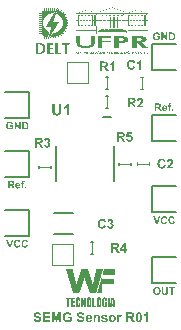
<source format=gto>
G04*
G04 #@! TF.GenerationSoftware,Altium Limited,Altium Designer,22.4.2 (48)*
G04*
G04 Layer_Color=65535*
%FSLAX44Y44*%
%MOMM*%
G71*
G04*
G04 #@! TF.SameCoordinates,75CB8345-09F5-4D96-8CD2-F517BF26F09A*
G04*
G04*
G04 #@! TF.FilePolarity,Positive*
G04*
G01*
G75*
%ADD10C,0.1270*%
%ADD11C,0.1000*%
G36*
X47318Y282228D02*
X47202D01*
Y282343D01*
X47318D01*
Y282228D01*
D02*
G37*
G36*
X93338D02*
X93684D01*
Y282113D01*
X93914D01*
Y281998D01*
X94259D01*
Y281882D01*
X94604D01*
Y281767D01*
X94949D01*
Y281652D01*
X95294D01*
Y281537D01*
X95639D01*
Y281422D01*
X95870D01*
Y281307D01*
X96215D01*
Y281192D01*
X96560D01*
Y281077D01*
X96905D01*
Y280962D01*
X97250D01*
Y280847D01*
X97595D01*
Y280732D01*
X97941D01*
Y280617D01*
X98171D01*
Y280502D01*
X98516D01*
Y280387D01*
X98746D01*
Y280272D01*
X99206D01*
Y280157D01*
X99551D01*
Y280042D01*
X99781D01*
Y279927D01*
X100126D01*
Y279812D01*
X100472D01*
Y279697D01*
X100702D01*
Y279581D01*
X101047D01*
Y279466D01*
X111977D01*
Y279581D01*
X112207D01*
Y279697D01*
X112552D01*
Y279812D01*
X112782D01*
Y279927D01*
X113127D01*
Y280042D01*
X113472D01*
Y280157D01*
X113703D01*
Y280272D01*
X114163D01*
Y280387D01*
X114393D01*
Y280272D01*
X114853D01*
Y280157D01*
X115198D01*
Y280042D01*
X115428D01*
Y279927D01*
X115774D01*
Y279812D01*
X116119D01*
Y279697D01*
X116349D01*
Y279581D01*
X116694D01*
Y279466D01*
X123367D01*
Y279236D01*
X117844D01*
Y279121D01*
X118075D01*
Y279006D01*
X118305D01*
Y278891D01*
X118650D01*
Y278776D01*
X118995D01*
Y278661D01*
X119340D01*
Y278546D01*
X119685D01*
Y278431D01*
X120030D01*
Y278316D01*
X120376D01*
Y278201D01*
X120606D01*
Y278086D01*
X120951D01*
Y277971D01*
X121296D01*
Y277856D01*
X121756D01*
Y277741D01*
X121986D01*
Y277626D01*
X122331D01*
Y277511D01*
X122677D01*
Y277395D01*
X122907D01*
Y277280D01*
X123252D01*
Y277165D01*
X123367D01*
Y276935D01*
X122447D01*
Y275785D01*
X123367D01*
Y275555D01*
X121756D01*
Y275210D01*
X120146D01*
Y275324D01*
X120261D01*
Y275440D01*
X120146D01*
Y275555D01*
X119110D01*
Y275440D01*
X118995D01*
Y275210D01*
X117499D01*
Y275555D01*
X116464D01*
Y275440D01*
X116349D01*
Y275324D01*
X116464D01*
Y275210D01*
X114853D01*
Y275555D01*
X113818D01*
Y275440D01*
X113703D01*
Y275210D01*
X112207D01*
Y275555D01*
X111172D01*
Y275440D01*
X111056D01*
Y275210D01*
X109446D01*
Y275555D01*
X108410D01*
Y275210D01*
X106915D01*
Y275440D01*
X106799D01*
Y275555D01*
X79532D01*
Y275440D01*
X79417D01*
Y275210D01*
X77921D01*
Y275440D01*
X77806D01*
Y275555D01*
X76886D01*
Y275440D01*
X76771D01*
Y275210D01*
X75275D01*
Y275440D01*
X75160D01*
Y275555D01*
X74125D01*
Y275210D01*
X72514D01*
Y275555D01*
X71478D01*
Y275440D01*
X71363D01*
Y275210D01*
X69868D01*
Y275324D01*
X69983D01*
Y275440D01*
X69868D01*
Y275555D01*
X68832D01*
Y275210D01*
X67221D01*
Y275555D01*
X66071D01*
Y275210D01*
X64575D01*
Y275555D01*
X62965D01*
Y275785D01*
X63885D01*
Y276935D01*
X62965D01*
Y277165D01*
X63080D01*
Y277280D01*
X63310D01*
Y277395D01*
X63655D01*
Y277511D01*
X64000D01*
Y277626D01*
X64345D01*
Y277741D01*
X64575D01*
Y277856D01*
X65036D01*
Y277971D01*
X65381D01*
Y278086D01*
X65611D01*
Y278201D01*
X65956D01*
Y278316D01*
X66301D01*
Y278431D01*
X66531D01*
Y278546D01*
X66876D01*
Y278661D01*
X67337D01*
Y278776D01*
X67682D01*
Y278891D01*
X68027D01*
Y279006D01*
X68257D01*
Y279121D01*
X68487D01*
Y279236D01*
X62965D01*
Y279466D01*
X69638D01*
Y279581D01*
X69983D01*
Y279697D01*
X70213D01*
Y279812D01*
X70558D01*
Y279927D01*
X70903D01*
Y280042D01*
X71133D01*
Y280157D01*
X71478D01*
Y280272D01*
X71939D01*
Y280387D01*
X72169D01*
Y280272D01*
X72629D01*
Y280157D01*
X72859D01*
Y280042D01*
X73204D01*
Y279927D01*
X73434D01*
Y279812D01*
X73780D01*
Y279697D01*
X74010D01*
Y279581D01*
X74355D01*
Y279466D01*
X85285D01*
Y279581D01*
X85630D01*
Y279697D01*
X85975D01*
Y279812D01*
X86205D01*
Y279927D01*
X86550D01*
Y280042D01*
X86895D01*
Y280157D01*
X87126D01*
Y280272D01*
X87586D01*
Y280387D01*
X87931D01*
Y280502D01*
X88161D01*
Y280617D01*
X88506D01*
Y280732D01*
X88736D01*
Y280847D01*
X89081D01*
Y280962D01*
X89427D01*
Y281077D01*
X89887D01*
Y281192D01*
X90232D01*
Y281307D01*
X90462D01*
Y281422D01*
X90807D01*
Y281537D01*
X91037D01*
Y281652D01*
X91383D01*
Y281767D01*
X91728D01*
Y281882D01*
X92073D01*
Y281998D01*
X92418D01*
Y282113D01*
X92763D01*
Y282228D01*
X92993D01*
Y282343D01*
X93338D01*
Y282228D01*
D02*
G37*
G36*
X45132Y280502D02*
X45016D01*
Y280387D01*
X45132D01*
Y279812D01*
X45016D01*
Y279697D01*
Y279581D01*
X44901D01*
Y279466D01*
X44786D01*
Y279236D01*
X44671D01*
Y279121D01*
X44556D01*
Y278891D01*
X44441D01*
Y278661D01*
X44326D01*
Y278546D01*
X44211D01*
Y278316D01*
X44096D01*
Y278086D01*
X43981D01*
Y277971D01*
X43866D01*
Y277741D01*
X43751D01*
Y277511D01*
X43636D01*
Y277395D01*
X42255D01*
Y277280D01*
X41565D01*
Y277165D01*
X41105D01*
Y277050D01*
X40529D01*
Y276935D01*
X40184D01*
Y276820D01*
X39954D01*
Y276705D01*
X39724D01*
Y276590D01*
X39494D01*
Y276475D01*
X39264D01*
Y276360D01*
X39034D01*
Y276245D01*
X38804D01*
Y276130D01*
X38574D01*
Y276015D01*
X38458D01*
Y275900D01*
X38343D01*
Y275785D01*
X38113D01*
Y275670D01*
X37998D01*
Y275555D01*
X37883D01*
Y275440D01*
X37653D01*
Y275324D01*
X37538D01*
Y275210D01*
X37423D01*
Y275094D01*
X37308D01*
Y274979D01*
X37193D01*
Y274864D01*
X37078D01*
Y274749D01*
X36963D01*
Y274634D01*
X36848D01*
Y274519D01*
X36733D01*
Y274289D01*
X36618D01*
Y274174D01*
X36502D01*
Y274059D01*
X36388D01*
Y273829D01*
X36272D01*
Y273714D01*
X36157D01*
Y273484D01*
X36042D01*
Y273369D01*
X35927D01*
Y273139D01*
X35812D01*
Y272908D01*
X35697D01*
Y272678D01*
X35582D01*
Y272448D01*
X35467D01*
Y272103D01*
X35352D01*
Y271873D01*
X35237D01*
Y271528D01*
X35122D01*
Y271183D01*
X35007D01*
Y270722D01*
X34892D01*
Y269687D01*
X34777D01*
Y268421D01*
X34892D01*
Y267386D01*
X35007D01*
Y266926D01*
X35122D01*
Y266581D01*
X35237D01*
Y266235D01*
X35352D01*
Y266005D01*
X35467D01*
Y265660D01*
X35582D01*
Y265430D01*
X35697D01*
Y265200D01*
X35812D01*
Y264970D01*
X35927D01*
Y264740D01*
X36042D01*
Y264625D01*
X36157D01*
Y264394D01*
X36272D01*
Y264279D01*
X36388D01*
Y264164D01*
X36502D01*
Y263934D01*
X36618D01*
Y263819D01*
X36733D01*
Y263704D01*
X36848D01*
Y263589D01*
X36963D01*
Y263359D01*
X37078D01*
Y263244D01*
X37193D01*
Y263129D01*
X37308D01*
Y263014D01*
X37423D01*
Y262899D01*
X37653D01*
Y262784D01*
X37768D01*
Y262669D01*
X37883D01*
Y262554D01*
X37998D01*
Y262439D01*
X38113D01*
Y262324D01*
X38343D01*
Y262208D01*
X38458D01*
Y262094D01*
X38688D01*
Y261978D01*
X38804D01*
Y261863D01*
X39034D01*
Y261748D01*
X39264D01*
Y261633D01*
X39494D01*
Y261518D01*
X39724D01*
Y261403D01*
X40069D01*
Y261173D01*
X39954D01*
Y260828D01*
X39839D01*
Y260483D01*
X39724D01*
Y260138D01*
X39609D01*
Y259677D01*
X39494D01*
Y259332D01*
X39379D01*
Y258987D01*
X39264D01*
Y258642D01*
X39149D01*
Y258297D01*
X39034D01*
Y257952D01*
X38919D01*
Y257722D01*
X38804D01*
Y257607D01*
X38113D01*
Y257491D01*
X38228D01*
Y256801D01*
X38113D01*
Y256686D01*
X38228D01*
Y256111D01*
X38113D01*
Y255651D01*
X37308D01*
Y256226D01*
X37193D01*
Y256571D01*
X37308D01*
Y256916D01*
X37193D01*
Y257376D01*
X37308D01*
Y257607D01*
X36388D01*
Y257491D01*
X36502D01*
Y256801D01*
X36388D01*
Y256571D01*
X36502D01*
Y255766D01*
X36388D01*
Y255651D01*
X35582D01*
Y256801D01*
X35467D01*
Y257376D01*
X35582D01*
Y257607D01*
X35352D01*
Y257722D01*
X35237D01*
Y257837D01*
X35122D01*
Y257952D01*
X35007D01*
Y258067D01*
X34892D01*
Y258182D01*
X34777D01*
Y258297D01*
X34662D01*
Y258412D01*
X34547D01*
Y258527D01*
X34432D01*
Y258642D01*
X34317D01*
Y258757D01*
X34202D01*
Y258872D01*
X34086D01*
Y258987D01*
X33971D01*
Y259102D01*
X33856D01*
Y259217D01*
X33741D01*
Y259332D01*
X33626D01*
Y259447D01*
X33396D01*
Y259332D01*
X32821D01*
Y259447D01*
X31670D01*
Y260368D01*
X32591D01*
Y260253D01*
X32706D01*
Y260368D01*
X33396D01*
Y260253D01*
X33626D01*
Y261173D01*
X33281D01*
Y261058D01*
X32821D01*
Y261173D01*
X31670D01*
Y262094D01*
X33626D01*
Y263014D01*
X33511D01*
Y262899D01*
X31670D01*
Y263819D01*
X32821D01*
Y263934D01*
X33281D01*
Y263819D01*
X33626D01*
Y264740D01*
X33511D01*
Y264625D01*
X31785D01*
Y264740D01*
X31670D01*
Y265545D01*
X33626D01*
Y266350D01*
X31670D01*
Y267271D01*
X33511D01*
Y267156D01*
X33626D01*
Y268191D01*
X33511D01*
Y268076D01*
X32706D01*
Y268191D01*
X32591D01*
Y268076D01*
X31670D01*
Y268997D01*
X32821D01*
Y269112D01*
X33396D01*
Y268997D01*
X33626D01*
Y269917D01*
X33396D01*
Y269802D01*
X32706D01*
Y269917D01*
X32591D01*
Y269802D01*
X31670D01*
Y270722D01*
X32821D01*
Y270837D01*
X33396D01*
Y270722D01*
X33626D01*
Y271643D01*
X33396D01*
Y271528D01*
X32706D01*
Y271643D01*
X32591D01*
Y271528D01*
X32131D01*
Y271643D01*
X31670D01*
Y272448D01*
X32131D01*
Y272563D01*
X32591D01*
Y272448D01*
X32821D01*
Y272563D01*
X33396D01*
Y272448D01*
X33626D01*
Y273369D01*
X33396D01*
Y273254D01*
X32706D01*
Y273369D01*
X32591D01*
Y273254D01*
X32131D01*
Y273369D01*
X31670D01*
Y274174D01*
X32131D01*
Y274289D01*
X32591D01*
Y274174D01*
X32706D01*
Y274289D01*
X33396D01*
Y274174D01*
X33626D01*
Y275094D01*
X33396D01*
Y274979D01*
X32821D01*
Y275094D01*
X32476D01*
Y274979D01*
X32246D01*
Y275094D01*
X31670D01*
Y275900D01*
X31785D01*
Y276015D01*
X32591D01*
Y275900D01*
X32706D01*
Y276015D01*
X33396D01*
Y275900D01*
X33626D01*
Y276820D01*
X33396D01*
Y276705D01*
X32821D01*
Y276820D01*
X31670D01*
Y277741D01*
X32591D01*
Y277626D01*
X32706D01*
Y277741D01*
X33396D01*
Y277626D01*
X33626D01*
Y278661D01*
X33741D01*
Y278891D01*
X33856D01*
Y279006D01*
X33971D01*
Y279236D01*
X34086D01*
Y279351D01*
X34317D01*
Y279466D01*
X34662D01*
Y279581D01*
X35467D01*
Y280387D01*
X35582D01*
Y280502D01*
X35467D01*
Y280962D01*
X35582D01*
Y281537D01*
X36388D01*
Y280962D01*
X36502D01*
Y280732D01*
X36388D01*
Y280387D01*
X36502D01*
Y279812D01*
X36388D01*
Y279581D01*
X37308D01*
Y279697D01*
X37193D01*
Y280387D01*
X37308D01*
Y280617D01*
X37193D01*
Y280962D01*
X37308D01*
Y281537D01*
X38113D01*
Y280387D01*
X38228D01*
Y279697D01*
X38113D01*
Y279581D01*
X38228D01*
Y279466D01*
X38919D01*
Y279581D01*
X39034D01*
Y279697D01*
X38919D01*
Y280387D01*
X39034D01*
Y280617D01*
X38919D01*
Y281077D01*
X39034D01*
Y281537D01*
X39839D01*
Y280962D01*
X39954D01*
Y280502D01*
X39839D01*
Y280387D01*
X39954D01*
Y279697D01*
X39839D01*
Y279581D01*
X40760D01*
Y279697D01*
X40644D01*
Y280387D01*
X40760D01*
Y280502D01*
X40644D01*
Y280962D01*
X40760D01*
Y281537D01*
X41565D01*
Y281077D01*
X41680D01*
Y280502D01*
X41565D01*
Y280387D01*
X41680D01*
Y279697D01*
X41565D01*
Y279581D01*
X42485D01*
Y279697D01*
X42370D01*
Y280387D01*
X42485D01*
Y280617D01*
X42370D01*
Y280847D01*
X42485D01*
Y281537D01*
X43291D01*
Y281422D01*
X43406D01*
Y280502D01*
X43291D01*
Y280387D01*
X43406D01*
Y279697D01*
X43291D01*
Y279466D01*
X44096D01*
Y279581D01*
X44211D01*
Y279812D01*
X44096D01*
Y280272D01*
X44211D01*
Y281537D01*
X45132D01*
Y280502D01*
D02*
G37*
G36*
X101967Y275324D02*
X102082D01*
Y275210D01*
X100472D01*
Y275440D01*
X101967D01*
Y275324D01*
D02*
G37*
G36*
X98861Y275210D02*
X97250D01*
Y275440D01*
X98861D01*
Y275210D01*
D02*
G37*
G36*
X85860Y275324D02*
X85975D01*
Y275210D01*
X84249D01*
Y275324D01*
X84364D01*
Y275440D01*
X85860D01*
Y275324D01*
D02*
G37*
G36*
X95524D02*
X95639D01*
Y275210D01*
X95524D01*
Y275094D01*
X94029D01*
Y275210D01*
X93914D01*
Y275324D01*
X94029D01*
Y275440D01*
X95524D01*
Y275324D01*
D02*
G37*
G36*
X92303Y275094D02*
X90807D01*
Y275440D01*
X92303D01*
Y275094D01*
D02*
G37*
G36*
X89081D02*
X87586D01*
Y275210D01*
Y275440D01*
X89081D01*
Y275094D01*
D02*
G37*
G36*
X101852Y274864D02*
X101737D01*
Y274749D01*
X100817D01*
Y274864D01*
X100702D01*
Y274979D01*
X101852D01*
Y274864D01*
D02*
G37*
G36*
X98631D02*
X98516D01*
Y274749D01*
X97595D01*
Y274864D01*
X97480D01*
Y274979D01*
X98631D01*
Y274864D01*
D02*
G37*
G36*
X95409D02*
X95294D01*
Y274749D01*
X94259D01*
Y274864D01*
X94144D01*
Y274979D01*
X95409D01*
Y274864D01*
D02*
G37*
G36*
X92073D02*
X91958D01*
Y274749D01*
X91037D01*
Y274864D01*
Y274979D01*
X92073D01*
Y274864D01*
D02*
G37*
G36*
X88851D02*
X88736D01*
Y274749D01*
X87816D01*
Y274979D01*
X88851D01*
Y274864D01*
D02*
G37*
G36*
X85745D02*
X85630D01*
Y274749D01*
X84594D01*
Y274864D01*
X84479D01*
Y274979D01*
X85745D01*
Y274864D01*
D02*
G37*
G36*
X121526Y271298D02*
X123252D01*
Y271183D01*
X123367D01*
Y271068D01*
X121641D01*
Y270952D01*
X121526D01*
Y267271D01*
X120376D01*
Y271068D01*
X118995D01*
Y270952D01*
X118880D01*
Y267271D01*
X117730D01*
Y270952D01*
X117614D01*
Y271068D01*
X116234D01*
Y267271D01*
X115083D01*
Y270952D01*
X114968D01*
Y271068D01*
X113588D01*
Y267271D01*
X112437D01*
Y270952D01*
X112322D01*
Y271068D01*
X110941D01*
Y270952D01*
X110826D01*
Y267271D01*
X109676D01*
Y271068D01*
X108295D01*
Y270952D01*
X108180D01*
Y267271D01*
X107030D01*
Y271068D01*
X101737D01*
Y266811D01*
X106915D01*
Y267156D01*
X108410D01*
Y266811D01*
X109446D01*
Y267156D01*
X111056D01*
Y266811D01*
X112207D01*
Y267156D01*
X113703D01*
Y266811D01*
X114853D01*
Y267156D01*
X116349D01*
Y267041D01*
X116464D01*
Y266811D01*
X117499D01*
Y267156D01*
X118995D01*
Y266926D01*
X119110D01*
Y266811D01*
X120146D01*
Y267041D01*
X120261D01*
Y267156D01*
X121756D01*
Y266811D01*
X123367D01*
Y266581D01*
X123252D01*
Y266465D01*
X106454D01*
Y264855D01*
X123367D01*
Y264625D01*
X106454D01*
Y262784D01*
X123367D01*
Y262554D01*
X106454D01*
Y260943D01*
X123252D01*
Y260828D01*
X123367D01*
Y260598D01*
X106454D01*
Y259907D01*
X123367D01*
Y259562D01*
X123252D01*
Y259447D01*
X62965D01*
Y259907D01*
X79762D01*
Y260598D01*
X62965D01*
Y260943D01*
X79762D01*
Y262554D01*
X62965D01*
Y262784D01*
X79762D01*
Y264625D01*
X62965D01*
Y264855D01*
X79762D01*
Y266465D01*
X62965D01*
Y266811D01*
X64575D01*
Y267156D01*
X66071D01*
Y266811D01*
X67221D01*
Y267156D01*
X68832D01*
Y266811D01*
X69868D01*
Y267041D01*
X69983D01*
Y267156D01*
X71363D01*
Y266811D01*
X72514D01*
Y267156D01*
X74125D01*
Y266811D01*
X75275D01*
Y267156D01*
X76771D01*
Y266811D01*
X77921D01*
Y267156D01*
X79417D01*
Y266811D01*
X84594D01*
Y271068D01*
X79302D01*
Y267271D01*
X78036D01*
Y271068D01*
X76656D01*
Y267271D01*
X75505D01*
Y270952D01*
X75390D01*
Y271068D01*
X74010D01*
Y270952D01*
X73895D01*
Y267271D01*
X72744D01*
Y271068D01*
X71248D01*
Y267271D01*
X70098D01*
Y271068D01*
X68602D01*
Y267271D01*
X67452D01*
Y270952D01*
X67337D01*
Y271068D01*
X65956D01*
Y270952D01*
X65841D01*
Y267271D01*
X64690D01*
Y271068D01*
X62965D01*
Y271298D01*
X64690D01*
Y275094D01*
X65841D01*
Y271298D01*
X67452D01*
Y275094D01*
X68602D01*
Y271298D01*
X70098D01*
Y275094D01*
X71248D01*
Y271298D01*
X72744D01*
Y275094D01*
X73895D01*
Y271298D01*
X75505D01*
Y272908D01*
Y273023D01*
Y275094D01*
X76656D01*
Y271298D01*
X78036D01*
Y275094D01*
X79302D01*
Y271298D01*
X84594D01*
Y274519D01*
X85630D01*
Y271298D01*
X87816D01*
Y274519D01*
X88851D01*
Y271298D01*
X91037D01*
Y274519D01*
X92073D01*
Y271298D01*
X94259D01*
Y274519D01*
X95294D01*
Y271298D01*
X97480D01*
Y274519D01*
X98516D01*
Y271298D01*
X100702D01*
Y274519D01*
X101737D01*
Y271298D01*
X107030D01*
Y275094D01*
X108180D01*
Y271298D01*
X109676D01*
Y275094D01*
X110826D01*
Y271298D01*
X112437D01*
Y275094D01*
X113588D01*
Y271298D01*
X115083D01*
Y275094D01*
X116234D01*
Y271298D01*
X117730D01*
Y275094D01*
X118880D01*
Y271298D01*
X120376D01*
Y275094D01*
X121526D01*
Y271298D01*
D02*
G37*
G36*
X48123Y280962D02*
X48353D01*
Y280157D01*
X48238D01*
Y279697D01*
X48353D01*
Y279466D01*
X48468D01*
Y279351D01*
X48583D01*
Y279236D01*
X49273D01*
Y279351D01*
X49503D01*
Y279466D01*
X49619D01*
Y279581D01*
X49734D01*
Y279697D01*
X49849D01*
Y279812D01*
X49964D01*
Y279927D01*
X50309D01*
Y279812D01*
X50424D01*
Y279697D01*
X50539D01*
Y279351D01*
X50424D01*
Y279006D01*
X50309D01*
Y278661D01*
X50194D01*
Y278431D01*
X50309D01*
Y278201D01*
X50424D01*
Y277971D01*
X50654D01*
Y277856D01*
X51229D01*
Y277971D01*
X51459D01*
Y278086D01*
X51574D01*
Y278201D01*
X51804D01*
Y278316D01*
X51920D01*
Y278431D01*
X52150D01*
Y278316D01*
X52265D01*
Y278201D01*
X52380D01*
Y278086D01*
X52495D01*
Y277856D01*
X52380D01*
Y277626D01*
X52265D01*
Y277395D01*
X52150D01*
Y277280D01*
X52035D01*
Y277050D01*
X51920D01*
Y276590D01*
X52035D01*
Y276475D01*
X52150D01*
Y276245D01*
X52495D01*
Y276130D01*
X52840D01*
Y276245D01*
X53185D01*
Y276360D01*
X53530D01*
Y276475D01*
X53760D01*
Y276360D01*
X53875D01*
Y276245D01*
X53991D01*
Y276015D01*
X54106D01*
Y275900D01*
X53991D01*
Y275785D01*
X53875D01*
Y275670D01*
X53760D01*
Y275555D01*
X53645D01*
Y275440D01*
X53530D01*
Y275324D01*
X53415D01*
Y275094D01*
X53300D01*
Y274519D01*
X53415D01*
Y274404D01*
X53530D01*
Y274289D01*
X53645D01*
Y274174D01*
X54566D01*
Y274289D01*
X54911D01*
Y274174D01*
X55026D01*
Y274059D01*
X55141D01*
Y273599D01*
X55026D01*
Y273484D01*
X54796D01*
Y273369D01*
X54681D01*
Y273254D01*
X54566D01*
Y273139D01*
X54451D01*
Y273023D01*
X54336D01*
Y272908D01*
X54221D01*
Y272333D01*
X54336D01*
Y272218D01*
X54451D01*
Y272103D01*
X54566D01*
Y271988D01*
X55141D01*
Y271873D01*
X55716D01*
Y271758D01*
X55831D01*
Y271183D01*
X55601D01*
Y271068D01*
X55371D01*
Y270952D01*
X55141D01*
Y270837D01*
X54911D01*
Y270722D01*
X54796D01*
Y270492D01*
X54681D01*
Y270032D01*
X54796D01*
Y269802D01*
X54911D01*
Y269687D01*
X55141D01*
Y269572D01*
X55486D01*
Y269457D01*
X55946D01*
Y269342D01*
X56061D01*
Y268766D01*
X55946D01*
Y268652D01*
X55486D01*
Y268536D01*
X55141D01*
Y268421D01*
X54911D01*
Y268306D01*
X54796D01*
Y268076D01*
X54681D01*
Y267616D01*
X54796D01*
Y267386D01*
X54911D01*
Y267271D01*
X55026D01*
Y267156D01*
X55371D01*
Y267041D01*
X55601D01*
Y266926D01*
X55716D01*
Y266811D01*
X55831D01*
Y266350D01*
X55716D01*
Y266235D01*
X54796D01*
Y266120D01*
X54566D01*
Y266005D01*
X54336D01*
Y265775D01*
X54221D01*
Y265085D01*
X54336D01*
Y264970D01*
X54451D01*
Y264855D01*
X54681D01*
Y264740D01*
X54796D01*
Y264625D01*
X54911D01*
Y264510D01*
X55141D01*
Y264049D01*
X55026D01*
Y263819D01*
X54681D01*
Y263934D01*
X53645D01*
Y263819D01*
X53530D01*
Y263704D01*
X53415D01*
Y263589D01*
X53300D01*
Y262899D01*
X53415D01*
Y262784D01*
X53530D01*
Y262669D01*
X53645D01*
Y262554D01*
X53760D01*
Y262324D01*
X53875D01*
Y262208D01*
X53991D01*
Y261863D01*
X53875D01*
Y261748D01*
X53760D01*
Y261633D01*
X53415D01*
Y261748D01*
X53070D01*
Y261863D01*
X52840D01*
Y261978D01*
X52495D01*
Y261863D01*
X52265D01*
Y261748D01*
X52150D01*
Y261633D01*
X52035D01*
Y261518D01*
X51920D01*
Y260943D01*
X52035D01*
Y260828D01*
X52150D01*
Y260598D01*
X52265D01*
Y260483D01*
X52380D01*
Y260253D01*
X52495D01*
Y260023D01*
X52380D01*
Y259907D01*
X52265D01*
Y259792D01*
X51804D01*
Y259907D01*
X51574D01*
Y260023D01*
X51344D01*
Y260138D01*
X51114D01*
Y260253D01*
X50654D01*
Y260138D01*
X50539D01*
Y260023D01*
X50424D01*
Y259907D01*
X50309D01*
Y259792D01*
X50194D01*
Y259332D01*
X50309D01*
Y258987D01*
X50424D01*
Y258757D01*
X50539D01*
Y258412D01*
X50424D01*
Y258297D01*
X50309D01*
Y258182D01*
X49849D01*
Y258297D01*
X49734D01*
Y258412D01*
X49619D01*
Y258527D01*
X49503D01*
Y258642D01*
X49388D01*
Y258757D01*
X49273D01*
Y258872D01*
X48583D01*
Y258757D01*
X48468D01*
Y258642D01*
X48353D01*
Y258527D01*
X48238D01*
Y257722D01*
X48353D01*
Y257146D01*
X48123D01*
Y257031D01*
X47663D01*
Y257146D01*
X47548D01*
Y257376D01*
X47432D01*
Y257491D01*
X47318D01*
Y257607D01*
X47202D01*
Y257837D01*
X46972D01*
Y257952D01*
X46282D01*
Y257837D01*
X46167D01*
Y257722D01*
X46052D01*
Y256801D01*
X45937D01*
Y256456D01*
X45822D01*
Y256341D01*
X45247D01*
Y256686D01*
X45132D01*
Y256916D01*
X45016D01*
Y257146D01*
X44901D01*
Y257261D01*
X44786D01*
Y257376D01*
X44671D01*
Y257491D01*
X44096D01*
Y257376D01*
X43866D01*
Y257261D01*
X43751D01*
Y257031D01*
X43636D01*
Y256571D01*
X43521D01*
Y256226D01*
X43406D01*
Y256111D01*
X42830D01*
Y256341D01*
X42715D01*
Y256801D01*
X42600D01*
Y257146D01*
X42485D01*
Y257261D01*
X42370D01*
Y257376D01*
X42255D01*
Y257491D01*
X41680D01*
Y257376D01*
X41450D01*
Y257261D01*
X41335D01*
Y257031D01*
X41220D01*
Y256801D01*
X41105D01*
Y256571D01*
X40990D01*
Y256456D01*
X40875D01*
Y256341D01*
X40414D01*
Y256686D01*
X40529D01*
Y256916D01*
X40644D01*
Y257031D01*
X40760D01*
Y257261D01*
X40875D01*
Y257376D01*
X40990D01*
Y257607D01*
X41105D01*
Y257722D01*
X41220D01*
Y257952D01*
X41335D01*
Y258182D01*
X41450D01*
Y258297D01*
X41565D01*
Y258527D01*
X41680D01*
Y258642D01*
X41795D01*
Y258872D01*
X41910D01*
Y259102D01*
X42025D01*
Y259217D01*
X42140D01*
Y259447D01*
X42255D01*
Y259562D01*
X42370D01*
Y259792D01*
X42485D01*
Y260023D01*
X42600D01*
Y260138D01*
X42715D01*
Y260368D01*
X42830D01*
Y260483D01*
X42945D01*
Y260713D01*
X44211D01*
Y260828D01*
X44786D01*
Y260943D01*
X45247D01*
Y261058D01*
X45592D01*
Y261173D01*
X45937D01*
Y261288D01*
X46282D01*
Y261403D01*
X46512D01*
Y261518D01*
X46857D01*
Y261633D01*
X46972D01*
Y261748D01*
X47202D01*
Y261863D01*
X47432D01*
Y261978D01*
X47663D01*
Y262094D01*
X47778D01*
Y262208D01*
X48008D01*
Y262324D01*
X48123D01*
Y262439D01*
X48238D01*
Y262554D01*
X48468D01*
Y262669D01*
X48583D01*
Y262784D01*
X48698D01*
Y262899D01*
X48813D01*
Y263014D01*
X48928D01*
Y263129D01*
X49043D01*
Y263244D01*
X49158D01*
Y263359D01*
X49273D01*
Y263474D01*
X49388D01*
Y263589D01*
X49503D01*
Y263704D01*
X49619D01*
Y263934D01*
X49734D01*
Y264049D01*
X49849D01*
Y264164D01*
X49964D01*
Y264394D01*
X50079D01*
Y264510D01*
X50194D01*
Y264740D01*
X50309D01*
Y264970D01*
X50424D01*
Y265085D01*
X50539D01*
Y265315D01*
X50654D01*
Y265545D01*
X50769D01*
Y265775D01*
X50884D01*
Y266120D01*
X50999D01*
Y266581D01*
X51114D01*
Y266926D01*
X51229D01*
Y267386D01*
X51344D01*
Y268076D01*
X51459D01*
Y270147D01*
X51344D01*
Y270722D01*
X51229D01*
Y271183D01*
X51114D01*
Y271528D01*
X50999D01*
Y271988D01*
X50884D01*
Y272333D01*
X50769D01*
Y272563D01*
X50654D01*
Y272793D01*
X50539D01*
Y273023D01*
X50424D01*
Y273139D01*
X50309D01*
Y273369D01*
X50194D01*
Y273599D01*
X50079D01*
Y273714D01*
X49964D01*
Y273944D01*
X49849D01*
Y274059D01*
X49734D01*
Y274174D01*
X49619D01*
Y274404D01*
X49503D01*
Y274519D01*
X49388D01*
Y274634D01*
X49273D01*
Y274749D01*
X49158D01*
Y274864D01*
X49043D01*
Y274979D01*
X48928D01*
Y275094D01*
X48813D01*
Y275210D01*
X48698D01*
Y275324D01*
X48583D01*
Y275440D01*
X48468D01*
Y275555D01*
X48238D01*
Y275670D01*
X48123D01*
Y275785D01*
X48008D01*
Y275900D01*
X47778D01*
Y276015D01*
X47663D01*
Y276130D01*
X47432D01*
Y276245D01*
X47202D01*
Y276360D01*
X46972D01*
Y276475D01*
X46857D01*
Y276590D01*
X46627D01*
Y276705D01*
X46282D01*
Y276820D01*
X46052D01*
Y277165D01*
X46167D01*
Y277511D01*
X46282D01*
Y277856D01*
X46397D01*
Y278201D01*
X46512D01*
Y278546D01*
X46627D01*
Y278891D01*
X46742D01*
Y279236D01*
X46857D01*
Y279697D01*
X46972D01*
Y280042D01*
X47087D01*
Y280272D01*
X47202D01*
Y280387D01*
X47318D01*
Y280502D01*
X47432D01*
Y280732D01*
X47548D01*
Y280847D01*
X47663D01*
Y280962D01*
X47778D01*
Y281077D01*
X48123D01*
Y280962D01*
D02*
G37*
G36*
X47202Y281882D02*
X47087D01*
Y281537D01*
X46972D01*
Y281077D01*
X46857D01*
Y280732D01*
X46742D01*
Y280387D01*
X46627D01*
Y280042D01*
X46512D01*
Y279697D01*
X46397D01*
Y279351D01*
X46282D01*
Y279006D01*
X46167D01*
Y278661D01*
X46052D01*
Y278201D01*
X45937D01*
Y277856D01*
X45822D01*
Y277511D01*
X45707D01*
Y277165D01*
X45592D01*
Y276820D01*
X45477D01*
Y276590D01*
X45362D01*
Y276130D01*
X45247D01*
Y275670D01*
X45132D01*
Y275324D01*
X45016D01*
Y274979D01*
X44901D01*
Y274634D01*
X44786D01*
Y274404D01*
X44671D01*
Y274059D01*
X44556D01*
Y273599D01*
X44441D01*
Y273139D01*
X44326D01*
Y272793D01*
X44211D01*
Y272563D01*
X44096D01*
Y272103D01*
X43981D01*
Y271873D01*
X43866D01*
Y271528D01*
X43751D01*
Y270952D01*
X43636D01*
Y270607D01*
X43521D01*
Y270377D01*
X43406D01*
Y270032D01*
X48238D01*
Y269917D01*
X48123D01*
Y269687D01*
X48008D01*
Y269457D01*
X47893D01*
Y269342D01*
X47778D01*
Y269112D01*
X47663D01*
Y268997D01*
X47548D01*
Y268766D01*
X47432D01*
Y268652D01*
X47318D01*
Y268421D01*
X47202D01*
Y268191D01*
X47087D01*
Y268076D01*
X46972D01*
Y267846D01*
X46857D01*
Y267616D01*
X46742D01*
Y267501D01*
X46627D01*
Y267271D01*
X46512D01*
Y267156D01*
X46397D01*
Y266926D01*
X46282D01*
Y266811D01*
X46167D01*
Y266581D01*
X46052D01*
Y266350D01*
X45937D01*
Y266235D01*
X45822D01*
Y266005D01*
X45707D01*
Y265775D01*
X45592D01*
Y265660D01*
X45477D01*
Y265430D01*
X45362D01*
Y265200D01*
X45247D01*
Y265085D01*
X45132D01*
Y264855D01*
X45016D01*
Y264740D01*
X44901D01*
Y264510D01*
X44786D01*
Y264394D01*
X44671D01*
Y264164D01*
X44556D01*
Y264049D01*
X44441D01*
Y263819D01*
X44326D01*
Y263589D01*
X44211D01*
Y263474D01*
X44096D01*
Y263244D01*
X43981D01*
Y263014D01*
X43866D01*
Y262899D01*
X43751D01*
Y262669D01*
X43636D01*
Y262554D01*
X43521D01*
Y262324D01*
X43406D01*
Y262094D01*
X43291D01*
Y261978D01*
X43176D01*
Y261748D01*
X43060D01*
Y261633D01*
X42945D01*
Y261403D01*
X42830D01*
Y261173D01*
X42715D01*
Y261058D01*
X42600D01*
Y260828D01*
X42485D01*
Y260598D01*
X42370D01*
Y260483D01*
X42255D01*
Y260368D01*
X42140D01*
Y260138D01*
X42025D01*
Y259907D01*
X41910D01*
Y259792D01*
X41795D01*
Y259562D01*
X41680D01*
Y259332D01*
X41565D01*
Y259217D01*
X41450D01*
Y258987D01*
X41335D01*
Y258757D01*
X41220D01*
Y258642D01*
X41105D01*
Y258412D01*
X40990D01*
Y258297D01*
X40875D01*
Y258067D01*
X40760D01*
Y257952D01*
X40644D01*
Y257722D01*
X40529D01*
Y257491D01*
X40414D01*
Y257376D01*
X40299D01*
Y257146D01*
X40184D01*
Y256916D01*
X40069D01*
Y256801D01*
X39954D01*
Y256571D01*
X39839D01*
Y256456D01*
X39724D01*
Y256226D01*
X39609D01*
Y255996D01*
X39494D01*
Y255881D01*
X39379D01*
Y255651D01*
X39264D01*
Y255536D01*
X39149D01*
Y255305D01*
X39034D01*
Y255190D01*
X38919D01*
Y254960D01*
X38804D01*
Y254730D01*
X38688D01*
Y254500D01*
X38574D01*
Y254385D01*
X38458D01*
Y254155D01*
X38228D01*
Y254270D01*
X38343D01*
Y254615D01*
X38458D01*
Y254960D01*
X38574D01*
Y255305D01*
X38688D01*
Y255651D01*
X38804D01*
Y256111D01*
X38919D01*
Y256456D01*
X39034D01*
Y256801D01*
X39149D01*
Y257146D01*
X39264D01*
Y257491D01*
X39379D01*
Y257837D01*
X39494D01*
Y258182D01*
X39609D01*
Y258527D01*
X39724D01*
Y258987D01*
X39839D01*
Y259332D01*
X39954D01*
Y259677D01*
X40069D01*
Y260023D01*
X40184D01*
Y260368D01*
X40299D01*
Y260713D01*
X40414D01*
Y261058D01*
X40529D01*
Y261518D01*
X40644D01*
Y261863D01*
X40760D01*
Y262208D01*
X40875D01*
Y262554D01*
X40990D01*
Y262899D01*
X41105D01*
Y263244D01*
X41220D01*
Y263589D01*
X41335D01*
Y264049D01*
X41450D01*
Y264394D01*
X41565D01*
Y264740D01*
X41680D01*
Y265085D01*
X41795D01*
Y265430D01*
X41910D01*
Y265775D01*
X42025D01*
Y265890D01*
X41910D01*
Y266005D01*
X37078D01*
Y266120D01*
X37193D01*
Y266350D01*
X37308D01*
Y266581D01*
X37423D01*
Y266811D01*
X37538D01*
Y266926D01*
X37653D01*
Y267156D01*
X37768D01*
Y267271D01*
X37883D01*
Y267501D01*
X37998D01*
Y267616D01*
X38113D01*
Y267846D01*
X38228D01*
Y268076D01*
X38343D01*
Y268191D01*
X38458D01*
Y268421D01*
X38574D01*
Y268536D01*
X38688D01*
Y268766D01*
X38804D01*
Y268997D01*
X38919D01*
Y269227D01*
X39034D01*
Y269342D01*
X39149D01*
Y269572D01*
X39264D01*
Y269687D01*
X39379D01*
Y269917D01*
X39494D01*
Y270032D01*
X39609D01*
Y270262D01*
X39724D01*
Y270492D01*
X39839D01*
Y270607D01*
X39954D01*
Y270837D01*
X40069D01*
Y270952D01*
X40184D01*
Y271183D01*
X40299D01*
Y271413D01*
X40414D01*
Y271528D01*
X40529D01*
Y271758D01*
X40644D01*
Y271873D01*
X40760D01*
Y272103D01*
X40875D01*
Y272218D01*
X40990D01*
Y272448D01*
X41105D01*
Y272563D01*
X41220D01*
Y272793D01*
X41335D01*
Y273023D01*
X41450D01*
Y273254D01*
X41565D01*
Y273369D01*
X41680D01*
Y273599D01*
X41795D01*
Y273714D01*
X41910D01*
Y273944D01*
X42025D01*
Y274174D01*
X42140D01*
Y274289D01*
X42255D01*
Y274519D01*
X42370D01*
Y274634D01*
X42485D01*
Y274864D01*
X42600D01*
Y274979D01*
X42715D01*
Y275210D01*
X42830D01*
Y275440D01*
X42945D01*
Y275670D01*
X43060D01*
Y275785D01*
X43176D01*
Y276015D01*
X43291D01*
Y276130D01*
X43406D01*
Y276360D01*
X43521D01*
Y276475D01*
X43636D01*
Y276705D01*
X43751D01*
Y276935D01*
X43866D01*
Y277050D01*
X43981D01*
Y277280D01*
X44096D01*
Y277395D01*
X44211D01*
Y277626D01*
X44326D01*
Y277856D01*
X44441D01*
Y277971D01*
X44556D01*
Y278201D01*
X44671D01*
Y278431D01*
X44786D01*
Y278546D01*
X44901D01*
Y278776D01*
X45016D01*
Y278891D01*
X45132D01*
Y279121D01*
X45247D01*
Y279236D01*
X45362D01*
Y279466D01*
X45477D01*
Y279697D01*
X45592D01*
Y279812D01*
X45707D01*
Y280042D01*
X45822D01*
Y280157D01*
X45937D01*
Y280387D01*
X46052D01*
Y280617D01*
X46167D01*
Y280847D01*
X46282D01*
Y280962D01*
X46397D01*
Y281077D01*
X46512D01*
Y281307D01*
X46627D01*
Y281537D01*
X46742D01*
Y281652D01*
X46857D01*
Y281882D01*
X46972D01*
Y282113D01*
X47087D01*
Y282228D01*
X47202D01*
Y281882D01*
D02*
G37*
G36*
X78382Y251279D02*
X78267D01*
Y250933D01*
X78151D01*
Y250588D01*
X78036D01*
Y250358D01*
X77921D01*
Y250243D01*
X77806D01*
Y250013D01*
X77691D01*
Y249898D01*
X77576D01*
Y249783D01*
X77461D01*
Y249668D01*
X77346D01*
Y249553D01*
X77231D01*
Y249438D01*
X77001D01*
Y249323D01*
X76886D01*
Y249208D01*
X76771D01*
Y249093D01*
X76541D01*
Y248978D01*
X76196D01*
Y248862D01*
X75965D01*
Y248747D01*
X75620D01*
Y248632D01*
X75275D01*
Y248517D01*
X74930D01*
Y248402D01*
X74470D01*
Y248287D01*
X73780D01*
Y248172D01*
X72054D01*
Y248057D01*
X69292D01*
Y248172D01*
X67567D01*
Y248287D01*
X66876D01*
Y248402D01*
X66416D01*
Y248517D01*
X66071D01*
Y248632D01*
X65726D01*
Y248747D01*
X65381D01*
Y248862D01*
X65151D01*
Y248978D01*
X64921D01*
Y249093D01*
X64575D01*
Y249208D01*
X64460D01*
Y249323D01*
X64345D01*
Y249438D01*
X64115D01*
Y249553D01*
X64000D01*
Y249668D01*
X63885D01*
Y249783D01*
X63770D01*
Y249898D01*
X63655D01*
Y250013D01*
X63540D01*
Y250243D01*
X63425D01*
Y250473D01*
X63310D01*
Y250703D01*
X63195D01*
Y251049D01*
X63080D01*
Y251739D01*
X62965D01*
Y257837D01*
X65956D01*
Y251739D01*
X66071D01*
Y251279D01*
X66186D01*
Y251049D01*
X66301D01*
Y250818D01*
X66416D01*
Y250703D01*
X66531D01*
Y250588D01*
X66646D01*
Y250473D01*
X66761D01*
Y250358D01*
X66876D01*
Y250243D01*
X67106D01*
Y250128D01*
X67221D01*
Y250013D01*
X67452D01*
Y249898D01*
X67682D01*
Y249783D01*
X68027D01*
Y249668D01*
X68717D01*
Y249553D01*
X69753D01*
Y249438D01*
X71593D01*
Y249553D01*
X72629D01*
Y249668D01*
X73319D01*
Y249783D01*
X73664D01*
Y249898D01*
X73895D01*
Y250013D01*
X74125D01*
Y250128D01*
X74240D01*
Y250243D01*
X74470D01*
Y250358D01*
X74585D01*
Y250473D01*
X74700D01*
Y250588D01*
X74815D01*
Y250703D01*
X74930D01*
Y250818D01*
X75045D01*
Y251049D01*
X75160D01*
Y251279D01*
X75275D01*
Y251624D01*
X75390D01*
Y257837D01*
X78382D01*
Y251279D01*
D02*
G37*
G36*
X117844Y257722D02*
X119110D01*
Y257607D01*
X119570D01*
Y257491D01*
X120030D01*
Y257376D01*
X120376D01*
Y257261D01*
X120606D01*
Y257146D01*
X120836D01*
Y257031D01*
X121066D01*
Y256916D01*
X121296D01*
Y256801D01*
X121526D01*
Y256686D01*
X121641D01*
Y256571D01*
X121756D01*
Y256456D01*
X121871D01*
Y256341D01*
X121986D01*
Y256111D01*
X122101D01*
Y255881D01*
X122217D01*
Y255420D01*
X122331D01*
Y254960D01*
X122217D01*
Y254500D01*
X122101D01*
Y254270D01*
X121986D01*
Y254155D01*
X121871D01*
Y254040D01*
X121756D01*
Y253925D01*
X121641D01*
Y253810D01*
X121526D01*
Y253695D01*
X121411D01*
Y253580D01*
X121181D01*
Y253465D01*
X120951D01*
Y253349D01*
X120721D01*
Y253235D01*
X120491D01*
Y253119D01*
X120146D01*
Y253004D01*
X119685D01*
Y252889D01*
X119225D01*
Y252774D01*
X118535D01*
Y252659D01*
X118190D01*
Y252544D01*
X118305D01*
Y252429D01*
X118420D01*
Y252314D01*
X118650D01*
Y252199D01*
X118765D01*
Y252084D01*
X118880D01*
Y251969D01*
X118995D01*
Y251854D01*
X119110D01*
Y251739D01*
X119340D01*
Y251624D01*
X119455D01*
Y251509D01*
X119570D01*
Y251394D01*
X119685D01*
Y251279D01*
X119800D01*
Y251164D01*
X120030D01*
Y251049D01*
X120146D01*
Y250933D01*
X120261D01*
Y250818D01*
X120376D01*
Y250703D01*
X120491D01*
Y250588D01*
X120721D01*
Y250473D01*
X120836D01*
Y250358D01*
X120951D01*
Y250243D01*
X121066D01*
Y250128D01*
X121181D01*
Y250013D01*
X121296D01*
Y249898D01*
X121411D01*
Y249783D01*
X121641D01*
Y249668D01*
X121756D01*
Y249553D01*
X121871D01*
Y249438D01*
X121986D01*
Y249323D01*
X122101D01*
Y249208D01*
X122217D01*
Y249093D01*
X122447D01*
Y248978D01*
X122562D01*
Y248862D01*
X122677D01*
Y248747D01*
X122792D01*
Y248632D01*
X122907D01*
Y248517D01*
X123137D01*
Y248287D01*
X118650D01*
Y248402D01*
X118535D01*
Y248517D01*
X118420D01*
Y248632D01*
X118305D01*
Y248747D01*
X118190D01*
Y248862D01*
X118075D01*
Y248978D01*
X117844D01*
Y249093D01*
X117730D01*
Y249208D01*
X117614D01*
Y249323D01*
X117499D01*
Y249438D01*
X117384D01*
Y249553D01*
X117269D01*
Y249668D01*
X117154D01*
Y249783D01*
X117039D01*
Y249898D01*
X116924D01*
Y250013D01*
X116809D01*
Y250128D01*
X116579D01*
Y250243D01*
X116464D01*
Y250473D01*
X116234D01*
Y250588D01*
X116119D01*
Y250703D01*
X116004D01*
Y250818D01*
X115889D01*
Y250933D01*
X115774D01*
Y251049D01*
X115659D01*
Y251164D01*
X115543D01*
Y251279D01*
X115428D01*
Y251394D01*
X115313D01*
Y251509D01*
X115198D01*
Y251624D01*
X115083D01*
Y251739D01*
X114853D01*
Y251854D01*
X114738D01*
Y251969D01*
X114623D01*
Y252084D01*
X114508D01*
Y252199D01*
X114393D01*
Y252314D01*
X114278D01*
Y252429D01*
X114163D01*
Y252544D01*
X114048D01*
Y252659D01*
X113933D01*
Y252774D01*
X113818D01*
Y248287D01*
X109791D01*
Y257837D01*
X117844D01*
Y257722D01*
D02*
G37*
G36*
X102312D02*
X103578D01*
Y257607D01*
X104153D01*
Y257491D01*
X104498D01*
Y257376D01*
X104959D01*
Y257261D01*
X105189D01*
Y257146D01*
X105419D01*
Y257031D01*
X105649D01*
Y256916D01*
X105879D01*
Y256801D01*
X106109D01*
Y256686D01*
X106224D01*
Y256571D01*
X106339D01*
Y256456D01*
X106454D01*
Y256341D01*
X106569D01*
Y256226D01*
X106684D01*
Y255996D01*
X106799D01*
Y255651D01*
X106915D01*
Y255190D01*
X107030D01*
Y254730D01*
X106915D01*
Y254270D01*
X106799D01*
Y254040D01*
X106684D01*
Y253810D01*
X106569D01*
Y253695D01*
X106454D01*
Y253580D01*
X106339D01*
Y253465D01*
X106224D01*
Y253349D01*
X106109D01*
Y253235D01*
X105994D01*
Y253119D01*
X105764D01*
Y253004D01*
X105534D01*
Y252889D01*
X105304D01*
Y252774D01*
X105074D01*
Y252659D01*
X104844D01*
Y252544D01*
X104498D01*
Y252429D01*
X104153D01*
Y252314D01*
X103693D01*
Y252199D01*
X102658D01*
Y252084D01*
X101507D01*
Y251969D01*
X99206D01*
Y248287D01*
X95179D01*
Y257837D01*
X102312D01*
Y257722D01*
D02*
G37*
G36*
X91958Y256571D02*
X84594D01*
Y254155D01*
X91958D01*
Y252889D01*
X84594D01*
Y248402D01*
X84479D01*
Y248287D01*
X81488D01*
Y254040D01*
Y254155D01*
Y257837D01*
X91958D01*
Y256571D01*
D02*
G37*
G36*
X123367Y246101D02*
X62965D01*
Y246561D01*
X123367D01*
Y246101D01*
D02*
G37*
G36*
X122447Y245411D02*
X122331D01*
Y245296D01*
X122217D01*
Y245181D01*
X121986D01*
Y245296D01*
X122101D01*
Y245411D01*
X122217D01*
Y245526D01*
X122447D01*
Y245411D01*
D02*
G37*
G36*
X121986Y245066D02*
X121871D01*
Y245181D01*
X121986D01*
Y245066D01*
D02*
G37*
G36*
X76311Y244836D02*
X76656D01*
Y244606D01*
X76311D01*
Y244721D01*
X75850D01*
Y244606D01*
X75735D01*
Y244491D01*
X75620D01*
Y244375D01*
X75735D01*
Y244260D01*
X75850D01*
Y244145D01*
X76080D01*
Y244030D01*
X76426D01*
Y243915D01*
X76656D01*
Y243800D01*
X76771D01*
Y243225D01*
X76656D01*
Y243110D01*
X76541D01*
Y242995D01*
X76196D01*
Y242880D01*
X75735D01*
Y242995D01*
X75390D01*
Y243110D01*
X75275D01*
Y243340D01*
X75390D01*
Y243455D01*
X75505D01*
Y243340D01*
X75620D01*
Y243225D01*
X76311D01*
Y243340D01*
X76426D01*
Y243570D01*
X76311D01*
Y243685D01*
X76196D01*
Y243800D01*
X75965D01*
Y243915D01*
X75735D01*
Y244030D01*
X75505D01*
Y244145D01*
X75390D01*
Y244260D01*
X75275D01*
Y244606D01*
X75390D01*
Y244836D01*
X75735D01*
Y244951D01*
X76311D01*
Y244836D01*
D02*
G37*
G36*
X71248Y244721D02*
X71133D01*
Y244606D01*
X71018D01*
Y244375D01*
X70903D01*
Y244260D01*
Y244145D01*
X70788D01*
Y243915D01*
X70673D01*
Y243800D01*
X70558D01*
Y243570D01*
X70443D01*
Y243340D01*
X70328D01*
Y243110D01*
X70213D01*
Y242880D01*
X70098D01*
Y243110D01*
X69983D01*
Y243340D01*
X69868D01*
Y243570D01*
X69753D01*
Y243800D01*
X69638D01*
Y244030D01*
X69523D01*
Y244145D01*
X69408D01*
Y244375D01*
X69292D01*
Y244606D01*
X69177D01*
Y244836D01*
X69523D01*
Y244721D01*
X69638D01*
Y244491D01*
X69753D01*
Y244260D01*
X69868D01*
Y244030D01*
X69983D01*
Y243800D01*
X70098D01*
Y243570D01*
X70213D01*
Y243800D01*
X70328D01*
Y244030D01*
X70443D01*
Y244145D01*
X70558D01*
Y244375D01*
X70673D01*
Y244606D01*
X70788D01*
Y244836D01*
X71248D01*
Y244721D01*
D02*
G37*
G36*
X65036Y243570D02*
X64921D01*
Y243225D01*
X64805D01*
Y243110D01*
X64690D01*
Y242995D01*
X64345D01*
Y242880D01*
X63655D01*
Y242995D01*
X63310D01*
Y243110D01*
X63195D01*
Y243225D01*
X63080D01*
Y243455D01*
X62965D01*
Y243685D01*
Y243800D01*
Y244836D01*
X63310D01*
Y243570D01*
X63425D01*
Y243340D01*
X63540D01*
Y243225D01*
X64460D01*
Y243340D01*
X64575D01*
Y243570D01*
X64690D01*
Y244836D01*
X65036D01*
Y243570D01*
D02*
G37*
G36*
X117039Y244836D02*
X117154D01*
Y244606D01*
X117269D01*
Y244375D01*
X117384D01*
Y244260D01*
X117499D01*
Y244030D01*
X117614D01*
Y243915D01*
X117730D01*
Y243685D01*
X117844D01*
Y243455D01*
X117960D01*
Y243225D01*
X118075D01*
Y242995D01*
X117730D01*
Y243225D01*
X117614D01*
Y243455D01*
X116464D01*
Y243340D01*
X116349D01*
Y243110D01*
X116234D01*
Y242995D01*
X115428D01*
Y243110D01*
X115313D01*
Y243225D01*
X115198D01*
Y243340D01*
X115083D01*
Y243455D01*
X114968D01*
Y243570D01*
X114853D01*
Y243685D01*
X114738D01*
Y243800D01*
X114623D01*
Y242995D01*
X114163D01*
Y244836D01*
X115428D01*
Y244721D01*
X115543D01*
Y244491D01*
X115659D01*
Y244260D01*
X115543D01*
Y244030D01*
X115313D01*
Y243915D01*
X115083D01*
Y243685D01*
X115198D01*
Y243570D01*
X115313D01*
Y243455D01*
X115428D01*
Y243340D01*
X115543D01*
Y243225D01*
X115659D01*
Y243110D01*
X116004D01*
Y243340D01*
X116119D01*
Y243570D01*
X116234D01*
Y243800D01*
X116349D01*
Y243915D01*
X116464D01*
Y244145D01*
X116579D01*
Y244375D01*
X116694D01*
Y244606D01*
X116809D01*
Y244721D01*
X116924D01*
Y244951D01*
X117039D01*
Y244836D01*
D02*
G37*
G36*
X99551Y244721D02*
X99666D01*
Y244491D01*
X99781D01*
Y244375D01*
X99896D01*
Y244145D01*
X100011D01*
Y243915D01*
X100126D01*
Y243800D01*
X100241D01*
Y243570D01*
X100357D01*
Y243340D01*
X100472D01*
Y243110D01*
X100587D01*
Y242995D01*
X100241D01*
Y243110D01*
X100126D01*
Y243340D01*
X100011D01*
Y243455D01*
X98861D01*
Y243225D01*
X98746D01*
Y242995D01*
X97825D01*
Y243110D01*
X97710D01*
Y243225D01*
X97595D01*
Y243340D01*
X97480D01*
Y243455D01*
X97365D01*
Y243685D01*
X97250D01*
Y243800D01*
X97020D01*
Y242995D01*
X96675D01*
Y244836D01*
X97825D01*
Y244721D01*
X97941D01*
Y244606D01*
X98055D01*
Y244145D01*
X97941D01*
Y244030D01*
X97825D01*
Y243915D01*
X97480D01*
Y243800D01*
X97595D01*
Y243685D01*
X97710D01*
Y243570D01*
X97825D01*
Y243455D01*
X97941D01*
Y243340D01*
X98055D01*
Y243225D01*
X98171D01*
Y243110D01*
X98401D01*
Y243225D01*
X98516D01*
Y243455D01*
X98631D01*
Y243685D01*
X98746D01*
Y243800D01*
X98861D01*
Y244030D01*
X98976D01*
Y244260D01*
X99091D01*
Y244491D01*
X99206D01*
Y244721D01*
X99321D01*
Y244836D01*
X99436D01*
Y244951D01*
X99551D01*
Y244721D01*
D02*
G37*
G36*
X57787Y251279D02*
X57672D01*
Y250933D01*
X56982D01*
Y250818D01*
X55141D01*
Y243110D01*
X53300D01*
Y250818D01*
X50654D01*
Y251394D01*
X50769D01*
Y251739D01*
X57787D01*
Y251279D01*
D02*
G37*
G36*
X46972D02*
X46857D01*
Y251164D01*
X46972D01*
Y247942D01*
X46857D01*
Y247827D01*
X46972D01*
Y244721D01*
X46857D01*
Y244606D01*
X46972D01*
Y244030D01*
X50194D01*
Y243110D01*
X45132D01*
Y251739D01*
X46972D01*
Y251279D01*
D02*
G37*
G36*
X43406Y250933D02*
X43291D01*
Y250818D01*
X40184D01*
Y248057D01*
X42600D01*
Y247942D01*
X43176D01*
Y247597D01*
X43060D01*
Y247137D01*
X40184D01*
Y244030D01*
X42370D01*
Y243915D01*
X43636D01*
Y243800D01*
X43751D01*
Y243340D01*
X43636D01*
Y243110D01*
X38343D01*
Y251739D01*
X43406D01*
Y250933D01*
D02*
G37*
G36*
X122217Y244721D02*
X122331D01*
Y244491D01*
X122447D01*
Y244260D01*
X122562D01*
Y244145D01*
X122677D01*
Y243915D01*
X122792D01*
Y243685D01*
X122907D01*
Y243570D01*
X123022D01*
Y243340D01*
X123137D01*
Y243110D01*
X123252D01*
Y242995D01*
X122907D01*
Y243110D01*
X122792D01*
Y243225D01*
X122677D01*
Y243455D01*
X121526D01*
Y243225D01*
X121411D01*
Y243110D01*
X121296D01*
Y242995D01*
X120951D01*
Y243110D01*
X121066D01*
Y243340D01*
X121181D01*
Y243455D01*
X121296D01*
Y243685D01*
X121411D01*
Y243915D01*
X121526D01*
Y244030D01*
X121641D01*
Y244260D01*
X121756D01*
Y244491D01*
X121871D01*
Y244721D01*
X121986D01*
Y244836D01*
X122217D01*
Y244721D01*
D02*
G37*
G36*
X118535Y244836D02*
X118765D01*
Y244721D01*
X118880D01*
Y244606D01*
X118995D01*
Y244491D01*
X119225D01*
Y244375D01*
X119340D01*
Y244260D01*
X119455D01*
Y244145D01*
X119570D01*
Y244030D01*
X119800D01*
Y243915D01*
X119915D01*
Y243800D01*
X120146D01*
Y243685D01*
X120261D01*
Y243570D01*
X120376D01*
Y244836D01*
X120606D01*
Y242995D01*
X120491D01*
Y243110D01*
X120376D01*
Y243225D01*
X120146D01*
Y243340D01*
X120030D01*
Y243455D01*
X119915D01*
Y243570D01*
X119685D01*
Y243685D01*
X119570D01*
Y243800D01*
X119455D01*
Y243915D01*
X119225D01*
Y244030D01*
X119110D01*
Y244145D01*
X118995D01*
Y244260D01*
X118880D01*
Y242995D01*
X118420D01*
Y244951D01*
X118535D01*
Y244836D01*
D02*
G37*
G36*
X112782D02*
X112897D01*
Y244721D01*
Y244606D01*
X113012D01*
Y244491D01*
X113127D01*
Y244260D01*
X113242D01*
Y244030D01*
X113357D01*
Y243800D01*
X113472D01*
Y243685D01*
X113588D01*
Y243455D01*
X113703D01*
Y243225D01*
X113818D01*
Y243110D01*
X113933D01*
Y242995D01*
X113472D01*
Y243225D01*
X113357D01*
Y243455D01*
X112207D01*
Y243340D01*
X112092D01*
Y243110D01*
X111977D01*
Y242995D01*
X111632D01*
Y243110D01*
X111747D01*
Y243340D01*
X111862D01*
Y243570D01*
X111977D01*
Y243800D01*
X112092D01*
Y243915D01*
X112207D01*
Y244145D01*
X112322D01*
Y244260D01*
X112437D01*
Y244491D01*
X112552D01*
Y244721D01*
X112667D01*
Y244951D01*
X112782D01*
Y244836D01*
D02*
G37*
G36*
X111517Y244721D02*
X111632D01*
Y244030D01*
X111517D01*
Y243915D01*
X110596D01*
Y242995D01*
X110251D01*
Y244836D01*
X111517D01*
Y244721D01*
D02*
G37*
G36*
X105189D02*
X105304D01*
Y244606D01*
X105419D01*
Y244491D01*
X105534D01*
Y244375D01*
X105649D01*
Y243455D01*
X105534D01*
Y243340D01*
X105419D01*
Y243225D01*
X105304D01*
Y243110D01*
X105074D01*
Y242995D01*
X103578D01*
Y244836D01*
X105189D01*
Y244721D01*
D02*
G37*
G36*
X101277Y243340D02*
X101392D01*
Y243225D01*
X102197D01*
Y242995D01*
X100932D01*
Y244836D01*
X101277D01*
Y243340D01*
D02*
G37*
G36*
X96215Y244721D02*
X95179D01*
Y244145D01*
X96215D01*
Y243915D01*
X95179D01*
Y243225D01*
X96215D01*
Y242995D01*
X94834D01*
Y243915D01*
Y244030D01*
Y244836D01*
X96215D01*
Y244721D01*
D02*
G37*
G36*
X93799D02*
X94029D01*
Y244606D01*
X94144D01*
Y244375D01*
X94259D01*
Y244030D01*
X94374D01*
Y243915D01*
X94259D01*
Y243455D01*
X94144D01*
Y243340D01*
X94029D01*
Y243225D01*
X93914D01*
Y243110D01*
X93684D01*
Y242995D01*
X92303D01*
Y244836D01*
X93799D01*
Y244721D01*
D02*
G37*
G36*
X91728D02*
X90807D01*
Y244606D01*
X90692D01*
Y244260D01*
X90807D01*
Y244145D01*
X91728D01*
Y243915D01*
X90807D01*
Y243800D01*
X90692D01*
Y243340D01*
X90807D01*
Y243225D01*
X91728D01*
Y242995D01*
X90347D01*
Y244836D01*
X91728D01*
Y244721D01*
D02*
G37*
G36*
X89887D02*
X88966D01*
Y244145D01*
X89887D01*
Y243915D01*
X88966D01*
Y242995D01*
X88506D01*
Y244836D01*
X89887D01*
Y244721D01*
D02*
G37*
G36*
X87010D02*
X85975D01*
Y244145D01*
X87010D01*
Y243915D01*
X85975D01*
Y243340D01*
X86090D01*
Y243225D01*
X87010D01*
Y242995D01*
X85630D01*
Y244836D01*
X87010D01*
Y244721D01*
D02*
G37*
G36*
X84710D02*
X84824D01*
Y244606D01*
X84940D01*
Y244491D01*
X85055D01*
Y244145D01*
X85170D01*
Y243685D01*
X85055D01*
Y243455D01*
X84940D01*
Y243340D01*
X84824D01*
Y243225D01*
X84710D01*
Y243110D01*
X84479D01*
Y242995D01*
X83099D01*
Y244836D01*
X84710D01*
Y244721D01*
D02*
G37*
G36*
X81718D02*
X81833D01*
Y244491D01*
X81948D01*
Y244260D01*
X82063D01*
Y244145D01*
X82178D01*
Y243915D01*
X82293D01*
Y243800D01*
X82408D01*
Y243570D01*
X82523D01*
Y243340D01*
X82639D01*
Y243225D01*
Y243110D01*
X82754D01*
Y242995D01*
X82408D01*
Y243110D01*
X82293D01*
Y243225D01*
X82178D01*
Y243455D01*
X81028D01*
Y243225D01*
X80913D01*
Y242995D01*
X80452D01*
Y243110D01*
X80568D01*
Y243340D01*
X80683D01*
Y243455D01*
X80798D01*
Y243685D01*
X80913D01*
Y243915D01*
X81028D01*
Y244030D01*
X81143D01*
Y244260D01*
X81258D01*
Y244491D01*
X81373D01*
Y244721D01*
X81488D01*
Y244836D01*
X81603D01*
Y244951D01*
X81718D01*
Y244721D01*
D02*
G37*
G36*
X79877D02*
X79992D01*
Y244606D01*
X80107D01*
Y244491D01*
X80222D01*
Y244145D01*
X80337D01*
Y243685D01*
X80222D01*
Y243455D01*
X80107D01*
Y243225D01*
X79877D01*
Y243110D01*
X79647D01*
Y242995D01*
X78267D01*
Y244836D01*
X79877D01*
Y244721D01*
D02*
G37*
G36*
X77691Y242995D02*
X77231D01*
Y244836D01*
X77691D01*
Y242995D01*
D02*
G37*
G36*
X74585Y244721D02*
X74700D01*
Y244491D01*
X74815D01*
Y244260D01*
X74700D01*
Y244030D01*
X74585D01*
Y243915D01*
X74240D01*
Y243800D01*
X74355D01*
Y243685D01*
X74470D01*
Y243570D01*
X74585D01*
Y243455D01*
X74700D01*
Y243340D01*
X74815D01*
Y243225D01*
X74930D01*
Y243110D01*
X75045D01*
Y242995D01*
X74585D01*
Y243110D01*
X74470D01*
Y243225D01*
X74355D01*
Y243340D01*
X74240D01*
Y243455D01*
X74125D01*
Y243570D01*
X74010D01*
Y243685D01*
X73895D01*
Y243800D01*
X73780D01*
Y242995D01*
X73434D01*
Y244836D01*
X74585D01*
Y244721D01*
D02*
G37*
G36*
X72974D02*
X71939D01*
Y244145D01*
X72974D01*
Y243915D01*
X71939D01*
Y243340D01*
Y243225D01*
X72859D01*
Y243110D01*
X72974D01*
Y242995D01*
X71478D01*
Y244836D01*
X72974D01*
Y244721D01*
D02*
G37*
G36*
X68832Y242995D02*
X68372D01*
Y243340D01*
Y243455D01*
Y244836D01*
X68832D01*
Y242995D01*
D02*
G37*
G36*
X65726Y244836D02*
X65841D01*
Y244721D01*
X66071D01*
Y244606D01*
X66186D01*
Y244491D01*
X66301D01*
Y244375D01*
X66531D01*
Y244260D01*
X66646D01*
Y244145D01*
X66761D01*
Y244030D01*
X66991D01*
Y243915D01*
X67106D01*
Y243800D01*
X67221D01*
Y243685D01*
X67452D01*
Y244836D01*
X67797D01*
Y242995D01*
X67567D01*
Y243110D01*
X67452D01*
Y243225D01*
X67337D01*
Y243340D01*
X67106D01*
Y243455D01*
X66991D01*
Y243570D01*
X66876D01*
Y243685D01*
X66646D01*
Y243800D01*
X66531D01*
Y243915D01*
X66416D01*
Y244030D01*
X66301D01*
Y244145D01*
X66186D01*
Y244260D01*
X65956D01*
Y242995D01*
X65611D01*
Y244951D01*
X65726D01*
Y244836D01*
D02*
G37*
G36*
X32936Y251739D02*
X33626D01*
Y251624D01*
X34086D01*
Y251509D01*
X34432D01*
Y251394D01*
X34662D01*
Y251279D01*
X34892D01*
Y251164D01*
X35007D01*
Y251049D01*
X35237D01*
Y250933D01*
X35352D01*
Y250818D01*
X35467D01*
Y250703D01*
X35582D01*
Y250588D01*
X35697D01*
Y250473D01*
X35812D01*
Y250358D01*
X35927D01*
Y250128D01*
X36042D01*
Y250013D01*
X36157D01*
Y249783D01*
X36272D01*
Y249553D01*
X36388D01*
Y249208D01*
X36502D01*
Y248287D01*
X36618D01*
Y247137D01*
X36502D01*
Y246216D01*
X36388D01*
Y245756D01*
X36272D01*
Y245411D01*
X36157D01*
Y245181D01*
X36042D01*
Y244951D01*
X35927D01*
Y244836D01*
X35812D01*
Y244606D01*
X35697D01*
Y244491D01*
X35582D01*
Y244375D01*
X35467D01*
Y244260D01*
X35352D01*
Y244145D01*
X35237D01*
Y244030D01*
X35122D01*
Y243915D01*
X35007D01*
Y243800D01*
X34777D01*
Y243685D01*
X34662D01*
Y243570D01*
X34432D01*
Y243455D01*
X34086D01*
Y243340D01*
X33741D01*
Y243225D01*
X33396D01*
Y243110D01*
X32706D01*
Y242995D01*
X30060D01*
Y243110D01*
X28794D01*
Y251739D01*
X30060D01*
Y251854D01*
X32936D01*
Y251739D01*
D02*
G37*
G36*
X107720Y244836D02*
X108065D01*
Y244721D01*
X108295D01*
Y244606D01*
X108410D01*
Y244491D01*
X108525D01*
Y244375D01*
X108640D01*
Y243570D01*
X108525D01*
Y243340D01*
X108410D01*
Y243225D01*
X108180D01*
Y243110D01*
X108065D01*
Y242995D01*
X107605D01*
Y242880D01*
X107145D01*
Y242995D01*
X106799D01*
Y243110D01*
X106569D01*
Y243225D01*
X106339D01*
Y243340D01*
X106224D01*
Y243455D01*
Y243570D01*
X106109D01*
Y244375D01*
X106224D01*
Y244491D01*
X106339D01*
Y244606D01*
X106454D01*
Y244721D01*
X106569D01*
Y244836D01*
X107030D01*
Y244951D01*
X107720D01*
Y244836D01*
D02*
G37*
G36*
X95878Y55992D02*
X85108D01*
Y56283D01*
X85166D01*
Y56458D01*
X85224D01*
Y56633D01*
X85282D01*
Y56866D01*
X85340D01*
Y57040D01*
X85399D01*
Y57273D01*
X85457D01*
Y57448D01*
X85515D01*
Y57681D01*
X85573D01*
Y57855D01*
X85632D01*
Y58088D01*
X85690D01*
Y58263D01*
X85748D01*
Y58496D01*
X85806D01*
Y58671D01*
X85864D01*
Y58903D01*
X85923D01*
Y59078D01*
X85981D01*
Y59253D01*
X86039D01*
Y59486D01*
X86097D01*
Y59660D01*
X86156D01*
Y59893D01*
X86214D01*
Y60068D01*
X86272D01*
Y60301D01*
X86330D01*
Y60475D01*
X86388D01*
Y60592D01*
X95878D01*
Y55992D01*
D02*
G37*
G36*
X85457Y60533D02*
X85399D01*
Y60301D01*
X85340D01*
Y60126D01*
X85282D01*
Y59893D01*
X85224D01*
Y59718D01*
X85166D01*
Y59486D01*
X85108D01*
Y59311D01*
X85049D01*
Y59078D01*
X84991D01*
Y58903D01*
X84933D01*
Y58671D01*
X84875D01*
Y58496D01*
X84817D01*
Y58263D01*
X84758D01*
Y58088D01*
X84700D01*
Y57914D01*
X84642D01*
Y57681D01*
X84584D01*
Y57506D01*
X84525D01*
Y57273D01*
X84467D01*
Y57099D01*
X84409D01*
Y56866D01*
X84351D01*
Y56691D01*
X84292D01*
Y56458D01*
X84234D01*
Y56283D01*
X84176D01*
Y56051D01*
X84118D01*
Y55876D01*
X84060D01*
Y55643D01*
X84001D01*
Y55468D01*
X83943D01*
Y55236D01*
X83885D01*
Y55061D01*
X83827D01*
Y54886D01*
X83769D01*
Y54653D01*
X83710D01*
Y54479D01*
X83652D01*
Y54246D01*
X83594D01*
Y54071D01*
X83536D01*
Y53838D01*
X83477D01*
Y53664D01*
X83419D01*
Y53431D01*
X83361D01*
Y53256D01*
X83303D01*
Y53023D01*
X83245D01*
Y52849D01*
X83186D01*
Y52616D01*
X83128D01*
Y52441D01*
X83070D01*
Y52266D01*
X83012D01*
Y52033D01*
X82954D01*
Y51859D01*
X82895D01*
Y51626D01*
X82837D01*
Y51451D01*
X82779D01*
Y51218D01*
X82721D01*
Y51044D01*
X82662D01*
Y50811D01*
X82604D01*
Y50636D01*
X82546D01*
Y50403D01*
X82488D01*
Y50229D01*
X82430D01*
Y50054D01*
X82371D01*
Y49821D01*
X82313D01*
Y49646D01*
X82255D01*
Y49414D01*
X82197D01*
Y49239D01*
X82138D01*
Y49006D01*
X82080D01*
Y48831D01*
X82022D01*
Y48598D01*
X81964D01*
Y48424D01*
X81905D01*
Y48191D01*
X81847D01*
Y48016D01*
X81789D01*
Y47783D01*
X81731D01*
Y47609D01*
X81673D01*
Y47434D01*
X81614D01*
Y47201D01*
X81556D01*
Y47027D01*
X81498D01*
Y46794D01*
X81440D01*
Y46619D01*
X81382D01*
Y46386D01*
X81323D01*
Y46212D01*
X81265D01*
Y45979D01*
X81207D01*
Y45804D01*
X81149D01*
Y45571D01*
X81090D01*
Y45396D01*
X81032D01*
Y45222D01*
X80974D01*
Y44989D01*
X80916D01*
Y44814D01*
X80858D01*
Y44581D01*
X80799D01*
Y44407D01*
X80741D01*
Y44174D01*
X80683D01*
Y43999D01*
X80625D01*
Y43766D01*
X80567D01*
Y43592D01*
X80508D01*
Y43359D01*
X80450D01*
Y43184D01*
X80392D01*
Y42951D01*
X80334D01*
Y42776D01*
X80275D01*
Y42602D01*
X80217D01*
Y42369D01*
X80159D01*
Y42194D01*
X80101D01*
Y41961D01*
X80042D01*
Y41787D01*
X79984D01*
Y41554D01*
X79926D01*
Y41379D01*
X79868D01*
Y41146D01*
X79810D01*
Y40972D01*
X79751D01*
Y40739D01*
X79693D01*
Y40564D01*
X79635D01*
Y40389D01*
X79577D01*
Y40157D01*
X79518D01*
Y40040D01*
X74395D01*
Y40157D01*
X74337D01*
Y40331D01*
X74279D01*
Y40506D01*
X74220D01*
Y40681D01*
X74162D01*
Y40797D01*
X74104D01*
Y40972D01*
X74046D01*
Y41146D01*
X73988D01*
Y41321D01*
X73929D01*
Y41496D01*
X73871D01*
Y41670D01*
X73813D01*
Y41845D01*
X73755D01*
Y41961D01*
X73697D01*
Y42136D01*
X73638D01*
Y42311D01*
X73580D01*
Y42485D01*
X73522D01*
Y42660D01*
X73464D01*
Y42835D01*
X73405D01*
Y43009D01*
X73347D01*
Y43126D01*
X73289D01*
Y43300D01*
X73231D01*
Y43475D01*
X73173D01*
Y43650D01*
X73114D01*
Y43825D01*
X73056D01*
Y43999D01*
X72998D01*
Y44116D01*
X72940D01*
Y44290D01*
X72881D01*
Y44465D01*
X72823D01*
Y44640D01*
X72765D01*
Y44814D01*
X72707D01*
Y44989D01*
X72649D01*
Y45163D01*
X72590D01*
Y45280D01*
X72532D01*
Y45455D01*
X72474D01*
Y45629D01*
X72416D01*
Y45804D01*
X72358D01*
Y45979D01*
X72299D01*
Y46153D01*
X72241D01*
Y46328D01*
X72183D01*
Y46444D01*
X72125D01*
Y46619D01*
X72066D01*
Y46794D01*
X72008D01*
Y46968D01*
X71950D01*
Y47143D01*
X71892D01*
Y47318D01*
X71834D01*
Y47434D01*
X71775D01*
Y47609D01*
X71717D01*
Y47783D01*
X71659D01*
Y47958D01*
X71601D01*
Y48133D01*
X71542D01*
Y48307D01*
X71484D01*
Y48482D01*
X71426D01*
Y48598D01*
X71368D01*
Y48773D01*
X71310D01*
Y48948D01*
X71251D01*
Y49123D01*
X71193D01*
Y49297D01*
X71135D01*
Y49472D01*
X71077D01*
Y49588D01*
X71019D01*
Y49763D01*
X70960D01*
Y49938D01*
X70902D01*
Y50112D01*
X70844D01*
Y50287D01*
X70786D01*
Y50462D01*
X70727D01*
Y50636D01*
X70669D01*
Y50753D01*
X70611D01*
Y50927D01*
X70553D01*
Y51102D01*
X70494D01*
Y51277D01*
X70436D01*
Y51451D01*
X70378D01*
Y51626D01*
X70320D01*
Y51801D01*
X70262D01*
Y51917D01*
X70203D01*
Y52092D01*
X70145D01*
Y52266D01*
X70087D01*
Y52441D01*
X70029D01*
Y52616D01*
X69970D01*
Y52790D01*
X69912D01*
Y52907D01*
X69854D01*
Y53023D01*
X69796D01*
Y52849D01*
X69738D01*
Y52674D01*
X69679D01*
Y52499D01*
X69621D01*
Y52325D01*
X69563D01*
Y52150D01*
X69505D01*
Y52033D01*
X69447D01*
Y51859D01*
X69388D01*
Y51684D01*
X69330D01*
Y51509D01*
X69272D01*
Y51335D01*
X69214D01*
Y51160D01*
X69155D01*
Y51044D01*
X69097D01*
Y50869D01*
X69039D01*
Y50694D01*
X68981D01*
Y50520D01*
X68923D01*
Y50345D01*
X68864D01*
Y50170D01*
X68806D01*
Y49996D01*
X68748D01*
Y49879D01*
X68690D01*
Y49705D01*
X68632D01*
Y49530D01*
X68573D01*
Y49355D01*
X68515D01*
Y49181D01*
X68457D01*
Y49006D01*
X68399D01*
Y48831D01*
X68340D01*
Y48715D01*
X68282D01*
Y48657D01*
Y48540D01*
X68224D01*
Y48366D01*
X68166D01*
Y48191D01*
X68108D01*
Y48016D01*
X68049D01*
Y47842D01*
X67991D01*
Y47725D01*
X67933D01*
Y47551D01*
X67875D01*
Y47376D01*
X67816D01*
Y47201D01*
X67758D01*
Y47027D01*
X67700D01*
Y46852D01*
X67642D01*
Y46677D01*
X67583D01*
Y46561D01*
X67525D01*
Y46386D01*
X67467D01*
Y46212D01*
X67409D01*
Y46037D01*
X67351D01*
Y45862D01*
X67292D01*
Y45687D01*
X67234D01*
Y45513D01*
X67176D01*
Y45396D01*
X67118D01*
Y45222D01*
X67059D01*
Y45047D01*
X67001D01*
Y44872D01*
X66943D01*
Y44698D01*
X66885D01*
Y44523D01*
X66827D01*
Y44407D01*
X66768D01*
Y44232D01*
X66710D01*
Y44057D01*
X66652D01*
Y43883D01*
X66594D01*
Y43708D01*
X66536D01*
Y43533D01*
X66477D01*
Y43359D01*
X66419D01*
Y43242D01*
X66361D01*
Y43068D01*
X66303D01*
Y42893D01*
X66244D01*
Y42718D01*
X66186D01*
Y42544D01*
X66128D01*
Y42369D01*
X66070D01*
Y42252D01*
X66012D01*
Y42078D01*
X65953D01*
Y41903D01*
X65895D01*
Y41729D01*
X65837D01*
Y41554D01*
X65779D01*
Y41379D01*
X65721D01*
Y41205D01*
X65662D01*
Y41088D01*
X65604D01*
Y40914D01*
X65546D01*
Y40739D01*
X65488D01*
Y40564D01*
X65429D01*
Y40389D01*
X65371D01*
Y40215D01*
X65313D01*
Y40098D01*
X65255D01*
Y40040D01*
X60190D01*
Y40098D01*
X60131D01*
Y40273D01*
X60073D01*
Y40448D01*
X60015D01*
Y40681D01*
X59957D01*
Y40855D01*
X59899D01*
Y41088D01*
X59840D01*
Y41263D01*
X59782D01*
Y41496D01*
X59724D01*
Y41670D01*
X59666D01*
Y41903D01*
X59607D01*
Y42078D01*
X59549D01*
Y42252D01*
X59491D01*
Y42485D01*
X59433D01*
Y42660D01*
X59374D01*
Y42893D01*
X59316D01*
Y43068D01*
X59258D01*
Y43300D01*
X59200D01*
Y43475D01*
X59142D01*
Y43708D01*
X59083D01*
Y43883D01*
X59025D01*
Y44057D01*
X58967D01*
Y44290D01*
X58909D01*
Y44465D01*
X58851D01*
Y44698D01*
X58792D01*
Y44872D01*
X58734D01*
Y45105D01*
X58676D01*
Y45280D01*
X58618D01*
Y45513D01*
X58559D01*
Y45687D01*
X58501D01*
Y45862D01*
X58443D01*
Y46095D01*
X58385D01*
Y46270D01*
X58327D01*
Y46503D01*
X58268D01*
Y46677D01*
X58210D01*
Y46910D01*
X58152D01*
Y47085D01*
X58094D01*
Y47318D01*
X58035D01*
Y47492D01*
X57977D01*
Y47667D01*
X57919D01*
Y47900D01*
X57861D01*
Y48074D01*
X57803D01*
Y48307D01*
X57744D01*
Y48482D01*
X57686D01*
Y48715D01*
X57628D01*
Y48890D01*
X57570D01*
Y49123D01*
X57512D01*
Y49297D01*
X57453D01*
Y49472D01*
X57395D01*
Y49705D01*
X57337D01*
Y49879D01*
X57279D01*
Y50112D01*
X57220D01*
Y50287D01*
X57162D01*
Y50520D01*
X57104D01*
Y50694D01*
X57046D01*
Y50927D01*
X56988D01*
Y51102D01*
X56929D01*
Y51277D01*
X56871D01*
Y51509D01*
X56813D01*
Y51684D01*
X56755D01*
Y51917D01*
X56696D01*
Y52092D01*
X56638D01*
Y52325D01*
X56580D01*
Y52499D01*
X56522D01*
Y52732D01*
X56464D01*
Y52907D01*
X56405D01*
Y53081D01*
X56347D01*
Y53314D01*
X56289D01*
Y53489D01*
X56231D01*
Y53722D01*
X56172D01*
Y53896D01*
X56114D01*
Y54129D01*
X56056D01*
Y54304D01*
X55998D01*
Y54537D01*
X55940D01*
Y54711D01*
X55881D01*
Y54886D01*
X55823D01*
Y55119D01*
X55765D01*
Y55294D01*
X55707D01*
Y55527D01*
X55648D01*
Y55701D01*
X55590D01*
Y55934D01*
X55532D01*
Y56109D01*
X55474D01*
Y56342D01*
X55416D01*
Y56516D01*
X55357D01*
Y56691D01*
X55299D01*
Y56924D01*
X55241D01*
Y57099D01*
X55183D01*
Y57331D01*
X55125D01*
Y57506D01*
X55066D01*
Y57739D01*
X55008D01*
Y57914D01*
X54950D01*
Y58147D01*
X54892D01*
Y58321D01*
X54833D01*
Y58496D01*
X54775D01*
Y58729D01*
X54717D01*
Y58903D01*
X54659D01*
Y59136D01*
X54601D01*
Y59311D01*
X54542D01*
Y59544D01*
X54484D01*
Y59718D01*
X54426D01*
Y59951D01*
X54368D01*
Y60126D01*
X54309D01*
Y60301D01*
X54251D01*
Y60592D01*
X59724D01*
Y60417D01*
X59782D01*
Y60184D01*
X59840D01*
Y59951D01*
X59899D01*
Y59718D01*
X59957D01*
Y59486D01*
X60015D01*
Y59253D01*
X60073D01*
Y59020D01*
X60131D01*
Y58729D01*
X60190D01*
Y58496D01*
X60248D01*
Y58263D01*
X60306D01*
Y58030D01*
X60364D01*
Y57797D01*
X60423D01*
Y57564D01*
X60481D01*
Y57331D01*
X60539D01*
Y57099D01*
X60597D01*
Y56866D01*
X60655D01*
Y56633D01*
X60714D01*
Y56342D01*
X60772D01*
Y56109D01*
X60830D01*
Y55876D01*
X60888D01*
Y55643D01*
X60946D01*
Y55410D01*
X61005D01*
Y55177D01*
X61063D01*
Y54944D01*
X61121D01*
Y54711D01*
X61179D01*
Y54479D01*
X61238D01*
Y54246D01*
X61296D01*
Y54013D01*
X61354D01*
Y53722D01*
X61412D01*
Y53489D01*
X61470D01*
Y53256D01*
X61529D01*
Y53023D01*
X61587D01*
Y52790D01*
X61645D01*
Y52557D01*
X61703D01*
Y52325D01*
X61761D01*
Y52092D01*
X61820D01*
Y51859D01*
X61878D01*
Y51626D01*
X61936D01*
Y51335D01*
X61994D01*
Y51102D01*
X62053D01*
Y50869D01*
X62111D01*
Y50636D01*
X62169D01*
Y50403D01*
X62227D01*
Y50170D01*
X62285D01*
Y49938D01*
X62344D01*
Y49705D01*
X62402D01*
Y49472D01*
X62460D01*
Y49239D01*
X62518D01*
Y48948D01*
X62577D01*
Y48715D01*
X62635D01*
Y48482D01*
X62693D01*
Y48249D01*
X62751D01*
Y48016D01*
X62810D01*
Y47842D01*
X62868D01*
Y47958D01*
X62926D01*
Y48133D01*
X62984D01*
Y48307D01*
X63042D01*
Y48482D01*
X63101D01*
Y48657D01*
X63159D01*
Y48831D01*
X63217D01*
Y49006D01*
X63275D01*
Y49181D01*
X63334D01*
Y49355D01*
X63392D01*
Y49530D01*
X63450D01*
Y49705D01*
X63508D01*
Y49879D01*
X63566D01*
Y50054D01*
X63625D01*
Y50229D01*
X63683D01*
Y50403D01*
X63741D01*
Y50578D01*
X63799D01*
Y50753D01*
X63857D01*
Y50927D01*
X63916D01*
Y51102D01*
X63974D01*
Y51277D01*
X64032D01*
Y51451D01*
X64090D01*
Y51626D01*
X64149D01*
Y51801D01*
X64207D01*
Y51975D01*
X64265D01*
Y52150D01*
X64323D01*
Y52325D01*
X64381D01*
Y52499D01*
X64440D01*
Y52674D01*
X64498D01*
Y52849D01*
X64556D01*
Y53023D01*
X64614D01*
Y53198D01*
X64672D01*
Y53373D01*
X64731D01*
Y53547D01*
X64789D01*
Y53722D01*
X64847D01*
Y53896D01*
X64905D01*
Y54071D01*
X64964D01*
Y54246D01*
X65022D01*
Y54420D01*
X65080D01*
Y54595D01*
X65138D01*
Y54770D01*
X65196D01*
Y54944D01*
X65255D01*
Y55119D01*
X65313D01*
Y55294D01*
X65371D01*
Y55468D01*
X65429D01*
Y55643D01*
X65488D01*
Y55818D01*
X65546D01*
Y55992D01*
X65604D01*
Y56167D01*
X65662D01*
Y56342D01*
X65721D01*
Y56516D01*
X65779D01*
Y56691D01*
X65837D01*
Y56866D01*
X65895D01*
Y57040D01*
X65953D01*
Y57215D01*
X66012D01*
Y57390D01*
X66070D01*
Y57564D01*
X66128D01*
Y57739D01*
X66186D01*
Y57914D01*
X66244D01*
Y58088D01*
X66303D01*
Y58263D01*
X66361D01*
Y58438D01*
X66419D01*
Y58612D01*
X66477D01*
Y58787D01*
X66536D01*
Y58962D01*
X66594D01*
Y59136D01*
X66652D01*
Y59311D01*
X66710D01*
Y59486D01*
X66768D01*
Y59660D01*
X66827D01*
Y59835D01*
X66885D01*
Y60009D01*
X66943D01*
Y60184D01*
X67001D01*
Y60359D01*
X67059D01*
Y60533D01*
X67118D01*
Y60592D01*
X72590D01*
Y60475D01*
X72649D01*
Y60301D01*
X72707D01*
Y60126D01*
X72765D01*
Y59951D01*
X72823D01*
Y59777D01*
X72881D01*
Y59602D01*
X72940D01*
Y59427D01*
X72998D01*
Y59253D01*
X73056D01*
Y59078D01*
X73114D01*
Y58903D01*
X73173D01*
Y58729D01*
X73231D01*
Y58496D01*
X73289D01*
Y58321D01*
X73347D01*
Y58147D01*
X73405D01*
Y57972D01*
X73464D01*
Y57797D01*
X73522D01*
Y57622D01*
X73580D01*
Y57448D01*
X73638D01*
Y57273D01*
X73697D01*
Y57099D01*
X73755D01*
Y56924D01*
X73813D01*
Y56749D01*
X73871D01*
Y56575D01*
X73929D01*
Y56400D01*
X73988D01*
Y56225D01*
X74046D01*
Y56051D01*
X74104D01*
Y55876D01*
X74162D01*
Y55701D01*
X74220D01*
Y55527D01*
X74279D01*
Y55352D01*
X74337D01*
Y55177D01*
X74395D01*
Y55003D01*
X74453D01*
Y54828D01*
X74512D01*
Y54653D01*
X74570D01*
Y54479D01*
X74628D01*
Y54304D01*
X74686D01*
Y54129D01*
X74745D01*
Y53955D01*
X74803D01*
Y53780D01*
X74861D01*
Y53605D01*
X74919D01*
Y53431D01*
X74977D01*
Y53256D01*
X75036D01*
Y53081D01*
X75094D01*
Y52907D01*
X75152D01*
Y52732D01*
X75210D01*
Y52557D01*
X75269D01*
Y52325D01*
X75327D01*
Y52150D01*
X75385D01*
Y51975D01*
X75443D01*
Y51801D01*
X75501D01*
Y51626D01*
X75560D01*
Y51451D01*
X75618D01*
Y51277D01*
X75676D01*
Y51102D01*
X75734D01*
Y50927D01*
X75792D01*
Y50753D01*
X75851D01*
Y50578D01*
X75909D01*
Y50403D01*
X75967D01*
Y50229D01*
X76025D01*
Y50054D01*
X76084D01*
Y49879D01*
X76142D01*
Y49705D01*
X76200D01*
Y49530D01*
X76258D01*
Y49355D01*
X76316D01*
Y49181D01*
X76375D01*
Y49006D01*
X76433D01*
Y48831D01*
X76491D01*
Y48657D01*
X76549D01*
Y48482D01*
X76607D01*
Y48307D01*
X76666D01*
Y48133D01*
X76724D01*
Y47958D01*
X76782D01*
Y47842D01*
X76840D01*
Y48016D01*
X76899D01*
Y48249D01*
X76957D01*
Y48482D01*
X77015D01*
Y48715D01*
X77073D01*
Y48948D01*
X77132D01*
Y49181D01*
X77190D01*
Y49414D01*
X77248D01*
Y49705D01*
X77306D01*
Y49938D01*
X77364D01*
Y50170D01*
X77423D01*
Y50403D01*
X77481D01*
Y50636D01*
X77539D01*
Y50869D01*
X77597D01*
Y51102D01*
X77656D01*
Y51335D01*
X77714D01*
Y51568D01*
X77772D01*
Y51801D01*
X77830D01*
Y52033D01*
X77888D01*
Y52325D01*
X77947D01*
Y52557D01*
X78005D01*
Y52790D01*
X78063D01*
Y53023D01*
X78121D01*
Y53256D01*
X78179D01*
Y53489D01*
X78238D01*
Y53722D01*
X78296D01*
Y53955D01*
X78354D01*
Y54188D01*
X78412D01*
Y54420D01*
X78471D01*
Y54711D01*
X78529D01*
Y54944D01*
X78587D01*
Y55177D01*
X78645D01*
Y55410D01*
X78703D01*
Y55643D01*
X78762D01*
Y55876D01*
X78820D01*
Y56109D01*
X78878D01*
Y56342D01*
X78936D01*
Y56575D01*
X78994D01*
Y56807D01*
X79053D01*
Y57099D01*
X79111D01*
Y57331D01*
X79169D01*
Y57564D01*
X79227D01*
Y57797D01*
X79286D01*
Y58030D01*
X79344D01*
Y58263D01*
X79402D01*
Y58496D01*
X79460D01*
Y58729D01*
X79518D01*
Y58962D01*
X79577D01*
Y59194D01*
X79635D01*
Y59427D01*
X79693D01*
Y59718D01*
X79751D01*
Y59951D01*
X79810D01*
Y60184D01*
X79868D01*
Y60417D01*
X79926D01*
Y60592D01*
X85457D01*
Y60533D01*
D02*
G37*
G36*
X84875Y52325D02*
X94888D01*
Y47783D01*
X84875D01*
Y40098D01*
X84817D01*
Y40040D01*
X80508D01*
Y40098D01*
X80450D01*
Y40157D01*
X80508D01*
Y40331D01*
X80567D01*
Y40564D01*
X80625D01*
Y40739D01*
X80683D01*
Y40972D01*
X80741D01*
Y41146D01*
X80799D01*
Y41379D01*
X80858D01*
Y41554D01*
X80916D01*
Y41729D01*
X80974D01*
Y41961D01*
X81032D01*
Y42136D01*
X81090D01*
Y42369D01*
X81149D01*
Y42544D01*
X81207D01*
Y42776D01*
X81265D01*
Y42951D01*
X81323D01*
Y43184D01*
X81382D01*
Y43359D01*
X81440D01*
Y43592D01*
X81498D01*
Y43766D01*
X81556D01*
Y43941D01*
X81614D01*
Y44174D01*
X81673D01*
Y44349D01*
X81731D01*
Y44581D01*
X81789D01*
Y44756D01*
X81847D01*
Y44989D01*
X81905D01*
Y45163D01*
X81964D01*
Y45396D01*
X82022D01*
Y45571D01*
X82080D01*
Y45804D01*
X82138D01*
Y45979D01*
X82197D01*
Y46212D01*
X82255D01*
Y46386D01*
X82313D01*
Y46561D01*
X82371D01*
Y46794D01*
X82430D01*
Y46968D01*
X82488D01*
Y47201D01*
X82546D01*
Y47376D01*
X82604D01*
Y47609D01*
X82662D01*
Y47783D01*
X82721D01*
Y48016D01*
X82779D01*
Y48191D01*
X82837D01*
Y48424D01*
X82895D01*
Y48598D01*
X82954D01*
Y48773D01*
X83012D01*
Y49006D01*
X83070D01*
Y49181D01*
X83128D01*
Y49414D01*
X83186D01*
Y49588D01*
X83245D01*
Y49821D01*
X83303D01*
Y49996D01*
X83361D01*
Y50229D01*
X83419D01*
Y50403D01*
X83477D01*
Y50636D01*
X83536D01*
Y50811D01*
X83594D01*
Y51044D01*
X83652D01*
Y51218D01*
X83710D01*
Y51393D01*
X83769D01*
Y51626D01*
X83827D01*
Y51801D01*
X83885D01*
Y52033D01*
X83943D01*
Y52208D01*
X84001D01*
Y52441D01*
X84060D01*
Y52616D01*
X84118D01*
Y52849D01*
X84176D01*
Y53023D01*
X84234D01*
Y53256D01*
X84292D01*
Y53431D01*
X84351D01*
Y53605D01*
X84409D01*
Y53838D01*
X84467D01*
Y54013D01*
X84525D01*
Y54246D01*
X84584D01*
Y54420D01*
X84642D01*
Y54653D01*
X84700D01*
Y54828D01*
X84758D01*
Y55061D01*
X84817D01*
Y55236D01*
X84875D01*
Y52325D01*
D02*
G37*
G36*
X87029Y36663D02*
X87436D01*
Y36605D01*
X87669D01*
Y36547D01*
X87786D01*
Y36489D01*
X87902D01*
Y36431D01*
X88019D01*
Y36372D01*
X88077D01*
Y36314D01*
X88135D01*
Y36256D01*
X88193D01*
Y36198D01*
X88251D01*
Y36140D01*
X88310D01*
Y36081D01*
X88368D01*
Y36023D01*
X88426D01*
Y35907D01*
X88484D01*
Y35790D01*
X88543D01*
Y35674D01*
X88601D01*
Y35499D01*
X88659D01*
Y35324D01*
X88717D01*
Y35033D01*
X88775D01*
Y34568D01*
X88834D01*
Y33811D01*
X87262D01*
Y33869D01*
X87204D01*
Y34917D01*
X87145D01*
Y35092D01*
X87087D01*
Y35150D01*
X86912D01*
Y35208D01*
X86738D01*
Y35150D01*
X86621D01*
Y35092D01*
X86505D01*
Y34975D01*
X86447D01*
Y34859D01*
X86388D01*
Y30201D01*
X86447D01*
Y30026D01*
X86505D01*
Y29968D01*
X86563D01*
Y29910D01*
X86621D01*
Y29852D01*
X87029D01*
Y29910D01*
X87087D01*
Y29968D01*
X87145D01*
Y30085D01*
X87204D01*
Y30376D01*
X87262D01*
Y31773D01*
X86796D01*
Y33170D01*
X88834D01*
Y28396D01*
X88135D01*
Y28513D01*
X88077D01*
Y28687D01*
X88019D01*
Y28804D01*
X87960D01*
Y28920D01*
X87902D01*
Y29037D01*
X87844D01*
Y28979D01*
X87786D01*
Y28920D01*
X87727D01*
Y28862D01*
X87669D01*
Y28746D01*
X87611D01*
Y28687D01*
X87495D01*
Y28629D01*
X87436D01*
Y28571D01*
X87378D01*
Y28513D01*
X87262D01*
Y28454D01*
X87145D01*
Y28396D01*
X86912D01*
Y28338D01*
X86039D01*
Y28396D01*
X85864D01*
Y28454D01*
X85748D01*
Y28513D01*
X85632D01*
Y28571D01*
X85515D01*
Y28629D01*
X85457D01*
Y28687D01*
X85399D01*
Y28746D01*
X85340D01*
Y28804D01*
X85282D01*
Y28862D01*
X85224D01*
Y28920D01*
X85166D01*
Y29037D01*
X85108D01*
Y29153D01*
X85049D01*
Y29270D01*
X84991D01*
Y29386D01*
X84933D01*
Y29561D01*
X84875D01*
Y29794D01*
X84817D01*
Y30201D01*
X84758D01*
Y34044D01*
Y34102D01*
Y34975D01*
X84817D01*
Y35266D01*
X84875D01*
Y35499D01*
X84933D01*
Y35615D01*
X84991D01*
Y35732D01*
X85049D01*
Y35848D01*
X85108D01*
Y35965D01*
X85166D01*
Y36023D01*
X85224D01*
Y36081D01*
X85282D01*
Y36198D01*
X85340D01*
Y36256D01*
X85457D01*
Y36314D01*
X85515D01*
Y36372D01*
X85573D01*
Y36431D01*
X85690D01*
Y36489D01*
X85806D01*
Y36547D01*
X85981D01*
Y36605D01*
X86156D01*
Y36663D01*
X86563D01*
Y36722D01*
X87029D01*
Y36663D01*
D02*
G37*
G36*
X64556D02*
X64964D01*
Y36605D01*
X65138D01*
Y36547D01*
X65313D01*
Y36489D01*
X65429D01*
Y36431D01*
X65546D01*
Y36372D01*
X65604D01*
Y36314D01*
X65721D01*
Y36256D01*
X65779D01*
Y36198D01*
X65837D01*
Y36140D01*
X65895D01*
Y36081D01*
X65953D01*
Y36023D01*
X66012D01*
Y35907D01*
X66070D01*
Y35848D01*
X66128D01*
Y35732D01*
X66186D01*
Y35557D01*
X66244D01*
Y35383D01*
X66303D01*
Y35092D01*
X66361D01*
Y33345D01*
X64731D01*
Y34800D01*
X64672D01*
Y35033D01*
X64614D01*
Y35092D01*
X64556D01*
Y35150D01*
X64440D01*
Y35208D01*
X64207D01*
Y35150D01*
X64090D01*
Y35092D01*
X64032D01*
Y34975D01*
X63974D01*
Y30085D01*
X64032D01*
Y29968D01*
X64090D01*
Y29910D01*
X64149D01*
Y29852D01*
X64498D01*
Y29910D01*
X64556D01*
Y29968D01*
X64614D01*
Y30026D01*
X64672D01*
Y30259D01*
X64731D01*
Y31948D01*
X66361D01*
Y29852D01*
X66303D01*
Y29619D01*
X66244D01*
Y29444D01*
X66186D01*
Y29270D01*
X66128D01*
Y29153D01*
X66070D01*
Y29095D01*
X66012D01*
Y28979D01*
X65953D01*
Y28920D01*
X65895D01*
Y28862D01*
X65837D01*
Y28804D01*
X65779D01*
Y28746D01*
X65721D01*
Y28687D01*
X65604D01*
Y28629D01*
X65546D01*
Y28571D01*
X65429D01*
Y28513D01*
X65313D01*
Y28454D01*
X65138D01*
Y28396D01*
X64847D01*
Y28338D01*
X63799D01*
Y28396D01*
X63566D01*
Y28454D01*
X63450D01*
Y28513D01*
X63334D01*
Y28571D01*
X63217D01*
Y28629D01*
X63101D01*
Y28687D01*
X63042D01*
Y28746D01*
X62984D01*
Y28804D01*
X62926D01*
Y28862D01*
X62868D01*
Y28920D01*
X62810D01*
Y28979D01*
X62751D01*
Y29037D01*
X62693D01*
Y29095D01*
X62635D01*
Y29211D01*
X62577D01*
Y29328D01*
X62518D01*
Y29444D01*
X62460D01*
Y29619D01*
X62402D01*
Y29794D01*
X62344D01*
Y30201D01*
X62285D01*
Y34509D01*
X62344D01*
Y35033D01*
X62402D01*
Y35324D01*
X62460D01*
Y35499D01*
X62518D01*
Y35674D01*
X62577D01*
Y35790D01*
X62635D01*
Y35907D01*
X62693D01*
Y35965D01*
X62751D01*
Y36081D01*
X62810D01*
Y36140D01*
X62868D01*
Y36198D01*
X62926D01*
Y36256D01*
X62984D01*
Y36314D01*
X63042D01*
Y36372D01*
X63159D01*
Y36431D01*
X63217D01*
Y36489D01*
X63392D01*
Y36547D01*
X63508D01*
Y36605D01*
X63741D01*
Y36663D01*
X64090D01*
Y36722D01*
X64556D01*
Y36663D01*
D02*
G37*
G36*
X70960Y28396D02*
X69330D01*
Y28629D01*
X69272D01*
Y28920D01*
X69214D01*
Y29211D01*
X69155D01*
Y29502D01*
X69097D01*
Y29794D01*
X69039D01*
Y30085D01*
X68981D01*
Y30376D01*
X68923D01*
Y30667D01*
X68864D01*
Y30958D01*
X68806D01*
Y31249D01*
X68748D01*
Y31540D01*
X68690D01*
Y31831D01*
X68632D01*
Y32122D01*
X68573D01*
Y32355D01*
X68515D01*
Y28396D01*
X66943D01*
Y35907D01*
Y35965D01*
Y36605D01*
X68632D01*
Y36372D01*
X68690D01*
Y36081D01*
X68748D01*
Y35732D01*
X68806D01*
Y35441D01*
X68864D01*
Y35150D01*
X68923D01*
Y34859D01*
X68981D01*
Y34568D01*
X69039D01*
Y34218D01*
X69097D01*
Y33927D01*
X69155D01*
Y33636D01*
X69214D01*
Y33345D01*
X69272D01*
Y33054D01*
X69330D01*
Y32821D01*
X69388D01*
Y36605D01*
X70960D01*
Y28396D01*
D02*
G37*
G36*
X95005Y36314D02*
X95063D01*
Y35732D01*
X95121D01*
Y35150D01*
X95180D01*
Y34509D01*
X95238D01*
Y33927D01*
X95296D01*
Y33287D01*
X95354D01*
Y32705D01*
X95413D01*
Y32064D01*
X95471D01*
Y31482D01*
X95529D01*
Y30842D01*
X95587D01*
Y30259D01*
X95645D01*
Y29619D01*
X95704D01*
Y29037D01*
X95762D01*
Y28396D01*
X94248D01*
Y28571D01*
X94190D01*
Y29211D01*
X94132D01*
Y29735D01*
X93142D01*
Y29677D01*
X93084D01*
Y28862D01*
X93026D01*
Y28396D01*
X91454D01*
Y29037D01*
X91512D01*
Y29619D01*
X91570D01*
Y30201D01*
X91628D01*
Y30842D01*
X91686D01*
Y31424D01*
X91745D01*
Y32006D01*
X91803D01*
Y32646D01*
X91861D01*
Y33228D01*
X91919D01*
Y33811D01*
X91978D01*
Y34451D01*
X92036D01*
Y35033D01*
X92094D01*
Y35324D01*
Y35383D01*
Y35615D01*
X92152D01*
Y36256D01*
X92210D01*
Y36605D01*
X95005D01*
Y36314D01*
D02*
G37*
G36*
X90988Y30376D02*
Y30317D01*
Y28396D01*
X89358D01*
Y36605D01*
X90988D01*
Y30376D01*
D02*
G37*
G36*
X78005Y29794D02*
X79693D01*
Y29037D01*
Y28979D01*
Y28396D01*
X76375D01*
Y36605D01*
X78005D01*
Y29794D01*
D02*
G37*
G36*
X61703Y35383D02*
Y35324D01*
Y35033D01*
X60131D01*
Y33461D01*
X61645D01*
Y31890D01*
X60131D01*
Y29968D01*
X61820D01*
Y28396D01*
X58443D01*
Y36605D01*
X61703D01*
Y35383D01*
D02*
G37*
G36*
X57977Y36547D02*
Y36489D01*
Y35033D01*
X56988D01*
Y28396D01*
X55357D01*
Y35033D01*
X54368D01*
Y36605D01*
X57977D01*
Y36547D01*
D02*
G37*
G36*
X82371Y36663D02*
X82779D01*
Y36605D01*
X82954D01*
Y36547D01*
X83128D01*
Y36489D01*
X83245D01*
Y36431D01*
X83361D01*
Y36372D01*
X83419D01*
Y36314D01*
X83477D01*
Y36256D01*
X83594D01*
Y36198D01*
X83652D01*
Y36140D01*
X83710D01*
Y36023D01*
X83769D01*
Y35965D01*
X83827D01*
Y35848D01*
X83885D01*
Y35732D01*
X83943D01*
Y35615D01*
X84001D01*
Y35499D01*
X84060D01*
Y35266D01*
X84118D01*
Y34800D01*
X84176D01*
Y30376D01*
X84118D01*
Y29910D01*
X84060D01*
Y29677D01*
X84001D01*
Y29502D01*
X83943D01*
Y29386D01*
X83885D01*
Y29270D01*
X83827D01*
Y29153D01*
X83769D01*
Y29037D01*
X83710D01*
Y28979D01*
X83652D01*
Y28920D01*
X83594D01*
Y28862D01*
X83536D01*
Y28804D01*
X83477D01*
Y28746D01*
X83419D01*
Y28687D01*
X83361D01*
Y28629D01*
X83245D01*
Y28571D01*
X83128D01*
Y28513D01*
X83012D01*
Y28454D01*
X82837D01*
Y28396D01*
X82662D01*
Y28338D01*
X81614D01*
Y28396D01*
X81382D01*
Y28454D01*
X81207D01*
Y28513D01*
X81090D01*
Y28571D01*
X80974D01*
Y28629D01*
X80916D01*
Y28687D01*
X80858D01*
Y28746D01*
X80741D01*
Y28804D01*
X80683D01*
Y28862D01*
X80625D01*
Y28920D01*
X80567D01*
Y29037D01*
X80508D01*
Y29095D01*
X80450D01*
Y29211D01*
X80392D01*
Y29328D01*
X80334D01*
Y29444D01*
X80275D01*
Y29619D01*
X80217D01*
Y29794D01*
X80159D01*
Y30085D01*
X80101D01*
Y35092D01*
X80159D01*
Y35383D01*
X80217D01*
Y35557D01*
X80275D01*
Y35674D01*
X80334D01*
Y35790D01*
X80392D01*
Y35907D01*
X80450D01*
Y36023D01*
X80508D01*
Y36081D01*
X80567D01*
Y36140D01*
X80625D01*
Y36198D01*
X80683D01*
Y36256D01*
X80741D01*
Y36314D01*
X80799D01*
Y36372D01*
X80916D01*
Y36431D01*
X81032D01*
Y36489D01*
X81149D01*
Y36547D01*
X81265D01*
Y36605D01*
X81498D01*
Y36663D01*
X81905D01*
Y36722D01*
X82371D01*
Y36663D01*
D02*
G37*
G36*
X73871D02*
X74279D01*
Y36605D01*
X74512D01*
Y36547D01*
X74628D01*
Y36489D01*
X74745D01*
Y36431D01*
X74861D01*
Y36372D01*
X74977D01*
Y36314D01*
X75036D01*
Y36256D01*
X75094D01*
Y36198D01*
X75152D01*
Y36140D01*
X75210D01*
Y36081D01*
X75269D01*
Y36023D01*
X75327D01*
Y35907D01*
X75385D01*
Y35790D01*
X75443D01*
Y35674D01*
X75501D01*
Y35557D01*
X75560D01*
Y35383D01*
X75618D01*
Y35092D01*
X75676D01*
Y32996D01*
Y32937D01*
Y30085D01*
X75618D01*
Y29794D01*
X75560D01*
Y29561D01*
X75501D01*
Y29444D01*
X75443D01*
Y29328D01*
X75385D01*
Y29211D01*
X75327D01*
Y29095D01*
X75269D01*
Y29037D01*
X75210D01*
Y28920D01*
X75152D01*
Y28862D01*
X75094D01*
Y28804D01*
X75036D01*
Y28746D01*
X74977D01*
Y28687D01*
X74861D01*
Y28629D01*
X74803D01*
Y28571D01*
X74686D01*
Y28513D01*
X74570D01*
Y28454D01*
X74395D01*
Y28396D01*
X74162D01*
Y28338D01*
X73173D01*
Y28396D01*
X72940D01*
Y28454D01*
X72765D01*
Y28513D01*
X72649D01*
Y28571D01*
X72532D01*
Y28629D01*
X72416D01*
Y28687D01*
X72358D01*
Y28746D01*
X72299D01*
Y28804D01*
X72241D01*
Y28862D01*
X72183D01*
Y28920D01*
X72125D01*
Y28979D01*
X72066D01*
Y29037D01*
X72008D01*
Y29153D01*
X71950D01*
Y29270D01*
X71892D01*
Y29386D01*
X71834D01*
Y29502D01*
X71775D01*
Y29677D01*
X71717D01*
Y29910D01*
X71659D01*
Y30376D01*
X71601D01*
Y34800D01*
X71659D01*
Y35266D01*
X71717D01*
Y35441D01*
X71775D01*
Y35615D01*
X71834D01*
Y35732D01*
X71892D01*
Y35848D01*
X71950D01*
Y35965D01*
X72008D01*
Y36023D01*
X72066D01*
Y36081D01*
X72125D01*
Y36198D01*
X72183D01*
Y36256D01*
X72299D01*
Y36314D01*
X72358D01*
Y36372D01*
X72416D01*
Y36431D01*
X72532D01*
Y36489D01*
X72649D01*
Y36547D01*
X72823D01*
Y36605D01*
X72998D01*
Y36663D01*
X73405D01*
Y36722D01*
X73871D01*
Y36663D01*
D02*
G37*
G36*
X84931Y103261D02*
X85060Y103249D01*
X85201Y103226D01*
X85365Y103202D01*
X85541Y103167D01*
X85729Y103120D01*
X85928Y103062D01*
X86128Y102991D01*
X86339Y102897D01*
X86539Y102803D01*
X86726Y102686D01*
X86926Y102545D01*
X87102Y102393D01*
X87114D01*
X87125Y102369D01*
X87161Y102334D01*
X87196Y102299D01*
X87243Y102240D01*
X87290Y102170D01*
X87419Y102005D01*
X87548Y101794D01*
X87689Y101536D01*
X87818Y101243D01*
X87935Y100902D01*
X86316Y100515D01*
Y100527D01*
X86304Y100539D01*
Y100574D01*
X86280Y100621D01*
X86245Y100726D01*
X86187Y100867D01*
X86104Y101031D01*
X85999Y101196D01*
X85858Y101360D01*
X85705Y101501D01*
X85682Y101513D01*
X85623Y101559D01*
X85529Y101618D01*
X85400Y101689D01*
X85236Y101759D01*
X85048Y101818D01*
X84837Y101865D01*
X84602Y101876D01*
X84520D01*
X84450Y101865D01*
X84380Y101853D01*
X84286Y101841D01*
X84086Y101794D01*
X83851Y101712D01*
X83605Y101595D01*
X83476Y101524D01*
X83358Y101442D01*
X83241Y101337D01*
X83136Y101219D01*
Y101208D01*
X83112Y101184D01*
X83089Y101149D01*
X83053Y101090D01*
X83006Y101020D01*
X82959Y100938D01*
X82913Y100832D01*
X82866Y100715D01*
X82807Y100574D01*
X82760Y100421D01*
X82713Y100245D01*
X82666Y100057D01*
X82631Y99846D01*
X82607Y99623D01*
X82596Y99377D01*
X82584Y99107D01*
Y99095D01*
Y99037D01*
Y98954D01*
X82596Y98861D01*
Y98731D01*
X82619Y98579D01*
X82631Y98426D01*
X82654Y98250D01*
X82725Y97886D01*
X82819Y97523D01*
X82877Y97347D01*
X82959Y97182D01*
X83042Y97030D01*
X83136Y96901D01*
X83147Y96889D01*
X83159Y96877D01*
X83194Y96842D01*
X83241Y96795D01*
X83358Y96701D01*
X83523Y96584D01*
X83722Y96455D01*
X83969Y96361D01*
X84250Y96279D01*
X84403Y96267D01*
X84567Y96255D01*
X84626D01*
X84673Y96267D01*
X84802Y96279D01*
X84955Y96302D01*
X85119Y96361D01*
X85307Y96431D01*
X85494Y96525D01*
X85682Y96666D01*
X85705Y96690D01*
X85764Y96748D01*
X85846Y96842D01*
X85940Y96983D01*
X86058Y97171D01*
X86163Y97394D01*
X86269Y97664D01*
X86363Y97980D01*
X87959Y97487D01*
Y97476D01*
X87947Y97429D01*
X87923Y97359D01*
X87888Y97265D01*
X87841Y97159D01*
X87794Y97030D01*
X87736Y96889D01*
X87665Y96736D01*
X87501Y96420D01*
X87290Y96091D01*
X87031Y95774D01*
X86891Y95633D01*
X86738Y95504D01*
X86726Y95493D01*
X86703Y95481D01*
X86656Y95446D01*
X86586Y95399D01*
X86503Y95352D01*
X86398Y95305D01*
X86280Y95246D01*
X86151Y95188D01*
X85999Y95117D01*
X85835Y95058D01*
X85659Y95012D01*
X85471Y94965D01*
X85271Y94918D01*
X85048Y94882D01*
X84825Y94871D01*
X84579Y94859D01*
X84508D01*
X84426Y94871D01*
X84309Y94882D01*
X84180Y94894D01*
X84016Y94918D01*
X83840Y94953D01*
X83640Y95000D01*
X83441Y95058D01*
X83229Y95129D01*
X83006Y95223D01*
X82783Y95328D01*
X82561Y95446D01*
X82338Y95598D01*
X82126Y95763D01*
X81927Y95962D01*
X81915Y95974D01*
X81880Y96009D01*
X81833Y96079D01*
X81763Y96161D01*
X81692Y96279D01*
X81598Y96408D01*
X81504Y96572D01*
X81411Y96760D01*
X81317Y96959D01*
X81223Y97182D01*
X81129Y97441D01*
X81059Y97711D01*
X80988Y97992D01*
X80941Y98309D01*
X80906Y98638D01*
X80894Y98990D01*
Y99001D01*
Y99013D01*
Y99083D01*
X80906Y99189D01*
Y99330D01*
X80929Y99494D01*
X80953Y99694D01*
X80976Y99905D01*
X81023Y100151D01*
X81082Y100398D01*
X81152Y100656D01*
X81235Y100914D01*
X81340Y101184D01*
X81458Y101442D01*
X81598Y101689D01*
X81751Y101923D01*
X81939Y102146D01*
X81950Y102158D01*
X81986Y102193D01*
X82044Y102252D01*
X82126Y102322D01*
X82232Y102404D01*
X82361Y102498D01*
X82502Y102604D01*
X82678Y102710D01*
X82866Y102815D01*
X83065Y102921D01*
X83300Y103015D01*
X83535Y103097D01*
X83805Y103167D01*
X84074Y103226D01*
X84380Y103261D01*
X84685Y103273D01*
X84825D01*
X84931Y103261D01*
D02*
G37*
G36*
X91772Y103155D02*
X91878Y103144D01*
X91984Y103132D01*
X92113Y103109D01*
X92242Y103073D01*
X92535Y102991D01*
X92688Y102933D01*
X92852Y102850D01*
X93005Y102768D01*
X93145Y102674D01*
X93298Y102557D01*
X93427Y102428D01*
X93439Y102416D01*
X93450Y102404D01*
X93486Y102369D01*
X93521Y102322D01*
X93615Y102205D01*
X93720Y102041D01*
X93826Y101841D01*
X93908Y101607D01*
X93979Y101348D01*
X93990Y101219D01*
X94002Y101078D01*
Y101067D01*
Y101031D01*
X93990Y100973D01*
X93979Y100902D01*
X93967Y100808D01*
X93943Y100703D01*
X93908Y100585D01*
X93861Y100456D01*
X93791Y100327D01*
X93720Y100187D01*
X93626Y100046D01*
X93509Y99905D01*
X93368Y99764D01*
X93216Y99623D01*
X93040Y99494D01*
X92829Y99365D01*
X92840D01*
X92864Y99353D01*
X92899D01*
X92946Y99330D01*
X93075Y99295D01*
X93228Y99224D01*
X93404Y99130D01*
X93591Y99013D01*
X93779Y98861D01*
X93943Y98685D01*
X93967Y98661D01*
X94014Y98591D01*
X94072Y98485D01*
X94155Y98332D01*
X94237Y98156D01*
X94295Y97934D01*
X94342Y97699D01*
X94366Y97429D01*
Y97417D01*
Y97382D01*
Y97323D01*
X94354Y97253D01*
X94342Y97159D01*
X94319Y97053D01*
X94295Y96924D01*
X94272Y96795D01*
X94178Y96514D01*
X94108Y96361D01*
X94037Y96197D01*
X93943Y96044D01*
X93838Y95892D01*
X93720Y95739D01*
X93580Y95598D01*
X93568Y95587D01*
X93544Y95563D01*
X93497Y95528D01*
X93439Y95481D01*
X93357Y95422D01*
X93274Y95364D01*
X93157Y95293D01*
X93040Y95223D01*
X92911Y95152D01*
X92758Y95082D01*
X92594Y95023D01*
X92430Y94965D01*
X92242Y94918D01*
X92054Y94882D01*
X91843Y94859D01*
X91632Y94847D01*
X91526D01*
X91444Y94859D01*
X91350Y94871D01*
X91244Y94882D01*
X91127Y94906D01*
X90986Y94929D01*
X90704Y95000D01*
X90399Y95117D01*
X90235Y95188D01*
X90094Y95270D01*
X89942Y95375D01*
X89801Y95481D01*
X89789Y95493D01*
X89766Y95516D01*
X89731Y95551D01*
X89684Y95598D01*
X89625Y95657D01*
X89566Y95739D01*
X89496Y95821D01*
X89425Y95927D01*
X89355Y96044D01*
X89273Y96161D01*
X89144Y96443D01*
X89038Y96772D01*
X88991Y96948D01*
X88968Y97135D01*
X90470Y97323D01*
Y97311D01*
Y97300D01*
X90482Y97229D01*
X90505Y97124D01*
X90540Y96995D01*
X90599Y96854D01*
X90658Y96701D01*
X90751Y96560D01*
X90857Y96431D01*
X90869Y96420D01*
X90916Y96384D01*
X90986Y96337D01*
X91068Y96291D01*
X91186Y96232D01*
X91315Y96185D01*
X91455Y96150D01*
X91620Y96138D01*
X91643D01*
X91702Y96150D01*
X91784Y96161D01*
X91902Y96185D01*
X92031Y96232D01*
X92160Y96291D01*
X92301Y96384D01*
X92430Y96502D01*
X92441Y96514D01*
X92488Y96572D01*
X92535Y96654D01*
X92606Y96760D01*
X92664Y96901D01*
X92723Y97077D01*
X92758Y97276D01*
X92770Y97499D01*
Y97511D01*
Y97523D01*
Y97593D01*
X92758Y97699D01*
X92735Y97840D01*
X92688Y97992D01*
X92629Y98145D01*
X92547Y98297D01*
X92441Y98438D01*
X92430Y98450D01*
X92383Y98497D01*
X92312Y98555D01*
X92230Y98614D01*
X92113Y98685D01*
X91984Y98731D01*
X91843Y98778D01*
X91678Y98790D01*
X91561D01*
X91479Y98778D01*
X91373Y98767D01*
X91244Y98743D01*
X91115Y98708D01*
X90963Y98673D01*
X91127Y99928D01*
X91233D01*
X91350Y99940D01*
X91491Y99952D01*
X91643Y99987D01*
X91808Y100034D01*
X91960Y100104D01*
X92101Y100198D01*
X92113Y100210D01*
X92160Y100257D01*
X92207Y100316D01*
X92277Y100409D01*
X92336Y100515D01*
X92394Y100644D01*
X92430Y100797D01*
X92441Y100973D01*
Y100996D01*
Y101043D01*
X92430Y101114D01*
X92406Y101208D01*
X92383Y101313D01*
X92336Y101419D01*
X92277Y101536D01*
X92195Y101630D01*
X92183Y101642D01*
X92148Y101665D01*
X92101Y101712D01*
X92019Y101759D01*
X91925Y101794D01*
X91819Y101841D01*
X91678Y101865D01*
X91538Y101876D01*
X91467D01*
X91397Y101865D01*
X91303Y101841D01*
X91197Y101806D01*
X91080Y101759D01*
X90963Y101689D01*
X90857Y101595D01*
X90845Y101583D01*
X90810Y101548D01*
X90763Y101477D01*
X90704Y101383D01*
X90646Y101278D01*
X90599Y101137D01*
X90552Y100973D01*
X90517Y100785D01*
X89085Y101020D01*
Y101031D01*
X89097Y101055D01*
Y101090D01*
X89109Y101149D01*
X89144Y101278D01*
X89191Y101454D01*
X89261Y101642D01*
X89332Y101841D01*
X89425Y102029D01*
X89531Y102205D01*
X89543Y102228D01*
X89590Y102275D01*
X89660Y102358D01*
X89754Y102463D01*
X89871Y102569D01*
X90012Y102686D01*
X90188Y102803D01*
X90376Y102909D01*
X90388D01*
X90399Y102921D01*
X90470Y102944D01*
X90587Y102991D01*
X90728Y103038D01*
X90904Y103085D01*
X91115Y103132D01*
X91338Y103155D01*
X91585Y103167D01*
X91690D01*
X91772Y103155D01*
D02*
G37*
G36*
X135617Y154185D02*
X135746Y154174D01*
X135887Y154150D01*
X136051Y154127D01*
X136227Y154091D01*
X136415Y154045D01*
X136614Y153986D01*
X136814Y153915D01*
X137025Y153821D01*
X137224Y153728D01*
X137412Y153610D01*
X137612Y153469D01*
X137788Y153317D01*
X137799D01*
X137811Y153294D01*
X137846Y153258D01*
X137882Y153223D01*
X137928Y153164D01*
X137976Y153094D01*
X138104Y152930D01*
X138234Y152718D01*
X138375Y152460D01*
X138504Y152167D01*
X138621Y151827D01*
X137001Y151439D01*
Y151451D01*
X136990Y151463D01*
Y151498D01*
X136966Y151545D01*
X136931Y151651D01*
X136872Y151791D01*
X136790Y151956D01*
X136685Y152120D01*
X136544Y152284D01*
X136391Y152425D01*
X136368Y152437D01*
X136309Y152484D01*
X136215Y152542D01*
X136086Y152613D01*
X135922Y152683D01*
X135734Y152742D01*
X135523Y152789D01*
X135288Y152801D01*
X135206D01*
X135136Y152789D01*
X135065Y152777D01*
X134971Y152765D01*
X134772Y152718D01*
X134537Y152636D01*
X134291Y152519D01*
X134162Y152449D01*
X134044Y152366D01*
X133927Y152261D01*
X133821Y152143D01*
Y152132D01*
X133798Y152108D01*
X133774Y152073D01*
X133739Y152014D01*
X133692Y151944D01*
X133645Y151862D01*
X133598Y151756D01*
X133551Y151639D01*
X133493Y151498D01*
X133446Y151346D01*
X133399Y151170D01*
X133352Y150982D01*
X133317Y150771D01*
X133293Y150548D01*
X133281Y150301D01*
X133270Y150031D01*
Y150020D01*
Y149961D01*
Y149879D01*
X133281Y149785D01*
Y149656D01*
X133305Y149503D01*
X133317Y149351D01*
X133340Y149175D01*
X133411Y148811D01*
X133504Y148447D01*
X133563Y148271D01*
X133645Y148107D01*
X133728Y147954D01*
X133821Y147825D01*
X133833Y147813D01*
X133845Y147802D01*
X133880Y147766D01*
X133927Y147719D01*
X134044Y147626D01*
X134209Y147508D01*
X134408Y147379D01*
X134655Y147285D01*
X134936Y147203D01*
X135089Y147191D01*
X135253Y147180D01*
X135312D01*
X135359Y147191D01*
X135488Y147203D01*
X135640Y147227D01*
X135805Y147285D01*
X135992Y147356D01*
X136180Y147450D01*
X136368Y147590D01*
X136391Y147614D01*
X136450Y147673D01*
X136532Y147766D01*
X136626Y147907D01*
X136743Y148095D01*
X136849Y148318D01*
X136954Y148588D01*
X137048Y148905D01*
X138644Y148412D01*
Y148400D01*
X138633Y148353D01*
X138609Y148283D01*
X138574Y148189D01*
X138527Y148083D01*
X138480Y147954D01*
X138421Y147813D01*
X138351Y147661D01*
X138187Y147344D01*
X137976Y147015D01*
X137717Y146699D01*
X137577Y146558D01*
X137424Y146429D01*
X137412Y146417D01*
X137389Y146405D01*
X137342Y146370D01*
X137271Y146323D01*
X137189Y146276D01*
X137084Y146229D01*
X136966Y146170D01*
X136837Y146112D01*
X136685Y146041D01*
X136520Y145983D01*
X136344Y145936D01*
X136157Y145889D01*
X135957Y145842D01*
X135734Y145807D01*
X135511Y145795D01*
X135265Y145783D01*
X135194D01*
X135112Y145795D01*
X134995Y145807D01*
X134866Y145818D01*
X134701Y145842D01*
X134525Y145877D01*
X134326Y145924D01*
X134127Y145983D01*
X133915Y146053D01*
X133692Y146147D01*
X133469Y146253D01*
X133246Y146370D01*
X133023Y146523D01*
X132812Y146687D01*
X132613Y146886D01*
X132601Y146898D01*
X132566Y146933D01*
X132519Y147004D01*
X132448Y147086D01*
X132378Y147203D01*
X132284Y147332D01*
X132190Y147497D01*
X132096Y147684D01*
X132002Y147884D01*
X131909Y148107D01*
X131815Y148365D01*
X131744Y148635D01*
X131674Y148916D01*
X131627Y149233D01*
X131592Y149562D01*
X131580Y149914D01*
Y149926D01*
Y149937D01*
Y150008D01*
X131592Y150113D01*
Y150254D01*
X131615Y150418D01*
X131639Y150618D01*
X131662Y150829D01*
X131709Y151076D01*
X131768Y151322D01*
X131838Y151580D01*
X131920Y151838D01*
X132026Y152108D01*
X132143Y152366D01*
X132284Y152613D01*
X132437Y152847D01*
X132624Y153070D01*
X132636Y153082D01*
X132671Y153117D01*
X132730Y153176D01*
X132812Y153246D01*
X132918Y153329D01*
X133047Y153423D01*
X133188Y153528D01*
X133364Y153634D01*
X133551Y153739D01*
X133751Y153845D01*
X133986Y153939D01*
X134220Y154021D01*
X134490Y154091D01*
X134760Y154150D01*
X135065Y154185D01*
X135370Y154197D01*
X135511D01*
X135617Y154185D01*
D02*
G37*
G36*
X142587Y154080D02*
X142693Y154068D01*
X142810Y154056D01*
X142939Y154033D01*
X143080Y154009D01*
X143385Y153927D01*
X143690Y153810D01*
X143855Y153739D01*
X143995Y153657D01*
X144148Y153552D01*
X144277Y153434D01*
X144289Y153423D01*
X144312Y153411D01*
X144336Y153364D01*
X144383Y153317D01*
X144441Y153258D01*
X144500Y153176D01*
X144559Y153094D01*
X144629Y152988D01*
X144746Y152754D01*
X144864Y152484D01*
X144911Y152331D01*
X144934Y152167D01*
X144958Y151991D01*
X144969Y151815D01*
Y151791D01*
Y151721D01*
X144958Y151615D01*
X144946Y151486D01*
X144923Y151322D01*
X144887Y151146D01*
X144840Y150958D01*
X144770Y150771D01*
X144758Y150747D01*
X144735Y150688D01*
X144688Y150583D01*
X144617Y150454D01*
X144535Y150301D01*
X144430Y150125D01*
X144300Y149937D01*
X144148Y149738D01*
X144136Y149726D01*
X144089Y149667D01*
X144019Y149585D01*
X143913Y149468D01*
X143772Y149327D01*
X143596Y149139D01*
X143385Y148940D01*
X143127Y148693D01*
X143115Y148682D01*
X143092Y148670D01*
X143057Y148635D01*
X143010Y148588D01*
X142881Y148470D01*
X142728Y148330D01*
X142576Y148177D01*
X142423Y148025D01*
X142282Y147895D01*
X142235Y147837D01*
X142188Y147790D01*
X142177Y147778D01*
X142153Y147755D01*
X142118Y147708D01*
X142071Y147649D01*
X141965Y147520D01*
X141871Y147367D01*
X144969D01*
Y145924D01*
X139513D01*
Y145936D01*
Y145959D01*
X139524Y146006D01*
X139536Y146065D01*
X139548Y146135D01*
X139560Y146217D01*
X139607Y146429D01*
X139677Y146663D01*
X139771Y146922D01*
X139888Y147203D01*
X140041Y147473D01*
Y147485D01*
X140064Y147508D01*
X140088Y147555D01*
X140135Y147602D01*
X140182Y147684D01*
X140252Y147766D01*
X140334Y147872D01*
X140428Y147989D01*
X140534Y148130D01*
X140663Y148271D01*
X140804Y148435D01*
X140968Y148611D01*
X141144Y148787D01*
X141343Y148987D01*
X141555Y149198D01*
X141789Y149421D01*
X141801Y149433D01*
X141836Y149468D01*
X141883Y149515D01*
X141954Y149585D01*
X142047Y149656D01*
X142141Y149750D01*
X142353Y149961D01*
X142564Y150184D01*
X142775Y150407D01*
X142869Y150501D01*
X142963Y150606D01*
X143033Y150688D01*
X143080Y150759D01*
X143092Y150782D01*
X143127Y150841D01*
X143186Y150935D01*
X143244Y151064D01*
X143303Y151205D01*
X143362Y151369D01*
X143397Y151533D01*
X143409Y151709D01*
Y151721D01*
Y151733D01*
Y151791D01*
X143397Y151897D01*
X143373Y152014D01*
X143338Y152143D01*
X143291Y152273D01*
X143221Y152402D01*
X143127Y152519D01*
X143115Y152531D01*
X143080Y152566D01*
X143010Y152613D01*
X142928Y152660D01*
X142810Y152707D01*
X142681Y152754D01*
X142529Y152789D01*
X142353Y152801D01*
X142270D01*
X142177Y152789D01*
X142071Y152765D01*
X141942Y152730D01*
X141813Y152671D01*
X141684Y152601D01*
X141566Y152507D01*
X141555Y152495D01*
X141519Y152449D01*
X141472Y152378D01*
X141426Y152273D01*
X141367Y152143D01*
X141320Y151967D01*
X141273Y151768D01*
X141250Y151533D01*
X139700Y151686D01*
Y151698D01*
X139712Y151744D01*
Y151803D01*
X139736Y151897D01*
X139747Y152003D01*
X139783Y152120D01*
X139818Y152249D01*
X139853Y152402D01*
X139970Y152695D01*
X140111Y153000D01*
X140205Y153153D01*
X140311Y153294D01*
X140428Y153411D01*
X140557Y153528D01*
X140569Y153540D01*
X140592Y153552D01*
X140627Y153575D01*
X140686Y153622D01*
X140757Y153657D01*
X140850Y153704D01*
X140944Y153763D01*
X141062Y153810D01*
X141191Y153869D01*
X141332Y153915D01*
X141637Y154009D01*
X142001Y154068D01*
X142188Y154080D01*
X142388Y154091D01*
X142505D01*
X142587Y154080D01*
D02*
G37*
G36*
X50189Y195379D02*
Y195365D01*
Y195310D01*
Y195212D01*
Y195102D01*
Y194963D01*
X50175Y194796D01*
Y194616D01*
Y194436D01*
X50147Y194034D01*
X50119Y193618D01*
X50106Y193437D01*
X50078Y193257D01*
X50050Y193091D01*
X50022Y192938D01*
Y192924D01*
X50009Y192910D01*
Y192869D01*
X49995Y192827D01*
X49953Y192688D01*
X49897Y192522D01*
X49814Y192328D01*
X49717Y192134D01*
X49592Y191926D01*
X49440Y191731D01*
X49426Y191704D01*
X49370Y191648D01*
X49273Y191565D01*
X49149Y191454D01*
X48982Y191329D01*
X48788Y191204D01*
X48566Y191066D01*
X48316Y190955D01*
X48303D01*
X48289Y190941D01*
X48247Y190927D01*
X48192Y190913D01*
X48122Y190886D01*
X48039Y190858D01*
X47928Y190830D01*
X47817Y190816D01*
X47554Y190761D01*
X47235Y190705D01*
X46874Y190678D01*
X46472Y190664D01*
X46250D01*
X46125Y190678D01*
X46000D01*
X45848Y190691D01*
X45695Y190705D01*
X45363Y190733D01*
X45016Y190788D01*
X44669Y190872D01*
X44517Y190913D01*
X44378Y190969D01*
X44364D01*
X44350Y190983D01*
X44267Y191024D01*
X44128Y191094D01*
X43976Y191191D01*
X43795Y191315D01*
X43601Y191454D01*
X43421Y191621D01*
X43254Y191801D01*
X43241Y191829D01*
X43185Y191884D01*
X43116Y191995D01*
X43033Y192134D01*
X42949Y192286D01*
X42852Y192467D01*
X42783Y192661D01*
X42714Y192869D01*
Y192883D01*
X42700Y192910D01*
Y192952D01*
X42686Y193021D01*
X42672Y193104D01*
X42658Y193215D01*
X42644Y193340D01*
X42631Y193479D01*
X42603Y193645D01*
X42589Y193826D01*
X42575Y194020D01*
X42561Y194242D01*
X42547Y194478D01*
Y194741D01*
X42533Y195018D01*
Y195310D01*
Y200441D01*
X44475D01*
Y195226D01*
Y195212D01*
Y195171D01*
Y195115D01*
Y195032D01*
Y194921D01*
Y194810D01*
X44489Y194561D01*
Y194283D01*
X44503Y194020D01*
X44517Y193895D01*
Y193784D01*
X44530Y193701D01*
X44544Y193618D01*
Y193590D01*
X44572Y193521D01*
X44614Y193410D01*
X44669Y193271D01*
X44738Y193118D01*
X44849Y192966D01*
X44974Y192799D01*
X45127Y192661D01*
X45155Y192647D01*
X45210Y192605D01*
X45321Y192550D01*
X45460Y192494D01*
X45654Y192425D01*
X45876Y192369D01*
X46125Y192328D01*
X46417Y192314D01*
X46555D01*
X46694Y192328D01*
X46874Y192356D01*
X47082Y192397D01*
X47276Y192453D01*
X47484Y192536D01*
X47651Y192647D01*
X47665Y192661D01*
X47720Y192702D01*
X47790Y192772D01*
X47873Y192869D01*
X47956Y192994D01*
X48039Y193132D01*
X48109Y193285D01*
X48150Y193465D01*
Y193493D01*
X48164Y193562D01*
X48178Y193687D01*
X48206Y193853D01*
Y193964D01*
X48219Y194089D01*
Y194228D01*
X48233Y194366D01*
Y194533D01*
X48247Y194713D01*
Y194907D01*
Y195115D01*
Y200441D01*
X50189D01*
Y195379D01*
D02*
G37*
G36*
X56527Y190844D02*
X54682D01*
Y197792D01*
X54668Y197778D01*
X54640Y197750D01*
X54585Y197709D01*
X54502Y197640D01*
X54405Y197556D01*
X54294Y197473D01*
X54155Y197376D01*
X54003Y197265D01*
X53836Y197154D01*
X53656Y197043D01*
X53462Y196918D01*
X53254Y196807D01*
X52810Y196599D01*
X52311Y196405D01*
Y198069D01*
X52325D01*
X52338Y198083D01*
X52380Y198097D01*
X52435Y198111D01*
X52574Y198180D01*
X52768Y198263D01*
X53004Y198375D01*
X53267Y198527D01*
X53559Y198721D01*
X53864Y198943D01*
X53878Y198957D01*
X53906Y198971D01*
X53947Y199012D01*
X54003Y199068D01*
X54155Y199207D01*
X54321Y199387D01*
X54516Y199609D01*
X54710Y199886D01*
X54890Y200177D01*
X55029Y200496D01*
X56527D01*
Y190844D01*
D02*
G37*
G36*
X38286Y171788D02*
X38391Y171777D01*
X38497Y171765D01*
X38626Y171741D01*
X38755Y171706D01*
X39049Y171624D01*
X39201Y171565D01*
X39365Y171483D01*
X39518Y171401D01*
X39659Y171307D01*
X39811Y171190D01*
X39940Y171061D01*
X39952Y171049D01*
X39964Y171037D01*
X39999Y171002D01*
X40034Y170955D01*
X40128Y170838D01*
X40234Y170673D01*
X40339Y170474D01*
X40421Y170239D01*
X40492Y169981D01*
X40504Y169852D01*
X40515Y169711D01*
Y169699D01*
Y169664D01*
X40504Y169606D01*
X40492Y169535D01*
X40480Y169441D01*
X40457Y169336D01*
X40421Y169218D01*
X40374Y169089D01*
X40304Y168960D01*
X40234Y168819D01*
X40140Y168678D01*
X40022Y168538D01*
X39882Y168397D01*
X39729Y168256D01*
X39553Y168127D01*
X39342Y167998D01*
X39354D01*
X39377Y167986D01*
X39412D01*
X39459Y167963D01*
X39588Y167927D01*
X39741Y167857D01*
X39917Y167763D01*
X40105Y167646D01*
X40292Y167493D01*
X40457Y167317D01*
X40480Y167294D01*
X40527Y167223D01*
X40586Y167118D01*
X40668Y166965D01*
X40750Y166789D01*
X40809Y166566D01*
X40856Y166332D01*
X40879Y166062D01*
Y166050D01*
Y166015D01*
Y165956D01*
X40867Y165886D01*
X40856Y165792D01*
X40832Y165686D01*
X40809Y165557D01*
X40785Y165428D01*
X40691Y165146D01*
X40621Y164994D01*
X40550Y164830D01*
X40457Y164677D01*
X40351Y164524D01*
X40234Y164372D01*
X40093Y164231D01*
X40081Y164219D01*
X40058Y164196D01*
X40011Y164161D01*
X39952Y164114D01*
X39870Y164055D01*
X39788Y163996D01*
X39670Y163926D01*
X39553Y163855D01*
X39424Y163785D01*
X39271Y163715D01*
X39107Y163656D01*
X38943Y163597D01*
X38755Y163550D01*
X38567Y163515D01*
X38356Y163492D01*
X38145Y163480D01*
X38039D01*
X37957Y163492D01*
X37863Y163503D01*
X37758Y163515D01*
X37640Y163539D01*
X37499Y163562D01*
X37218Y163633D01*
X36913Y163750D01*
X36748Y163820D01*
X36608Y163902D01*
X36455Y164008D01*
X36314Y164114D01*
X36302Y164125D01*
X36279Y164149D01*
X36244Y164184D01*
X36197Y164231D01*
X36138Y164290D01*
X36080Y164372D01*
X36009Y164454D01*
X35939Y164560D01*
X35868Y164677D01*
X35786Y164794D01*
X35657Y165076D01*
X35552Y165404D01*
X35505Y165581D01*
X35481Y165768D01*
X36983Y165956D01*
Y165944D01*
Y165933D01*
X36995Y165862D01*
X37018Y165757D01*
X37053Y165627D01*
X37112Y165487D01*
X37171Y165334D01*
X37265Y165193D01*
X37370Y165064D01*
X37382Y165053D01*
X37429Y165017D01*
X37499Y164970D01*
X37582Y164923D01*
X37699Y164865D01*
X37828Y164818D01*
X37969Y164783D01*
X38133Y164771D01*
X38157D01*
X38215Y164783D01*
X38297Y164794D01*
X38415Y164818D01*
X38544Y164865D01*
X38673Y164923D01*
X38814Y165017D01*
X38943Y165135D01*
X38955Y165146D01*
X39002Y165205D01*
X39049Y165287D01*
X39119Y165393D01*
X39177Y165534D01*
X39236Y165710D01*
X39271Y165909D01*
X39283Y166132D01*
Y166144D01*
Y166155D01*
Y166226D01*
X39271Y166332D01*
X39248Y166472D01*
X39201Y166625D01*
X39142Y166777D01*
X39060Y166930D01*
X38955Y167071D01*
X38943Y167083D01*
X38896Y167129D01*
X38826Y167188D01*
X38743Y167247D01*
X38626Y167317D01*
X38497Y167364D01*
X38356Y167411D01*
X38192Y167423D01*
X38075D01*
X37992Y167411D01*
X37887Y167399D01*
X37758Y167376D01*
X37629Y167341D01*
X37476Y167306D01*
X37640Y168561D01*
X37746D01*
X37863Y168573D01*
X38004Y168585D01*
X38157Y168620D01*
X38321Y168667D01*
X38473Y168737D01*
X38614Y168831D01*
X38626Y168843D01*
X38673Y168890D01*
X38720Y168948D01*
X38790Y169042D01*
X38849Y169148D01*
X38908Y169277D01*
X38943Y169430D01*
X38955Y169606D01*
Y169629D01*
Y169676D01*
X38943Y169746D01*
X38919Y169840D01*
X38896Y169946D01*
X38849Y170051D01*
X38790Y170169D01*
X38708Y170263D01*
X38696Y170275D01*
X38661Y170298D01*
X38614Y170345D01*
X38532Y170392D01*
X38438Y170427D01*
X38333Y170474D01*
X38192Y170497D01*
X38051Y170509D01*
X37981D01*
X37910Y170497D01*
X37816Y170474D01*
X37711Y170439D01*
X37593Y170392D01*
X37476Y170321D01*
X37370Y170228D01*
X37359Y170216D01*
X37323Y170181D01*
X37276Y170110D01*
X37218Y170016D01*
X37159Y169911D01*
X37112Y169770D01*
X37065Y169606D01*
X37030Y169418D01*
X35598Y169653D01*
Y169664D01*
X35610Y169688D01*
Y169723D01*
X35622Y169782D01*
X35657Y169911D01*
X35704Y170087D01*
X35775Y170275D01*
X35845Y170474D01*
X35939Y170662D01*
X36044Y170838D01*
X36056Y170861D01*
X36103Y170908D01*
X36173Y170990D01*
X36267Y171096D01*
X36385Y171201D01*
X36525Y171319D01*
X36702Y171436D01*
X36889Y171542D01*
X36901D01*
X36913Y171554D01*
X36983Y171577D01*
X37101Y171624D01*
X37241Y171671D01*
X37417Y171718D01*
X37629Y171765D01*
X37852Y171788D01*
X38098Y171800D01*
X38204D01*
X38286Y171788D01*
D02*
G37*
G36*
X31468Y171741D02*
X31597D01*
X31726Y171730D01*
X31878D01*
X32184Y171694D01*
X32500Y171659D01*
X32794Y171600D01*
X32923Y171565D01*
X33040Y171530D01*
X33052D01*
X33064Y171518D01*
X33134Y171483D01*
X33240Y171425D01*
X33381Y171354D01*
X33533Y171237D01*
X33686Y171108D01*
X33838Y170943D01*
X33979Y170744D01*
Y170732D01*
X33991Y170720D01*
X34014Y170685D01*
X34038Y170650D01*
X34096Y170533D01*
X34167Y170380D01*
X34225Y170192D01*
X34284Y169981D01*
X34331Y169735D01*
X34343Y169477D01*
Y169465D01*
Y169441D01*
Y169383D01*
X34331Y169324D01*
Y169242D01*
X34319Y169160D01*
X34272Y168948D01*
X34214Y168702D01*
X34120Y168456D01*
X33979Y168197D01*
X33897Y168080D01*
X33803Y167963D01*
X33791Y167951D01*
X33779Y167939D01*
X33744Y167904D01*
X33697Y167869D01*
X33651Y167822D01*
X33580Y167763D01*
X33498Y167705D01*
X33404Y167646D01*
X33298Y167575D01*
X33169Y167517D01*
X33040Y167458D01*
X32899Y167399D01*
X32735Y167341D01*
X32571Y167294D01*
X32395Y167247D01*
X32195Y167212D01*
X32207D01*
X32219Y167200D01*
X32289Y167153D01*
X32383Y167094D01*
X32500Y167012D01*
X32641Y166907D01*
X32782Y166801D01*
X32935Y166672D01*
X33064Y166531D01*
X33075Y166519D01*
X33134Y166461D01*
X33205Y166367D01*
X33310Y166226D01*
X33451Y166050D01*
X33521Y165933D01*
X33603Y165815D01*
X33697Y165686D01*
X33791Y165545D01*
X33897Y165381D01*
X34002Y165217D01*
X35000Y163633D01*
X33029D01*
X31855Y165393D01*
X31843Y165404D01*
X31832Y165440D01*
X31796Y165487D01*
X31749Y165545D01*
X31702Y165616D01*
X31644Y165710D01*
X31515Y165897D01*
X31362Y166109D01*
X31221Y166296D01*
X31092Y166472D01*
X31034Y166531D01*
X30987Y166590D01*
X30975Y166602D01*
X30951Y166625D01*
X30905Y166672D01*
X30846Y166731D01*
X30764Y166777D01*
X30682Y166836D01*
X30588Y166883D01*
X30494Y166930D01*
X30482D01*
X30447Y166942D01*
X30388Y166965D01*
X30294Y166977D01*
X30177Y167001D01*
X30036Y167012D01*
X29872Y167024D01*
X29344D01*
Y163633D01*
X27701D01*
Y171753D01*
X31362D01*
X31468Y171741D01*
D02*
G37*
G36*
X140317Y42014D02*
Y42005D01*
Y41968D01*
Y41903D01*
Y41829D01*
Y41737D01*
X140308Y41626D01*
Y41506D01*
Y41386D01*
X140290Y41118D01*
X140271Y40840D01*
X140262Y40720D01*
X140243Y40600D01*
X140225Y40489D01*
X140206Y40387D01*
Y40378D01*
X140197Y40369D01*
Y40341D01*
X140188Y40313D01*
X140160Y40221D01*
X140123Y40110D01*
X140068Y39980D01*
X140003Y39851D01*
X139920Y39712D01*
X139818Y39583D01*
X139809Y39564D01*
X139772Y39527D01*
X139707Y39472D01*
X139624Y39398D01*
X139513Y39315D01*
X139384Y39231D01*
X139236Y39139D01*
X139069Y39065D01*
X139060D01*
X139051Y39056D01*
X139023Y39046D01*
X138986Y39037D01*
X138940Y39019D01*
X138884Y39000D01*
X138810Y38982D01*
X138736Y38972D01*
X138561Y38936D01*
X138348Y38899D01*
X138108Y38880D01*
X137840Y38871D01*
X137692D01*
X137608Y38880D01*
X137525D01*
X137423Y38889D01*
X137322Y38899D01*
X137100Y38917D01*
X136869Y38954D01*
X136638Y39009D01*
X136536Y39037D01*
X136444Y39074D01*
X136434D01*
X136425Y39083D01*
X136369Y39111D01*
X136277Y39158D01*
X136175Y39222D01*
X136055Y39305D01*
X135926Y39398D01*
X135806Y39509D01*
X135695Y39629D01*
X135685Y39648D01*
X135648Y39685D01*
X135602Y39758D01*
X135547Y39851D01*
X135491Y39953D01*
X135426Y40073D01*
X135380Y40202D01*
X135334Y40341D01*
Y40350D01*
X135325Y40369D01*
Y40396D01*
X135316Y40443D01*
X135306Y40498D01*
X135297Y40572D01*
X135288Y40655D01*
X135279Y40748D01*
X135260Y40859D01*
X135251Y40979D01*
X135241Y41108D01*
X135232Y41256D01*
X135223Y41413D01*
Y41589D01*
X135214Y41774D01*
Y41968D01*
Y45389D01*
X136508D01*
Y41913D01*
Y41903D01*
Y41876D01*
Y41839D01*
Y41783D01*
Y41709D01*
Y41635D01*
X136517Y41469D01*
Y41284D01*
X136527Y41108D01*
X136536Y41025D01*
Y40951D01*
X136545Y40896D01*
X136554Y40840D01*
Y40822D01*
X136573Y40775D01*
X136601Y40701D01*
X136638Y40609D01*
X136684Y40507D01*
X136758Y40406D01*
X136841Y40295D01*
X136943Y40202D01*
X136961Y40193D01*
X136998Y40165D01*
X137072Y40128D01*
X137165Y40091D01*
X137294Y40045D01*
X137442Y40008D01*
X137608Y39980D01*
X137803Y39971D01*
X137895D01*
X137987Y39980D01*
X138108Y39999D01*
X138246Y40026D01*
X138376Y40064D01*
X138514Y40119D01*
X138625Y40193D01*
X138635Y40202D01*
X138672Y40230D01*
X138718Y40276D01*
X138773Y40341D01*
X138829Y40424D01*
X138884Y40517D01*
X138931Y40618D01*
X138958Y40739D01*
Y40757D01*
X138968Y40803D01*
X138977Y40886D01*
X138995Y40997D01*
Y41071D01*
X139004Y41154D01*
Y41247D01*
X139014Y41339D01*
Y41450D01*
X139023Y41571D01*
Y41700D01*
Y41839D01*
Y45389D01*
X140317D01*
Y42014D01*
D02*
G37*
G36*
X146308Y44307D02*
X144422D01*
Y38991D01*
X143128D01*
Y44307D01*
X141233D01*
Y45389D01*
X146308D01*
Y44307D01*
D02*
G37*
G36*
X131238Y45500D02*
X131331D01*
X131451Y45481D01*
X131589Y45463D01*
X131747Y45435D01*
X131913Y45398D01*
X132089Y45352D01*
X132274Y45297D01*
X132459Y45223D01*
X132653Y45139D01*
X132838Y45038D01*
X133023Y44917D01*
X133198Y44779D01*
X133365Y44622D01*
X133374Y44612D01*
X133402Y44585D01*
X133448Y44529D01*
X133494Y44464D01*
X133559Y44372D01*
X133633Y44261D01*
X133707Y44132D01*
X133790Y43984D01*
X133873Y43826D01*
X133947Y43642D01*
X134021Y43438D01*
X134086Y43225D01*
X134141Y42985D01*
X134178Y42736D01*
X134206Y42467D01*
X134215Y42181D01*
Y42162D01*
Y42116D01*
X134206Y42033D01*
Y41922D01*
X134187Y41792D01*
X134169Y41645D01*
X134141Y41469D01*
X134114Y41293D01*
X134067Y41099D01*
X134012Y40896D01*
X133938Y40692D01*
X133855Y40489D01*
X133762Y40295D01*
X133642Y40100D01*
X133513Y39916D01*
X133365Y39740D01*
X133355Y39731D01*
X133328Y39703D01*
X133281Y39657D01*
X133208Y39601D01*
X133124Y39536D01*
X133023Y39463D01*
X132902Y39389D01*
X132773Y39305D01*
X132616Y39222D01*
X132449Y39148D01*
X132264Y39074D01*
X132061Y39009D01*
X131848Y38954D01*
X131617Y38908D01*
X131377Y38880D01*
X131118Y38871D01*
X131053D01*
X130979Y38880D01*
X130887Y38889D01*
X130767Y38899D01*
X130628Y38917D01*
X130471Y38945D01*
X130304Y38982D01*
X130119Y39028D01*
X129944Y39083D01*
X129750Y39158D01*
X129565Y39241D01*
X129371Y39333D01*
X129195Y39453D01*
X129019Y39583D01*
X128853Y39740D01*
X128844Y39749D01*
X128816Y39777D01*
X128779Y39832D01*
X128723Y39897D01*
X128659Y39990D01*
X128585Y40100D01*
X128511Y40221D01*
X128437Y40369D01*
X128354Y40526D01*
X128280Y40711D01*
X128206Y40905D01*
X128141Y41118D01*
X128085Y41349D01*
X128048Y41598D01*
X128021Y41866D01*
X128012Y42144D01*
Y42153D01*
Y42190D01*
Y42236D01*
X128021Y42310D01*
Y42393D01*
X128030Y42486D01*
X128039Y42597D01*
X128048Y42717D01*
X128085Y42976D01*
X128132Y43253D01*
X128206Y43531D01*
X128298Y43790D01*
Y43799D01*
X128307Y43808D01*
X128326Y43836D01*
X128335Y43873D01*
X128391Y43965D01*
X128455Y44085D01*
X128539Y44224D01*
X128640Y44363D01*
X128760Y44520D01*
X128890Y44668D01*
X128899Y44677D01*
X128908Y44686D01*
X128954Y44732D01*
X129038Y44806D01*
X129139Y44890D01*
X129260Y44982D01*
X129398Y45084D01*
X129556Y45176D01*
X129722Y45250D01*
X129731D01*
X129750Y45259D01*
X129787Y45278D01*
X129833Y45287D01*
X129888Y45315D01*
X129953Y45333D01*
X130036Y45352D01*
X130119Y45380D01*
X130323Y45426D01*
X130554Y45472D01*
X130822Y45500D01*
X131100Y45509D01*
X131164D01*
X131238Y45500D01*
D02*
G37*
G36*
X143979Y105495D02*
X144080Y105486D01*
X144191Y105468D01*
X144321Y105449D01*
X144459Y105421D01*
X144607Y105384D01*
X144764Y105338D01*
X144922Y105283D01*
X145088Y105209D01*
X145245Y105135D01*
X145393Y105042D01*
X145550Y104931D01*
X145689Y104811D01*
X145698D01*
X145708Y104793D01*
X145735Y104765D01*
X145763Y104737D01*
X145800Y104691D01*
X145837Y104635D01*
X145939Y104506D01*
X146040Y104340D01*
X146151Y104136D01*
X146253Y103905D01*
X146346Y103637D01*
X145070Y103332D01*
Y103341D01*
X145060Y103350D01*
Y103378D01*
X145042Y103415D01*
X145014Y103498D01*
X144968Y103609D01*
X144903Y103739D01*
X144820Y103868D01*
X144709Y103997D01*
X144589Y104108D01*
X144570Y104118D01*
X144524Y104155D01*
X144450Y104201D01*
X144348Y104256D01*
X144219Y104312D01*
X144071Y104358D01*
X143905Y104395D01*
X143720Y104404D01*
X143655D01*
X143600Y104395D01*
X143544Y104386D01*
X143470Y104377D01*
X143313Y104340D01*
X143128Y104275D01*
X142934Y104182D01*
X142832Y104127D01*
X142740Y104062D01*
X142647Y103979D01*
X142564Y103887D01*
Y103877D01*
X142546Y103859D01*
X142527Y103831D01*
X142499Y103785D01*
X142462Y103729D01*
X142425Y103665D01*
X142388Y103581D01*
X142351Y103489D01*
X142305Y103378D01*
X142268Y103258D01*
X142231Y103119D01*
X142194Y102971D01*
X142167Y102805D01*
X142148Y102629D01*
X142139Y102435D01*
X142129Y102222D01*
Y102213D01*
Y102167D01*
Y102102D01*
X142139Y102028D01*
Y101926D01*
X142157Y101806D01*
X142167Y101686D01*
X142185Y101547D01*
X142240Y101261D01*
X142314Y100974D01*
X142361Y100836D01*
X142425Y100706D01*
X142490Y100586D01*
X142564Y100484D01*
X142573Y100475D01*
X142583Y100466D01*
X142610Y100438D01*
X142647Y100401D01*
X142740Y100327D01*
X142869Y100234D01*
X143026Y100133D01*
X143221Y100059D01*
X143442Y99994D01*
X143563Y99985D01*
X143692Y99976D01*
X143738D01*
X143775Y99985D01*
X143877Y99994D01*
X143997Y100013D01*
X144127Y100059D01*
X144275Y100114D01*
X144422Y100188D01*
X144570Y100299D01*
X144589Y100318D01*
X144635Y100364D01*
X144700Y100438D01*
X144774Y100549D01*
X144866Y100697D01*
X144949Y100872D01*
X145033Y101085D01*
X145107Y101335D01*
X146364Y100947D01*
Y100937D01*
X146355Y100900D01*
X146336Y100845D01*
X146308Y100771D01*
X146271Y100688D01*
X146235Y100586D01*
X146188Y100475D01*
X146133Y100355D01*
X146003Y100105D01*
X145837Y99846D01*
X145634Y99597D01*
X145523Y99486D01*
X145402Y99384D01*
X145393Y99375D01*
X145375Y99366D01*
X145338Y99338D01*
X145282Y99301D01*
X145218Y99264D01*
X145134Y99227D01*
X145042Y99180D01*
X144940Y99134D01*
X144820Y99079D01*
X144691Y99033D01*
X144552Y98996D01*
X144404Y98959D01*
X144247Y98922D01*
X144071Y98894D01*
X143895Y98885D01*
X143701Y98875D01*
X143646D01*
X143581Y98885D01*
X143489Y98894D01*
X143387Y98903D01*
X143258Y98922D01*
X143119Y98949D01*
X142962Y98986D01*
X142804Y99033D01*
X142638Y99088D01*
X142462Y99162D01*
X142287Y99245D01*
X142111Y99338D01*
X141935Y99458D01*
X141769Y99587D01*
X141612Y99745D01*
X141602Y99754D01*
X141575Y99782D01*
X141538Y99837D01*
X141482Y99902D01*
X141427Y99994D01*
X141353Y100096D01*
X141279Y100225D01*
X141205Y100373D01*
X141131Y100530D01*
X141057Y100706D01*
X140983Y100910D01*
X140928Y101122D01*
X140872Y101344D01*
X140835Y101594D01*
X140807Y101853D01*
X140798Y102130D01*
Y102139D01*
Y102148D01*
Y102204D01*
X140807Y102287D01*
Y102398D01*
X140826Y102528D01*
X140844Y102685D01*
X140863Y102851D01*
X140900Y103045D01*
X140946Y103239D01*
X141002Y103443D01*
X141066Y103646D01*
X141150Y103859D01*
X141242Y104062D01*
X141353Y104256D01*
X141473Y104441D01*
X141621Y104617D01*
X141630Y104626D01*
X141658Y104654D01*
X141704Y104700D01*
X141769Y104756D01*
X141852Y104820D01*
X141954Y104894D01*
X142065Y104978D01*
X142204Y105061D01*
X142351Y105144D01*
X142509Y105227D01*
X142694Y105301D01*
X142878Y105366D01*
X143091Y105421D01*
X143304Y105468D01*
X143544Y105495D01*
X143785Y105505D01*
X143895D01*
X143979Y105495D01*
D02*
G37*
G36*
X137525D02*
X137627Y105486D01*
X137738Y105468D01*
X137867Y105449D01*
X138006Y105421D01*
X138154Y105384D01*
X138311Y105338D01*
X138468Y105283D01*
X138635Y105209D01*
X138792Y105135D01*
X138940Y105042D01*
X139097Y104931D01*
X139236Y104811D01*
X139245D01*
X139254Y104793D01*
X139282Y104765D01*
X139310Y104737D01*
X139347Y104691D01*
X139384Y104635D01*
X139485Y104506D01*
X139587Y104340D01*
X139698Y104136D01*
X139800Y103905D01*
X139892Y103637D01*
X138616Y103332D01*
Y103341D01*
X138607Y103350D01*
Y103378D01*
X138588Y103415D01*
X138561Y103498D01*
X138514Y103609D01*
X138450Y103739D01*
X138367Y103868D01*
X138256Y103997D01*
X138135Y104108D01*
X138117Y104118D01*
X138071Y104155D01*
X137997Y104201D01*
X137895Y104256D01*
X137766Y104312D01*
X137618Y104358D01*
X137451Y104395D01*
X137266Y104404D01*
X137202D01*
X137146Y104395D01*
X137091Y104386D01*
X137017Y104377D01*
X136860Y104340D01*
X136675Y104275D01*
X136480Y104182D01*
X136379Y104127D01*
X136286Y104062D01*
X136194Y103979D01*
X136111Y103887D01*
Y103877D01*
X136092Y103859D01*
X136074Y103831D01*
X136046Y103785D01*
X136009Y103729D01*
X135972Y103665D01*
X135935Y103581D01*
X135898Y103489D01*
X135852Y103378D01*
X135815Y103258D01*
X135778Y103119D01*
X135741Y102971D01*
X135713Y102805D01*
X135695Y102629D01*
X135685Y102435D01*
X135676Y102222D01*
Y102213D01*
Y102167D01*
Y102102D01*
X135685Y102028D01*
Y101926D01*
X135704Y101806D01*
X135713Y101686D01*
X135732Y101547D01*
X135787Y101261D01*
X135861Y100974D01*
X135907Y100836D01*
X135972Y100706D01*
X136037Y100586D01*
X136111Y100484D01*
X136120Y100475D01*
X136129Y100466D01*
X136157Y100438D01*
X136194Y100401D01*
X136286Y100327D01*
X136416Y100234D01*
X136573Y100133D01*
X136767Y100059D01*
X136989Y99994D01*
X137109Y99985D01*
X137239Y99976D01*
X137285D01*
X137322Y99985D01*
X137423Y99994D01*
X137544Y100013D01*
X137673Y100059D01*
X137821Y100114D01*
X137969Y100188D01*
X138117Y100299D01*
X138135Y100318D01*
X138182Y100364D01*
X138246Y100438D01*
X138320Y100549D01*
X138413Y100697D01*
X138496Y100872D01*
X138579Y101085D01*
X138653Y101335D01*
X139911Y100947D01*
Y100937D01*
X139901Y100900D01*
X139883Y100845D01*
X139855Y100771D01*
X139818Y100688D01*
X139781Y100586D01*
X139735Y100475D01*
X139679Y100355D01*
X139550Y100105D01*
X139384Y99846D01*
X139180Y99597D01*
X139069Y99486D01*
X138949Y99384D01*
X138940Y99375D01*
X138921Y99366D01*
X138884Y99338D01*
X138829Y99301D01*
X138764Y99264D01*
X138681Y99227D01*
X138588Y99180D01*
X138487Y99134D01*
X138367Y99079D01*
X138237Y99033D01*
X138098Y98996D01*
X137950Y98959D01*
X137793Y98922D01*
X137618Y98894D01*
X137442Y98885D01*
X137248Y98875D01*
X137192D01*
X137128Y98885D01*
X137035Y98894D01*
X136933Y98903D01*
X136804Y98922D01*
X136665Y98949D01*
X136508Y98986D01*
X136351Y99033D01*
X136185Y99088D01*
X136009Y99162D01*
X135833Y99245D01*
X135658Y99338D01*
X135482Y99458D01*
X135316Y99587D01*
X135158Y99745D01*
X135149Y99754D01*
X135121Y99782D01*
X135084Y99837D01*
X135029Y99902D01*
X134973Y99994D01*
X134900Y100096D01*
X134825Y100225D01*
X134752Y100373D01*
X134678Y100530D01*
X134604Y100706D01*
X134530Y100910D01*
X134474Y101122D01*
X134419Y101344D01*
X134382Y101594D01*
X134354Y101853D01*
X134345Y102130D01*
Y102139D01*
Y102148D01*
Y102204D01*
X134354Y102287D01*
Y102398D01*
X134373Y102528D01*
X134391Y102685D01*
X134409Y102851D01*
X134446Y103045D01*
X134493Y103239D01*
X134548Y103443D01*
X134613Y103646D01*
X134696Y103859D01*
X134789Y104062D01*
X134900Y104256D01*
X135020Y104441D01*
X135168Y104617D01*
X135177Y104626D01*
X135205Y104654D01*
X135251Y104700D01*
X135316Y104756D01*
X135399Y104820D01*
X135500Y104894D01*
X135611Y104978D01*
X135750Y105061D01*
X135898Y105144D01*
X136055Y105227D01*
X136240Y105301D01*
X136425Y105366D01*
X136638Y105421D01*
X136850Y105468D01*
X137091Y105495D01*
X137331Y105505D01*
X137442D01*
X137525Y105495D01*
D02*
G37*
G36*
X131645Y98986D02*
X130249D01*
X127956Y105384D01*
X129352D01*
X130979Y100651D01*
X132542Y105384D01*
X133919D01*
X131645Y98986D01*
D02*
G37*
G36*
X19659Y85495D02*
X19760Y85486D01*
X19871Y85468D01*
X20001Y85449D01*
X20139Y85421D01*
X20287Y85384D01*
X20445Y85338D01*
X20602Y85283D01*
X20768Y85209D01*
X20925Y85135D01*
X21073Y85042D01*
X21230Y84931D01*
X21369Y84811D01*
X21378D01*
X21388Y84793D01*
X21415Y84765D01*
X21443Y84737D01*
X21480Y84691D01*
X21517Y84635D01*
X21619Y84506D01*
X21720Y84340D01*
X21831Y84136D01*
X21933Y83905D01*
X22025Y83637D01*
X20750Y83332D01*
Y83341D01*
X20740Y83350D01*
Y83378D01*
X20722Y83415D01*
X20694Y83498D01*
X20648Y83609D01*
X20583Y83739D01*
X20500Y83868D01*
X20389Y83997D01*
X20269Y84108D01*
X20250Y84118D01*
X20204Y84155D01*
X20130Y84201D01*
X20029Y84256D01*
X19899Y84312D01*
X19751Y84358D01*
X19585Y84395D01*
X19400Y84404D01*
X19335D01*
X19280Y84395D01*
X19224Y84386D01*
X19150Y84377D01*
X18993Y84340D01*
X18808Y84275D01*
X18614Y84182D01*
X18512Y84127D01*
X18420Y84062D01*
X18327Y83979D01*
X18244Y83887D01*
Y83877D01*
X18226Y83859D01*
X18207Y83831D01*
X18179Y83785D01*
X18142Y83729D01*
X18105Y83665D01*
X18068Y83581D01*
X18031Y83489D01*
X17985Y83378D01*
X17948Y83258D01*
X17911Y83119D01*
X17874Y82971D01*
X17846Y82805D01*
X17828Y82629D01*
X17819Y82435D01*
X17809Y82222D01*
Y82213D01*
Y82167D01*
Y82102D01*
X17819Y82028D01*
Y81926D01*
X17837Y81806D01*
X17846Y81686D01*
X17865Y81547D01*
X17921Y81261D01*
X17994Y80974D01*
X18041Y80836D01*
X18105Y80706D01*
X18170Y80586D01*
X18244Y80484D01*
X18253Y80475D01*
X18262Y80466D01*
X18290Y80438D01*
X18327Y80401D01*
X18420Y80327D01*
X18549Y80235D01*
X18706Y80133D01*
X18901Y80059D01*
X19122Y79994D01*
X19243Y79985D01*
X19372Y79976D01*
X19418D01*
X19455Y79985D01*
X19557Y79994D01*
X19677Y80013D01*
X19807Y80059D01*
X19955Y80114D01*
X20102Y80188D01*
X20250Y80299D01*
X20269Y80318D01*
X20315Y80364D01*
X20380Y80438D01*
X20454Y80549D01*
X20546Y80697D01*
X20629Y80872D01*
X20713Y81085D01*
X20787Y81335D01*
X22044Y80947D01*
Y80937D01*
X22035Y80900D01*
X22016Y80845D01*
X21988Y80771D01*
X21951Y80688D01*
X21915Y80586D01*
X21868Y80475D01*
X21813Y80355D01*
X21683Y80105D01*
X21517Y79846D01*
X21314Y79597D01*
X21203Y79486D01*
X21082Y79384D01*
X21073Y79375D01*
X21055Y79366D01*
X21018Y79338D01*
X20962Y79301D01*
X20898Y79264D01*
X20814Y79227D01*
X20722Y79181D01*
X20620Y79134D01*
X20500Y79079D01*
X20371Y79033D01*
X20232Y78996D01*
X20084Y78959D01*
X19927Y78922D01*
X19751Y78894D01*
X19575Y78885D01*
X19381Y78875D01*
X19326D01*
X19261Y78885D01*
X19169Y78894D01*
X19067Y78903D01*
X18937Y78922D01*
X18799Y78949D01*
X18642Y78986D01*
X18484Y79033D01*
X18318Y79088D01*
X18142Y79162D01*
X17967Y79245D01*
X17791Y79338D01*
X17615Y79458D01*
X17449Y79587D01*
X17292Y79745D01*
X17283Y79754D01*
X17255Y79781D01*
X17218Y79837D01*
X17162Y79902D01*
X17107Y79994D01*
X17033Y80096D01*
X16959Y80225D01*
X16885Y80373D01*
X16811Y80530D01*
X16737Y80706D01*
X16663Y80910D01*
X16608Y81122D01*
X16552Y81344D01*
X16515Y81594D01*
X16487Y81853D01*
X16478Y82130D01*
Y82139D01*
Y82148D01*
Y82204D01*
X16487Y82287D01*
Y82398D01*
X16506Y82528D01*
X16524Y82685D01*
X16543Y82851D01*
X16580Y83045D01*
X16626Y83239D01*
X16682Y83443D01*
X16746Y83646D01*
X16830Y83859D01*
X16922Y84062D01*
X17033Y84256D01*
X17153Y84441D01*
X17301Y84617D01*
X17310Y84626D01*
X17338Y84654D01*
X17384Y84700D01*
X17449Y84756D01*
X17532Y84820D01*
X17634Y84894D01*
X17745Y84978D01*
X17883Y85061D01*
X18031Y85144D01*
X18189Y85227D01*
X18374Y85301D01*
X18558Y85366D01*
X18771Y85421D01*
X18984Y85468D01*
X19224Y85495D01*
X19464Y85505D01*
X19575D01*
X19659Y85495D01*
D02*
G37*
G36*
X13205D02*
X13307Y85486D01*
X13418Y85468D01*
X13547Y85449D01*
X13686Y85421D01*
X13834Y85384D01*
X13991Y85338D01*
X14148Y85283D01*
X14315Y85209D01*
X14472Y85135D01*
X14620Y85042D01*
X14777Y84931D01*
X14916Y84811D01*
X14925D01*
X14934Y84793D01*
X14962Y84765D01*
X14990Y84737D01*
X15027Y84691D01*
X15064Y84635D01*
X15165Y84506D01*
X15267Y84340D01*
X15378Y84136D01*
X15480Y83905D01*
X15572Y83637D01*
X14296Y83332D01*
Y83341D01*
X14287Y83350D01*
Y83378D01*
X14268Y83415D01*
X14241Y83498D01*
X14195Y83609D01*
X14130Y83739D01*
X14047Y83868D01*
X13936Y83997D01*
X13815Y84108D01*
X13797Y84118D01*
X13751Y84155D01*
X13677Y84201D01*
X13575Y84256D01*
X13446Y84312D01*
X13298Y84358D01*
X13131Y84395D01*
X12946Y84404D01*
X12882D01*
X12826Y84395D01*
X12771Y84386D01*
X12697Y84377D01*
X12539Y84340D01*
X12355Y84275D01*
X12161Y84182D01*
X12059Y84127D01*
X11966Y84062D01*
X11874Y83979D01*
X11791Y83887D01*
Y83877D01*
X11772Y83859D01*
X11754Y83831D01*
X11726Y83785D01*
X11689Y83729D01*
X11652Y83665D01*
X11615Y83581D01*
X11578Y83489D01*
X11532Y83378D01*
X11495Y83258D01*
X11458Y83119D01*
X11421Y82971D01*
X11393Y82805D01*
X11375Y82629D01*
X11365Y82435D01*
X11356Y82222D01*
Y82213D01*
Y82167D01*
Y82102D01*
X11365Y82028D01*
Y81926D01*
X11384Y81806D01*
X11393Y81686D01*
X11412Y81547D01*
X11467Y81261D01*
X11541Y80974D01*
X11587Y80836D01*
X11652Y80706D01*
X11717Y80586D01*
X11791Y80484D01*
X11800Y80475D01*
X11809Y80466D01*
X11837Y80438D01*
X11874Y80401D01*
X11966Y80327D01*
X12096Y80235D01*
X12253Y80133D01*
X12447Y80059D01*
X12669Y79994D01*
X12789Y79985D01*
X12919Y79976D01*
X12965D01*
X13002Y79985D01*
X13103Y79994D01*
X13224Y80013D01*
X13353Y80059D01*
X13501Y80114D01*
X13649Y80188D01*
X13797Y80299D01*
X13815Y80318D01*
X13862Y80364D01*
X13926Y80438D01*
X14000Y80549D01*
X14093Y80697D01*
X14176Y80872D01*
X14259Y81085D01*
X14333Y81335D01*
X15591Y80947D01*
Y80937D01*
X15581Y80900D01*
X15563Y80845D01*
X15535Y80771D01*
X15498Y80688D01*
X15461Y80586D01*
X15415Y80475D01*
X15359Y80355D01*
X15230Y80105D01*
X15064Y79846D01*
X14860Y79597D01*
X14749Y79486D01*
X14629Y79384D01*
X14620Y79375D01*
X14601Y79366D01*
X14564Y79338D01*
X14509Y79301D01*
X14444Y79264D01*
X14361Y79227D01*
X14268Y79181D01*
X14167Y79134D01*
X14047Y79079D01*
X13917Y79033D01*
X13778Y78996D01*
X13630Y78959D01*
X13473Y78922D01*
X13298Y78894D01*
X13122Y78885D01*
X12928Y78875D01*
X12872D01*
X12808Y78885D01*
X12715Y78894D01*
X12614Y78903D01*
X12484Y78922D01*
X12345Y78949D01*
X12188Y78986D01*
X12031Y79033D01*
X11865Y79088D01*
X11689Y79162D01*
X11513Y79245D01*
X11338Y79338D01*
X11162Y79458D01*
X10996Y79587D01*
X10838Y79745D01*
X10829Y79754D01*
X10801Y79781D01*
X10764Y79837D01*
X10709Y79902D01*
X10653Y79994D01*
X10580Y80096D01*
X10505Y80225D01*
X10431Y80373D01*
X10358Y80530D01*
X10284Y80706D01*
X10210Y80910D01*
X10154Y81122D01*
X10099Y81344D01*
X10062Y81594D01*
X10034Y81853D01*
X10025Y82130D01*
Y82139D01*
Y82148D01*
Y82204D01*
X10034Y82287D01*
Y82398D01*
X10052Y82528D01*
X10071Y82685D01*
X10089Y82851D01*
X10126Y83045D01*
X10173Y83239D01*
X10228Y83443D01*
X10293Y83646D01*
X10376Y83859D01*
X10468Y84062D01*
X10580Y84256D01*
X10700Y84441D01*
X10848Y84617D01*
X10857Y84626D01*
X10885Y84654D01*
X10931Y84700D01*
X10996Y84756D01*
X11079Y84820D01*
X11180Y84894D01*
X11291Y84978D01*
X11430Y85061D01*
X11578Y85144D01*
X11735Y85227D01*
X11920Y85301D01*
X12105Y85366D01*
X12318Y85421D01*
X12530Y85468D01*
X12771Y85495D01*
X13011Y85505D01*
X13122D01*
X13205Y85495D01*
D02*
G37*
G36*
X7325Y78986D02*
X5929D01*
X3636Y85384D01*
X5032D01*
X6659Y80651D01*
X8222Y85384D01*
X9599D01*
X7325Y78986D01*
D02*
G37*
G36*
X18207Y135491D02*
X18336Y135481D01*
X18494Y135463D01*
X18669Y135435D01*
X18854Y135398D01*
X19048Y135343D01*
X18882Y134483D01*
X18873D01*
X18836Y134492D01*
X18771Y134511D01*
X18697Y134520D01*
X18614Y134538D01*
X18521Y134548D01*
X18318Y134557D01*
X18272D01*
X18226Y134548D01*
X18170Y134538D01*
X18041Y134501D01*
X17985Y134474D01*
X17930Y134427D01*
Y134418D01*
X17911Y134400D01*
X17893Y134372D01*
X17874Y134317D01*
X17856Y134252D01*
X17837Y134169D01*
X17828Y134067D01*
X17819Y133947D01*
Y133623D01*
X18734D01*
Y132662D01*
X17819D01*
Y128982D01*
X16589D01*
Y132662D01*
X15905D01*
Y133623D01*
X16589D01*
Y133965D01*
Y133974D01*
Y133993D01*
Y134021D01*
Y134067D01*
X16598Y134169D01*
X16608Y134298D01*
X16617Y134437D01*
X16645Y134585D01*
X16672Y134723D01*
X16709Y134844D01*
X16718Y134853D01*
X16737Y134890D01*
X16765Y134945D01*
X16811Y135010D01*
X16876Y135084D01*
X16950Y135167D01*
X17051Y135241D01*
X17162Y135315D01*
X17181Y135324D01*
X17227Y135343D01*
X17301Y135371D01*
X17393Y135407D01*
X17523Y135444D01*
X17662Y135472D01*
X17828Y135491D01*
X18013Y135500D01*
X18105D01*
X18207Y135491D01*
D02*
G37*
G36*
X20648Y128982D02*
X19418D01*
Y130211D01*
X20648D01*
Y128982D01*
D02*
G37*
G36*
X8000Y135371D02*
X8102D01*
X8203Y135361D01*
X8324D01*
X8564Y135333D01*
X8813Y135306D01*
X9045Y135260D01*
X9146Y135232D01*
X9239Y135204D01*
X9248D01*
X9257Y135195D01*
X9313Y135167D01*
X9396Y135121D01*
X9507Y135065D01*
X9627Y134973D01*
X9747Y134871D01*
X9868Y134742D01*
X9979Y134585D01*
Y134575D01*
X9988Y134566D01*
X10006Y134538D01*
X10025Y134511D01*
X10071Y134418D01*
X10126Y134298D01*
X10173Y134150D01*
X10219Y133984D01*
X10256Y133790D01*
X10265Y133586D01*
Y133577D01*
Y133558D01*
Y133512D01*
X10256Y133466D01*
Y133401D01*
X10247Y133336D01*
X10210Y133170D01*
X10163Y132976D01*
X10089Y132782D01*
X9979Y132578D01*
X9914Y132486D01*
X9840Y132393D01*
X9831Y132384D01*
X9821Y132375D01*
X9794Y132347D01*
X9757Y132319D01*
X9720Y132282D01*
X9664Y132236D01*
X9599Y132190D01*
X9525Y132144D01*
X9442Y132088D01*
X9341Y132042D01*
X9239Y131996D01*
X9128Y131950D01*
X8999Y131903D01*
X8869Y131866D01*
X8730Y131829D01*
X8573Y131802D01*
X8582D01*
X8592Y131792D01*
X8647Y131756D01*
X8721Y131709D01*
X8813Y131644D01*
X8924Y131561D01*
X9035Y131478D01*
X9156Y131376D01*
X9257Y131265D01*
X9267Y131256D01*
X9313Y131210D01*
X9368Y131136D01*
X9452Y131025D01*
X9562Y130886D01*
X9618Y130794D01*
X9683Y130702D01*
X9757Y130600D01*
X9831Y130489D01*
X9914Y130359D01*
X9997Y130230D01*
X10783Y128982D01*
X9230D01*
X8305Y130369D01*
X8296Y130378D01*
X8286Y130406D01*
X8259Y130443D01*
X8222Y130489D01*
X8185Y130544D01*
X8139Y130618D01*
X8037Y130766D01*
X7917Y130933D01*
X7806Y131081D01*
X7704Y131219D01*
X7658Y131265D01*
X7621Y131312D01*
X7612Y131321D01*
X7593Y131339D01*
X7556Y131376D01*
X7510Y131423D01*
X7445Y131460D01*
X7380Y131506D01*
X7307Y131543D01*
X7232Y131580D01*
X7223D01*
X7196Y131589D01*
X7149Y131608D01*
X7075Y131617D01*
X6983Y131635D01*
X6872Y131644D01*
X6743Y131654D01*
X6327D01*
Y128982D01*
X5032D01*
Y135380D01*
X7917D01*
X8000Y135371D01*
D02*
G37*
G36*
X13409Y133715D02*
X13492Y133706D01*
X13593Y133688D01*
X13705Y133669D01*
X13825Y133642D01*
X13954Y133605D01*
X14083Y133558D01*
X14222Y133503D01*
X14361Y133429D01*
X14490Y133355D01*
X14620Y133263D01*
X14749Y133152D01*
X14860Y133031D01*
X14869Y133022D01*
X14888Y133004D01*
X14916Y132957D01*
X14953Y132902D01*
X14999Y132828D01*
X15045Y132745D01*
X15101Y132634D01*
X15156Y132514D01*
X15211Y132375D01*
X15267Y132218D01*
X15313Y132051D01*
X15359Y131857D01*
X15396Y131654D01*
X15424Y131432D01*
X15443Y131201D01*
Y130942D01*
X12373D01*
Y130933D01*
Y130914D01*
Y130886D01*
X12382Y130849D01*
X12392Y130757D01*
X12410Y130627D01*
X12447Y130498D01*
X12502Y130350D01*
X12567Y130211D01*
X12660Y130091D01*
X12669Y130082D01*
X12715Y130045D01*
X12771Y129999D01*
X12854Y129943D01*
X12956Y129888D01*
X13085Y129842D01*
X13224Y129805D01*
X13372Y129795D01*
X13418D01*
X13473Y129805D01*
X13538Y129814D01*
X13612Y129832D01*
X13695Y129860D01*
X13778Y129897D01*
X13852Y129953D01*
X13862Y129962D01*
X13889Y129980D01*
X13926Y130017D01*
X13963Y130073D01*
X14019Y130147D01*
X14065Y130230D01*
X14111Y130341D01*
X14158Y130461D01*
X15378Y130258D01*
Y130248D01*
X15369Y130230D01*
X15350Y130193D01*
X15332Y130147D01*
X15304Y130091D01*
X15276Y130027D01*
X15193Y129879D01*
X15091Y129712D01*
X14962Y129537D01*
X14805Y129379D01*
X14629Y129231D01*
X14620D01*
X14611Y129213D01*
X14574Y129204D01*
X14537Y129176D01*
X14490Y129148D01*
X14426Y129121D01*
X14361Y129093D01*
X14278Y129056D01*
X14093Y128991D01*
X13880Y128936D01*
X13630Y128899D01*
X13362Y128880D01*
X13307D01*
X13251Y128889D01*
X13168D01*
X13067Y128908D01*
X12946Y128926D01*
X12817Y128945D01*
X12687Y128982D01*
X12539Y129019D01*
X12392Y129074D01*
X12244Y129139D01*
X12096Y129213D01*
X11948Y129305D01*
X11809Y129407D01*
X11689Y129527D01*
X11569Y129666D01*
X11559Y129675D01*
X11550Y129694D01*
X11532Y129731D01*
X11495Y129777D01*
X11467Y129842D01*
X11430Y129916D01*
X11384Y129999D01*
X11347Y130100D01*
X11301Y130211D01*
X11264Y130332D01*
X11217Y130461D01*
X11190Y130609D01*
X11162Y130757D01*
X11134Y130914D01*
X11125Y131090D01*
X11116Y131265D01*
Y131275D01*
Y131312D01*
Y131376D01*
X11125Y131460D01*
X11134Y131552D01*
X11143Y131663D01*
X11162Y131783D01*
X11190Y131922D01*
X11264Y132208D01*
X11310Y132356D01*
X11365Y132514D01*
X11439Y132662D01*
X11523Y132800D01*
X11615Y132939D01*
X11717Y133068D01*
X11726Y133078D01*
X11744Y133096D01*
X11781Y133133D01*
X11828Y133170D01*
X11883Y133216D01*
X11957Y133272D01*
X12040Y133336D01*
X12133Y133401D01*
X12234Y133457D01*
X12355Y133521D01*
X12475Y133577D01*
X12614Y133623D01*
X12752Y133660D01*
X12909Y133697D01*
X13067Y133715D01*
X13233Y133725D01*
X13335D01*
X13409Y133715D01*
D02*
G37*
G36*
X6710Y185500D02*
X6812Y185491D01*
X6932Y185481D01*
X7061Y185472D01*
X7200Y185445D01*
X7496Y185389D01*
X7801Y185296D01*
X7958Y185241D01*
X8106Y185176D01*
X8245Y185102D01*
X8374Y185010D01*
X8384Y185001D01*
X8402Y184991D01*
X8439Y184954D01*
X8485Y184918D01*
X8541Y184871D01*
X8596Y184806D01*
X8661Y184732D01*
X8735Y184649D01*
X8809Y184557D01*
X8883Y184455D01*
X8957Y184344D01*
X9022Y184215D01*
X9096Y184085D01*
X9151Y183947D01*
X9207Y183790D01*
X9244Y183632D01*
X7958Y183392D01*
Y183401D01*
X7949Y183410D01*
X7931Y183466D01*
X7894Y183549D01*
X7838Y183660D01*
X7773Y183780D01*
X7681Y183900D01*
X7570Y184021D01*
X7441Y184132D01*
X7422Y184141D01*
X7376Y184178D01*
X7293Y184224D01*
X7191Y184270D01*
X7052Y184326D01*
X6895Y184363D01*
X6719Y184400D01*
X6516Y184409D01*
X6433D01*
X6377Y184400D01*
X6303Y184391D01*
X6220Y184381D01*
X6128Y184363D01*
X6026Y184344D01*
X5813Y184279D01*
X5702Y184233D01*
X5591Y184178D01*
X5480Y184113D01*
X5370Y184048D01*
X5268Y183956D01*
X5166Y183864D01*
X5157Y183854D01*
X5148Y183836D01*
X5120Y183808D01*
X5092Y183762D01*
X5055Y183706D01*
X5009Y183642D01*
X4963Y183558D01*
X4926Y183466D01*
X4879Y183355D01*
X4833Y183235D01*
X4787Y183105D01*
X4750Y182967D01*
X4722Y182810D01*
X4695Y182634D01*
X4685Y182458D01*
X4676Y182264D01*
Y182255D01*
Y182218D01*
Y182153D01*
X4685Y182079D01*
X4695Y181977D01*
X4704Y181876D01*
X4722Y181746D01*
X4741Y181617D01*
X4796Y181339D01*
X4889Y181053D01*
X4944Y180914D01*
X5009Y180785D01*
X5092Y180655D01*
X5175Y180544D01*
X5185Y180535D01*
X5203Y180517D01*
X5231Y180489D01*
X5268Y180452D01*
X5323Y180415D01*
X5379Y180359D01*
X5453Y180313D01*
X5536Y180258D01*
X5628Y180202D01*
X5721Y180156D01*
X5952Y180063D01*
X6082Y180026D01*
X6211Y179999D01*
X6359Y179980D01*
X6507Y179971D01*
X6581D01*
X6655Y179980D01*
X6766Y179990D01*
X6886Y180008D01*
X7024Y180036D01*
X7172Y180073D01*
X7320Y180128D01*
X7330D01*
X7339Y180138D01*
X7385Y180156D01*
X7468Y180193D01*
X7561Y180239D01*
X7672Y180295D01*
X7792Y180359D01*
X7912Y180433D01*
X8023Y180517D01*
Y181339D01*
X6544D01*
Y182421D01*
X9327D01*
Y179851D01*
X9308Y179832D01*
X9280Y179814D01*
X9253Y179786D01*
X9207Y179749D01*
X9160Y179712D01*
X9031Y179620D01*
X8855Y179518D01*
X8652Y179398D01*
X8421Y179278D01*
X8143Y179167D01*
X8134D01*
X8106Y179158D01*
X8069Y179139D01*
X8014Y179121D01*
X7940Y179102D01*
X7857Y179074D01*
X7764Y179046D01*
X7663Y179019D01*
X7431Y178963D01*
X7163Y178917D01*
X6886Y178880D01*
X6590Y178871D01*
X6488D01*
X6424Y178880D01*
X6331D01*
X6229Y178889D01*
X6119Y178908D01*
X5989Y178926D01*
X5721Y178972D01*
X5425Y179046D01*
X5120Y179148D01*
X4981Y179213D01*
X4833Y179287D01*
X4824Y179296D01*
X4806Y179305D01*
X4759Y179333D01*
X4713Y179370D01*
X4648Y179407D01*
X4584Y179463D01*
X4500Y179527D01*
X4417Y179601D01*
X4232Y179768D01*
X4047Y179980D01*
X3872Y180221D01*
X3715Y180498D01*
Y180507D01*
X3696Y180535D01*
X3678Y180581D01*
X3659Y180637D01*
X3631Y180711D01*
X3594Y180794D01*
X3567Y180896D01*
X3530Y181007D01*
X3493Y181127D01*
X3465Y181265D01*
X3400Y181552D01*
X3363Y181866D01*
X3345Y182208D01*
Y182218D01*
Y182255D01*
Y182310D01*
X3354Y182375D01*
Y182467D01*
X3363Y182569D01*
X3382Y182680D01*
X3400Y182810D01*
X3447Y183078D01*
X3520Y183383D01*
X3622Y183688D01*
X3687Y183836D01*
X3761Y183984D01*
X3770Y183993D01*
X3779Y184021D01*
X3807Y184058D01*
X3835Y184113D01*
X3881Y184178D01*
X3936Y184252D01*
X4001Y184335D01*
X4066Y184427D01*
X4149Y184520D01*
X4242Y184622D01*
X4343Y184723D01*
X4454Y184825D01*
X4574Y184918D01*
X4695Y185019D01*
X4981Y185186D01*
X4990D01*
X5009Y185204D01*
X5046Y185213D01*
X5092Y185241D01*
X5157Y185259D01*
X5222Y185287D01*
X5314Y185315D01*
X5407Y185352D01*
X5508Y185380D01*
X5628Y185408D01*
X5758Y185435D01*
X5887Y185463D01*
X6183Y185500D01*
X6516Y185509D01*
X6627D01*
X6710Y185500D01*
D02*
G37*
G36*
X15614Y178991D02*
X14319D01*
X11721Y183207D01*
Y178991D01*
X10529D01*
Y185389D01*
X11777D01*
X14421Y181080D01*
Y185389D01*
X15614D01*
Y178991D01*
D02*
G37*
G36*
X19608Y185380D02*
X19784Y185371D01*
X19978Y185361D01*
X20181Y185333D01*
X20375Y185306D01*
X20551Y185259D01*
X20560D01*
X20579Y185250D01*
X20606Y185241D01*
X20643Y185232D01*
X20754Y185186D01*
X20884Y185121D01*
X21032Y185038D01*
X21198Y184936D01*
X21355Y184816D01*
X21512Y184668D01*
X21522D01*
X21531Y184649D01*
X21577Y184594D01*
X21651Y184501D01*
X21734Y184381D01*
X21836Y184233D01*
X21938Y184058D01*
X22039Y183854D01*
X22123Y183632D01*
Y183623D01*
X22132Y183605D01*
X22141Y183568D01*
X22160Y183521D01*
X22169Y183466D01*
X22187Y183392D01*
X22206Y183309D01*
X22234Y183216D01*
X22252Y183115D01*
X22271Y182994D01*
X22289Y182874D01*
X22298Y182736D01*
X22326Y182449D01*
X22335Y182125D01*
Y182116D01*
Y182088D01*
Y182051D01*
Y181996D01*
X22326Y181922D01*
Y181848D01*
X22317Y181756D01*
X22308Y181654D01*
X22289Y181441D01*
X22252Y181219D01*
X22197Y180988D01*
X22132Y180766D01*
Y180757D01*
X22123Y180738D01*
X22104Y180702D01*
X22086Y180646D01*
X22067Y180590D01*
X22030Y180526D01*
X21956Y180359D01*
X21864Y180184D01*
X21744Y179990D01*
X21605Y179805D01*
X21448Y179629D01*
X21429Y179611D01*
X21383Y179573D01*
X21309Y179518D01*
X21207Y179444D01*
X21078Y179361D01*
X20930Y179278D01*
X20745Y179194D01*
X20542Y179121D01*
X20532D01*
X20523Y179111D01*
X20495D01*
X20468Y179102D01*
X20366Y179083D01*
X20236Y179056D01*
X20079Y179028D01*
X19885Y179009D01*
X19654Y179000D01*
X19404Y178991D01*
X16982D01*
Y185389D01*
X19534D01*
X19608Y185380D01*
D02*
G37*
G36*
X142527Y201111D02*
X142656Y201101D01*
X142814Y201083D01*
X142989Y201055D01*
X143174Y201018D01*
X143368Y200963D01*
X143202Y200103D01*
X143193D01*
X143156Y200112D01*
X143091Y200131D01*
X143017Y200140D01*
X142934Y200158D01*
X142841Y200168D01*
X142638Y200177D01*
X142592D01*
X142546Y200168D01*
X142490Y200158D01*
X142361Y200121D01*
X142305Y200094D01*
X142250Y200047D01*
Y200038D01*
X142231Y200020D01*
X142213Y199992D01*
X142194Y199937D01*
X142176Y199872D01*
X142157Y199789D01*
X142148Y199687D01*
X142139Y199567D01*
Y199243D01*
X143054D01*
Y198281D01*
X142139D01*
Y194602D01*
X140909D01*
Y198281D01*
X140225D01*
Y199243D01*
X140909D01*
Y199585D01*
Y199594D01*
Y199613D01*
Y199641D01*
Y199687D01*
X140918Y199789D01*
X140928Y199918D01*
X140937Y200057D01*
X140965Y200205D01*
X140992Y200343D01*
X141029Y200464D01*
X141039Y200473D01*
X141057Y200510D01*
X141085Y200565D01*
X141131Y200630D01*
X141196Y200704D01*
X141270Y200787D01*
X141371Y200861D01*
X141482Y200935D01*
X141501Y200944D01*
X141547Y200963D01*
X141621Y200991D01*
X141713Y201028D01*
X141843Y201064D01*
X141982Y201092D01*
X142148Y201111D01*
X142333Y201120D01*
X142425D01*
X142527Y201111D01*
D02*
G37*
G36*
X144968Y194602D02*
X143738D01*
Y195831D01*
X144968D01*
Y194602D01*
D02*
G37*
G36*
X132320Y200991D02*
X132422D01*
X132523Y200981D01*
X132643D01*
X132884Y200954D01*
X133133Y200926D01*
X133365Y200879D01*
X133466Y200852D01*
X133559Y200824D01*
X133568D01*
X133577Y200815D01*
X133633Y200787D01*
X133716Y200741D01*
X133827Y200685D01*
X133947Y200593D01*
X134067Y200491D01*
X134187Y200362D01*
X134298Y200205D01*
Y200195D01*
X134308Y200186D01*
X134326Y200158D01*
X134345Y200131D01*
X134391Y200038D01*
X134446Y199918D01*
X134493Y199770D01*
X134539Y199604D01*
X134576Y199410D01*
X134585Y199206D01*
Y199197D01*
Y199178D01*
Y199132D01*
X134576Y199086D01*
Y199021D01*
X134567Y198956D01*
X134530Y198790D01*
X134483Y198596D01*
X134409Y198402D01*
X134298Y198198D01*
X134234Y198106D01*
X134160Y198013D01*
X134151Y198004D01*
X134141Y197995D01*
X134114Y197967D01*
X134077Y197939D01*
X134040Y197902D01*
X133984Y197856D01*
X133919Y197810D01*
X133846Y197764D01*
X133762Y197708D01*
X133660Y197662D01*
X133559Y197616D01*
X133448Y197570D01*
X133319Y197523D01*
X133189Y197486D01*
X133050Y197449D01*
X132893Y197422D01*
X132902D01*
X132912Y197412D01*
X132967Y197375D01*
X133041Y197329D01*
X133133Y197264D01*
X133244Y197181D01*
X133355Y197098D01*
X133476Y196996D01*
X133577Y196885D01*
X133587Y196876D01*
X133633Y196830D01*
X133688Y196756D01*
X133771Y196645D01*
X133882Y196506D01*
X133938Y196414D01*
X134003Y196322D01*
X134077Y196220D01*
X134151Y196109D01*
X134234Y195979D01*
X134317Y195850D01*
X135103Y194602D01*
X133550D01*
X132625Y195989D01*
X132616Y195998D01*
X132606Y196026D01*
X132579Y196063D01*
X132542Y196109D01*
X132505Y196164D01*
X132459Y196238D01*
X132357Y196386D01*
X132237Y196553D01*
X132126Y196700D01*
X132024Y196839D01*
X131978Y196885D01*
X131941Y196932D01*
X131932Y196941D01*
X131913Y196959D01*
X131876Y196996D01*
X131830Y197043D01*
X131765Y197080D01*
X131700Y197126D01*
X131627Y197163D01*
X131552Y197200D01*
X131543D01*
X131516Y197209D01*
X131469Y197227D01*
X131395Y197237D01*
X131303Y197255D01*
X131192Y197264D01*
X131062Y197274D01*
X130646D01*
Y194602D01*
X129352D01*
Y201000D01*
X132237D01*
X132320Y200991D01*
D02*
G37*
G36*
X137729Y199335D02*
X137812Y199326D01*
X137914Y199308D01*
X138025Y199289D01*
X138145Y199262D01*
X138274Y199225D01*
X138404Y199178D01*
X138542Y199123D01*
X138681Y199049D01*
X138810Y198975D01*
X138940Y198883D01*
X139069Y198771D01*
X139180Y198651D01*
X139189Y198642D01*
X139208Y198624D01*
X139236Y198577D01*
X139273Y198522D01*
X139319Y198448D01*
X139365Y198365D01*
X139420Y198254D01*
X139476Y198134D01*
X139531Y197995D01*
X139587Y197838D01*
X139633Y197671D01*
X139679Y197477D01*
X139716Y197274D01*
X139744Y197052D01*
X139763Y196821D01*
Y196562D01*
X136693D01*
Y196553D01*
Y196534D01*
Y196506D01*
X136702Y196469D01*
X136712Y196377D01*
X136730Y196248D01*
X136767Y196118D01*
X136823Y195970D01*
X136887Y195831D01*
X136980Y195711D01*
X136989Y195702D01*
X137035Y195665D01*
X137091Y195619D01*
X137174Y195563D01*
X137276Y195508D01*
X137405Y195462D01*
X137544Y195425D01*
X137692Y195415D01*
X137738D01*
X137793Y195425D01*
X137858Y195434D01*
X137932Y195452D01*
X138015Y195480D01*
X138098Y195517D01*
X138172Y195573D01*
X138182Y195582D01*
X138209Y195600D01*
X138246Y195637D01*
X138283Y195693D01*
X138339Y195767D01*
X138385Y195850D01*
X138431Y195961D01*
X138477Y196081D01*
X139698Y195878D01*
Y195868D01*
X139689Y195850D01*
X139670Y195813D01*
X139652Y195767D01*
X139624Y195711D01*
X139596Y195646D01*
X139513Y195499D01*
X139411Y195332D01*
X139282Y195156D01*
X139125Y194999D01*
X138949Y194851D01*
X138940D01*
X138931Y194833D01*
X138893Y194824D01*
X138857Y194796D01*
X138810Y194768D01*
X138746Y194741D01*
X138681Y194713D01*
X138598Y194676D01*
X138413Y194611D01*
X138200Y194555D01*
X137950Y194519D01*
X137682Y194500D01*
X137627D01*
X137571Y194509D01*
X137488D01*
X137387Y194528D01*
X137266Y194546D01*
X137137Y194565D01*
X137007Y194602D01*
X136860Y194639D01*
X136712Y194694D01*
X136564Y194759D01*
X136416Y194833D01*
X136268Y194925D01*
X136129Y195027D01*
X136009Y195147D01*
X135889Y195286D01*
X135879Y195295D01*
X135870Y195314D01*
X135852Y195351D01*
X135815Y195397D01*
X135787Y195462D01*
X135750Y195536D01*
X135704Y195619D01*
X135667Y195721D01*
X135621Y195831D01*
X135584Y195952D01*
X135537Y196081D01*
X135510Y196229D01*
X135482Y196377D01*
X135454Y196534D01*
X135445Y196710D01*
X135436Y196885D01*
Y196895D01*
Y196932D01*
Y196996D01*
X135445Y197080D01*
X135454Y197172D01*
X135463Y197283D01*
X135482Y197403D01*
X135510Y197542D01*
X135584Y197829D01*
X135630Y197976D01*
X135685Y198134D01*
X135759Y198281D01*
X135843Y198420D01*
X135935Y198559D01*
X136037Y198688D01*
X136046Y198698D01*
X136064Y198716D01*
X136101Y198753D01*
X136148Y198790D01*
X136203Y198836D01*
X136277Y198892D01*
X136360Y198956D01*
X136453Y199021D01*
X136554Y199077D01*
X136675Y199141D01*
X136795Y199197D01*
X136933Y199243D01*
X137072Y199280D01*
X137229Y199317D01*
X137387Y199335D01*
X137553Y199345D01*
X137655D01*
X137729Y199335D01*
D02*
G37*
G36*
X131030Y261120D02*
X131132Y261111D01*
X131252Y261101D01*
X131382Y261092D01*
X131520Y261064D01*
X131816Y261009D01*
X132121Y260917D01*
X132278Y260861D01*
X132426Y260796D01*
X132565Y260722D01*
X132694Y260630D01*
X132704Y260621D01*
X132722Y260611D01*
X132759Y260574D01*
X132805Y260537D01*
X132861Y260491D01*
X132916Y260427D01*
X132981Y260352D01*
X133055Y260269D01*
X133129Y260177D01*
X133203Y260075D01*
X133277Y259964D01*
X133342Y259835D01*
X133415Y259705D01*
X133471Y259567D01*
X133526Y259410D01*
X133563Y259252D01*
X132278Y259012D01*
Y259021D01*
X132269Y259030D01*
X132251Y259086D01*
X132214Y259169D01*
X132158Y259280D01*
X132093Y259400D01*
X132001Y259520D01*
X131890Y259641D01*
X131761Y259752D01*
X131742Y259761D01*
X131696Y259798D01*
X131613Y259844D01*
X131511Y259890D01*
X131372Y259946D01*
X131215Y259983D01*
X131039Y260020D01*
X130836Y260029D01*
X130753D01*
X130697Y260020D01*
X130623Y260011D01*
X130540Y260001D01*
X130448Y259983D01*
X130346Y259964D01*
X130133Y259900D01*
X130022Y259853D01*
X129911Y259798D01*
X129801Y259733D01*
X129690Y259668D01*
X129588Y259576D01*
X129486Y259484D01*
X129477Y259474D01*
X129468Y259456D01*
X129440Y259428D01*
X129412Y259382D01*
X129375Y259326D01*
X129329Y259262D01*
X129283Y259178D01*
X129246Y259086D01*
X129199Y258975D01*
X129153Y258855D01*
X129107Y258725D01*
X129070Y258587D01*
X129042Y258430D01*
X129015Y258254D01*
X129005Y258078D01*
X128996Y257884D01*
Y257875D01*
Y257838D01*
Y257773D01*
X129005Y257699D01*
X129015Y257597D01*
X129024Y257496D01*
X129042Y257366D01*
X129061Y257237D01*
X129116Y256959D01*
X129209Y256673D01*
X129264Y256534D01*
X129329Y256405D01*
X129412Y256275D01*
X129495Y256164D01*
X129505Y256155D01*
X129523Y256136D01*
X129551Y256109D01*
X129588Y256072D01*
X129643Y256035D01*
X129699Y255979D01*
X129773Y255933D01*
X129856Y255878D01*
X129948Y255822D01*
X130041Y255776D01*
X130272Y255683D01*
X130401Y255646D01*
X130531Y255619D01*
X130679Y255600D01*
X130827Y255591D01*
X130901D01*
X130975Y255600D01*
X131086Y255609D01*
X131206Y255628D01*
X131344Y255656D01*
X131492Y255693D01*
X131640Y255748D01*
X131650D01*
X131659Y255758D01*
X131705Y255776D01*
X131788Y255813D01*
X131881Y255859D01*
X131992Y255915D01*
X132112Y255979D01*
X132232Y256053D01*
X132343Y256136D01*
Y256959D01*
X130864D01*
Y258041D01*
X133647D01*
Y255471D01*
X133628Y255452D01*
X133600Y255434D01*
X133573Y255406D01*
X133526Y255369D01*
X133480Y255332D01*
X133351Y255240D01*
X133175Y255138D01*
X132972Y255018D01*
X132741Y254898D01*
X132463Y254787D01*
X132454D01*
X132426Y254777D01*
X132389Y254759D01*
X132334Y254741D01*
X132260Y254722D01*
X132177Y254694D01*
X132084Y254667D01*
X131982Y254639D01*
X131751Y254583D01*
X131483Y254537D01*
X131206Y254500D01*
X130910Y254491D01*
X130808D01*
X130744Y254500D01*
X130651D01*
X130549Y254509D01*
X130438Y254528D01*
X130309Y254546D01*
X130041Y254592D01*
X129745Y254667D01*
X129440Y254768D01*
X129301Y254833D01*
X129153Y254907D01*
X129144Y254916D01*
X129126Y254925D01*
X129079Y254953D01*
X129033Y254990D01*
X128968Y255027D01*
X128904Y255082D01*
X128820Y255147D01*
X128737Y255221D01*
X128552Y255388D01*
X128367Y255600D01*
X128192Y255841D01*
X128035Y256118D01*
Y256127D01*
X128016Y256155D01*
X127998Y256201D01*
X127979Y256257D01*
X127951Y256331D01*
X127914Y256414D01*
X127887Y256516D01*
X127850Y256627D01*
X127813Y256747D01*
X127785Y256885D01*
X127720Y257172D01*
X127683Y257486D01*
X127665Y257829D01*
Y257838D01*
Y257875D01*
Y257930D01*
X127674Y257995D01*
Y258087D01*
X127683Y258189D01*
X127702Y258300D01*
X127720Y258430D01*
X127767Y258698D01*
X127840Y259003D01*
X127942Y259308D01*
X128007Y259456D01*
X128081Y259604D01*
X128090Y259613D01*
X128099Y259641D01*
X128127Y259678D01*
X128155Y259733D01*
X128201Y259798D01*
X128257Y259872D01*
X128321Y259955D01*
X128386Y260047D01*
X128469Y260140D01*
X128562Y260242D01*
X128663Y260343D01*
X128774Y260445D01*
X128894Y260537D01*
X129015Y260639D01*
X129301Y260806D01*
X129311D01*
X129329Y260824D01*
X129366Y260833D01*
X129412Y260861D01*
X129477Y260879D01*
X129542Y260907D01*
X129634Y260935D01*
X129726Y260972D01*
X129828Y261000D01*
X129948Y261028D01*
X130078Y261055D01*
X130207Y261083D01*
X130503Y261120D01*
X130836Y261129D01*
X130947D01*
X131030Y261120D01*
D02*
G37*
G36*
X139934Y254611D02*
X138639D01*
X136041Y258827D01*
Y254611D01*
X134849D01*
Y261009D01*
X136097D01*
X138741Y256700D01*
Y261009D01*
X139934D01*
Y254611D01*
D02*
G37*
G36*
X143928Y261000D02*
X144103Y260991D01*
X144298Y260981D01*
X144501Y260954D01*
X144695Y260926D01*
X144871Y260879D01*
X144880D01*
X144899Y260870D01*
X144926Y260861D01*
X144963Y260852D01*
X145074Y260806D01*
X145204Y260741D01*
X145352Y260658D01*
X145518Y260556D01*
X145675Y260436D01*
X145832Y260288D01*
X145842D01*
X145851Y260269D01*
X145897Y260214D01*
X145971Y260121D01*
X146054Y260001D01*
X146156Y259853D01*
X146258Y259678D01*
X146359Y259474D01*
X146443Y259252D01*
Y259243D01*
X146452Y259225D01*
X146461Y259188D01*
X146480Y259141D01*
X146489Y259086D01*
X146507Y259012D01*
X146526Y258929D01*
X146553Y258836D01*
X146572Y258735D01*
X146590Y258614D01*
X146609Y258494D01*
X146618Y258356D01*
X146646Y258069D01*
X146655Y257745D01*
Y257736D01*
Y257708D01*
Y257671D01*
Y257616D01*
X146646Y257542D01*
Y257468D01*
X146637Y257376D01*
X146628Y257274D01*
X146609Y257061D01*
X146572Y256839D01*
X146517Y256608D01*
X146452Y256386D01*
Y256377D01*
X146443Y256358D01*
X146424Y256322D01*
X146406Y256266D01*
X146387Y256210D01*
X146350Y256146D01*
X146276Y255979D01*
X146184Y255804D01*
X146063Y255609D01*
X145925Y255425D01*
X145768Y255249D01*
X145749Y255231D01*
X145703Y255194D01*
X145629Y255138D01*
X145527Y255064D01*
X145398Y254981D01*
X145250Y254898D01*
X145065Y254814D01*
X144862Y254741D01*
X144852D01*
X144843Y254731D01*
X144815D01*
X144788Y254722D01*
X144686Y254704D01*
X144557Y254676D01*
X144399Y254648D01*
X144205Y254629D01*
X143974Y254620D01*
X143724Y254611D01*
X141302D01*
Y261009D01*
X143854D01*
X143928Y261000D01*
D02*
G37*
G36*
X66698Y24201D02*
X66827Y24189D01*
X66979Y24178D01*
X67132Y24154D01*
X67308Y24131D01*
X67683Y24049D01*
X67871Y23990D01*
X68059Y23931D01*
X68247Y23849D01*
X68423Y23755D01*
X68587Y23649D01*
X68740Y23532D01*
X68751Y23521D01*
X68775Y23497D01*
X68810Y23462D01*
X68857Y23415D01*
X68916Y23344D01*
X68986Y23262D01*
X69056Y23168D01*
X69138Y23063D01*
X69209Y22934D01*
X69279Y22805D01*
X69350Y22652D01*
X69408Y22488D01*
X69467Y22324D01*
X69514Y22136D01*
X69549Y21948D01*
X69561Y21737D01*
X67918Y21678D01*
Y21690D01*
Y21702D01*
X67895Y21784D01*
X67871Y21889D01*
X67824Y22018D01*
X67765Y22171D01*
X67683Y22312D01*
X67578Y22453D01*
X67460Y22570D01*
X67449Y22582D01*
X67402Y22617D01*
X67320Y22664D01*
X67202Y22711D01*
X67061Y22758D01*
X66885Y22805D01*
X66674Y22840D01*
X66428Y22852D01*
X66310D01*
X66181Y22840D01*
X66029Y22816D01*
X65853Y22781D01*
X65665Y22722D01*
X65489Y22652D01*
X65325Y22547D01*
X65313Y22535D01*
X65290Y22511D01*
X65243Y22476D01*
X65196Y22417D01*
X65149Y22347D01*
X65102Y22253D01*
X65078Y22159D01*
X65066Y22042D01*
Y22030D01*
Y21995D01*
X65078Y21936D01*
X65102Y21878D01*
X65125Y21795D01*
X65160Y21713D01*
X65219Y21631D01*
X65301Y21549D01*
X65313Y21537D01*
X65372Y21502D01*
X65407Y21479D01*
X65465Y21455D01*
X65524Y21420D01*
X65606Y21385D01*
X65700Y21349D01*
X65806Y21303D01*
X65935Y21256D01*
X66064Y21209D01*
X66228Y21162D01*
X66404Y21115D01*
X66592Y21068D01*
X66803Y21009D01*
X66815D01*
X66862Y20998D01*
X66921Y20986D01*
X67003Y20962D01*
X67097Y20939D01*
X67214Y20904D01*
X67343Y20868D01*
X67472Y20833D01*
X67754Y20739D01*
X68047Y20645D01*
X68329Y20540D01*
X68446Y20481D01*
X68563Y20422D01*
X68575D01*
X68587Y20411D01*
X68657Y20364D01*
X68763Y20293D01*
X68892Y20199D01*
X69033Y20082D01*
X69185Y19941D01*
X69338Y19777D01*
X69467Y19589D01*
X69479Y19566D01*
X69514Y19495D01*
X69573Y19390D01*
X69631Y19237D01*
X69690Y19050D01*
X69749Y18827D01*
X69784Y18580D01*
X69796Y18298D01*
Y18287D01*
Y18263D01*
Y18228D01*
Y18181D01*
X69784Y18122D01*
X69772Y18040D01*
X69749Y17876D01*
X69702Y17665D01*
X69631Y17442D01*
X69526Y17219D01*
X69397Y16984D01*
Y16972D01*
X69373Y16961D01*
X69326Y16890D01*
X69232Y16773D01*
X69115Y16644D01*
X68962Y16491D01*
X68763Y16351D01*
X68552Y16210D01*
X68294Y16081D01*
X68282D01*
X68258Y16069D01*
X68223Y16057D01*
X68165Y16034D01*
X68094Y16010D01*
X68012Y15987D01*
X67918Y15963D01*
X67812Y15940D01*
X67683Y15905D01*
X67554Y15881D01*
X67249Y15834D01*
X66909Y15799D01*
X66533Y15787D01*
X66381D01*
X66275Y15799D01*
X66146Y15811D01*
X66005Y15822D01*
X65841Y15846D01*
X65665Y15881D01*
X65278Y15963D01*
X65078Y16022D01*
X64890Y16081D01*
X64691Y16163D01*
X64503Y16257D01*
X64327Y16362D01*
X64163Y16491D01*
X64151Y16503D01*
X64128Y16526D01*
X64081Y16562D01*
X64034Y16620D01*
X63963Y16703D01*
X63893Y16796D01*
X63811Y16902D01*
X63729Y17019D01*
X63647Y17160D01*
X63564Y17313D01*
X63482Y17489D01*
X63400Y17677D01*
X63341Y17876D01*
X63271Y18099D01*
X63224Y18334D01*
X63189Y18580D01*
X64785Y18733D01*
Y18721D01*
X64797Y18697D01*
Y18650D01*
X64808Y18604D01*
X64855Y18463D01*
X64914Y18287D01*
X64984Y18087D01*
X65090Y17888D01*
X65207Y17712D01*
X65360Y17547D01*
X65383Y17536D01*
X65442Y17489D01*
X65536Y17430D01*
X65677Y17360D01*
X65853Y17289D01*
X66052Y17231D01*
X66287Y17184D01*
X66557Y17172D01*
X66686D01*
X66827Y17195D01*
X67003Y17219D01*
X67190Y17254D01*
X67390Y17313D01*
X67578Y17395D01*
X67742Y17500D01*
X67765Y17512D01*
X67812Y17559D01*
X67871Y17630D01*
X67953Y17723D01*
X68024Y17841D01*
X68094Y17982D01*
X68141Y18122D01*
X68153Y18287D01*
Y18298D01*
Y18334D01*
X68141Y18392D01*
X68129Y18463D01*
X68106Y18533D01*
X68082Y18615D01*
X68035Y18697D01*
X67977Y18780D01*
X67965Y18791D01*
X67941Y18815D01*
X67906Y18850D01*
X67848Y18897D01*
X67765Y18956D01*
X67660Y19014D01*
X67543Y19073D01*
X67390Y19132D01*
X67378D01*
X67331Y19155D01*
X67249Y19179D01*
X67190Y19202D01*
X67120Y19214D01*
X67038Y19237D01*
X66944Y19273D01*
X66838Y19296D01*
X66721Y19331D01*
X66580Y19366D01*
X66428Y19402D01*
X66263Y19448D01*
X66076Y19495D01*
X66064D01*
X66017Y19507D01*
X65947Y19531D01*
X65865Y19554D01*
X65759Y19589D01*
X65630Y19625D01*
X65501Y19671D01*
X65348Y19718D01*
X65043Y19836D01*
X64750Y19977D01*
X64597Y20047D01*
X64468Y20129D01*
X64339Y20211D01*
X64233Y20293D01*
X64222Y20305D01*
X64198Y20329D01*
X64163Y20364D01*
X64116Y20411D01*
X64057Y20481D01*
X63999Y20563D01*
X63928Y20645D01*
X63870Y20751D01*
X63729Y20998D01*
X63611Y21279D01*
X63564Y21432D01*
X63529Y21584D01*
X63506Y21760D01*
X63494Y21936D01*
Y21948D01*
Y21960D01*
Y21995D01*
Y22042D01*
X63517Y22159D01*
X63541Y22312D01*
X63576Y22488D01*
X63635Y22687D01*
X63717Y22898D01*
X63834Y23098D01*
Y23110D01*
X63846Y23122D01*
X63905Y23192D01*
X63975Y23286D01*
X64092Y23403D01*
X64233Y23532D01*
X64409Y23673D01*
X64609Y23802D01*
X64844Y23919D01*
X64855D01*
X64879Y23931D01*
X64914Y23943D01*
X64961Y23966D01*
X65031Y23990D01*
X65102Y24013D01*
X65196Y24037D01*
X65301Y24072D01*
X65536Y24119D01*
X65806Y24166D01*
X66111Y24201D01*
X66451Y24213D01*
X66592D01*
X66698Y24201D01*
D02*
G37*
G36*
X30120D02*
X30249Y24189D01*
X30402Y24178D01*
X30554Y24154D01*
X30731Y24131D01*
X31106Y24049D01*
X31294Y23990D01*
X31481Y23931D01*
X31669Y23849D01*
X31845Y23755D01*
X32010Y23649D01*
X32162Y23532D01*
X32174Y23521D01*
X32197Y23497D01*
X32232Y23462D01*
X32280Y23415D01*
X32338Y23344D01*
X32408Y23262D01*
X32479Y23168D01*
X32561Y23063D01*
X32631Y22934D01*
X32702Y22805D01*
X32772Y22652D01*
X32831Y22488D01*
X32890Y22324D01*
X32937Y22136D01*
X32972Y21948D01*
X32984Y21737D01*
X31341Y21678D01*
Y21690D01*
Y21702D01*
X31317Y21784D01*
X31294Y21889D01*
X31247Y22018D01*
X31188Y22171D01*
X31106Y22312D01*
X31000Y22453D01*
X30883Y22570D01*
X30871Y22582D01*
X30824Y22617D01*
X30742Y22664D01*
X30625Y22711D01*
X30484Y22758D01*
X30308Y22805D01*
X30097Y22840D01*
X29850Y22852D01*
X29733D01*
X29604Y22840D01*
X29451Y22816D01*
X29275Y22781D01*
X29088Y22722D01*
X28912Y22652D01*
X28747Y22547D01*
X28736Y22535D01*
X28712Y22511D01*
X28665Y22476D01*
X28618Y22417D01*
X28571Y22347D01*
X28524Y22253D01*
X28501Y22159D01*
X28489Y22042D01*
Y22030D01*
Y21995D01*
X28501Y21936D01*
X28524Y21878D01*
X28548Y21795D01*
X28583Y21713D01*
X28642Y21631D01*
X28724Y21549D01*
X28736Y21537D01*
X28794Y21502D01*
X28829Y21479D01*
X28888Y21455D01*
X28947Y21420D01*
X29029Y21385D01*
X29123Y21349D01*
X29228Y21303D01*
X29358Y21256D01*
X29487Y21209D01*
X29651Y21162D01*
X29827Y21115D01*
X30015Y21068D01*
X30226Y21009D01*
X30238D01*
X30285Y20998D01*
X30343Y20986D01*
X30425Y20962D01*
X30519Y20939D01*
X30637Y20904D01*
X30766Y20868D01*
X30895Y20833D01*
X31176Y20739D01*
X31470Y20645D01*
X31751Y20540D01*
X31869Y20481D01*
X31986Y20422D01*
X31998D01*
X32010Y20411D01*
X32080Y20364D01*
X32186Y20293D01*
X32315Y20199D01*
X32455Y20082D01*
X32608Y19941D01*
X32761Y19777D01*
X32890Y19589D01*
X32901Y19566D01*
X32937Y19495D01*
X32995Y19390D01*
X33054Y19237D01*
X33113Y19050D01*
X33171Y18827D01*
X33207Y18580D01*
X33218Y18298D01*
Y18287D01*
Y18263D01*
Y18228D01*
Y18181D01*
X33207Y18122D01*
X33195Y18040D01*
X33171Y17876D01*
X33124Y17665D01*
X33054Y17442D01*
X32948Y17219D01*
X32819Y16984D01*
Y16972D01*
X32796Y16961D01*
X32749Y16890D01*
X32655Y16773D01*
X32538Y16644D01*
X32385Y16491D01*
X32186Y16351D01*
X31974Y16210D01*
X31716Y16081D01*
X31704D01*
X31681Y16069D01*
X31646Y16057D01*
X31587Y16034D01*
X31517Y16010D01*
X31435Y15987D01*
X31341Y15963D01*
X31235Y15940D01*
X31106Y15905D01*
X30977Y15881D01*
X30672Y15834D01*
X30331Y15799D01*
X29956Y15787D01*
X29803D01*
X29698Y15799D01*
X29569Y15811D01*
X29428Y15822D01*
X29264Y15846D01*
X29088Y15881D01*
X28700Y15963D01*
X28501Y16022D01*
X28313Y16081D01*
X28114Y16163D01*
X27926Y16257D01*
X27750Y16362D01*
X27585Y16491D01*
X27574Y16503D01*
X27550Y16526D01*
X27503Y16562D01*
X27457Y16620D01*
X27386Y16703D01*
X27316Y16796D01*
X27234Y16902D01*
X27151Y17019D01*
X27069Y17160D01*
X26987Y17313D01*
X26905Y17489D01*
X26823Y17677D01*
X26764Y17876D01*
X26694Y18099D01*
X26647Y18334D01*
X26612Y18580D01*
X28207Y18733D01*
Y18721D01*
X28219Y18697D01*
Y18650D01*
X28231Y18604D01*
X28278Y18463D01*
X28337Y18287D01*
X28407Y18087D01*
X28513Y17888D01*
X28630Y17712D01*
X28782Y17547D01*
X28806Y17536D01*
X28865Y17489D01*
X28958Y17430D01*
X29099Y17360D01*
X29275Y17289D01*
X29475Y17231D01*
X29709Y17184D01*
X29979Y17172D01*
X30108D01*
X30249Y17195D01*
X30425Y17219D01*
X30613Y17254D01*
X30813Y17313D01*
X31000Y17395D01*
X31165Y17500D01*
X31188Y17512D01*
X31235Y17559D01*
X31294Y17630D01*
X31376Y17723D01*
X31446Y17841D01*
X31517Y17982D01*
X31564Y18122D01*
X31575Y18287D01*
Y18298D01*
Y18334D01*
X31564Y18392D01*
X31552Y18463D01*
X31528Y18533D01*
X31505Y18615D01*
X31458Y18697D01*
X31399Y18780D01*
X31388Y18791D01*
X31364Y18815D01*
X31329Y18850D01*
X31270Y18897D01*
X31188Y18956D01*
X31082Y19014D01*
X30965Y19073D01*
X30813Y19132D01*
X30801D01*
X30754Y19155D01*
X30672Y19179D01*
X30613Y19202D01*
X30543Y19214D01*
X30461Y19237D01*
X30367Y19273D01*
X30261Y19296D01*
X30144Y19331D01*
X30003Y19366D01*
X29850Y19402D01*
X29686Y19448D01*
X29498Y19495D01*
X29487D01*
X29440Y19507D01*
X29369Y19531D01*
X29287Y19554D01*
X29181Y19589D01*
X29052Y19625D01*
X28923Y19671D01*
X28771Y19718D01*
X28466Y19836D01*
X28172Y19977D01*
X28020Y20047D01*
X27891Y20129D01*
X27762Y20211D01*
X27656Y20293D01*
X27644Y20305D01*
X27621Y20329D01*
X27585Y20364D01*
X27539Y20411D01*
X27480Y20481D01*
X27421Y20563D01*
X27351Y20645D01*
X27292Y20751D01*
X27151Y20998D01*
X27034Y21279D01*
X26987Y21432D01*
X26952Y21584D01*
X26928Y21760D01*
X26917Y21936D01*
Y21948D01*
Y21960D01*
Y21995D01*
Y22042D01*
X26940Y22159D01*
X26964Y22312D01*
X26999Y22488D01*
X27057Y22687D01*
X27140Y22898D01*
X27257Y23098D01*
Y23110D01*
X27269Y23122D01*
X27327Y23192D01*
X27398Y23286D01*
X27515Y23403D01*
X27656Y23532D01*
X27832Y23673D01*
X28031Y23802D01*
X28266Y23919D01*
X28278D01*
X28301Y23931D01*
X28337Y23943D01*
X28384Y23966D01*
X28454Y23990D01*
X28524Y24013D01*
X28618Y24037D01*
X28724Y24072D01*
X28958Y24119D01*
X29228Y24166D01*
X29534Y24201D01*
X29874Y24213D01*
X30015D01*
X30120Y24201D01*
D02*
G37*
G36*
X55620D02*
X55749Y24189D01*
X55902Y24178D01*
X56066Y24166D01*
X56242Y24131D01*
X56617Y24060D01*
X57005Y23943D01*
X57204Y23872D01*
X57392Y23790D01*
X57568Y23696D01*
X57732Y23579D01*
X57744Y23567D01*
X57767Y23556D01*
X57814Y23509D01*
X57873Y23462D01*
X57944Y23403D01*
X58014Y23321D01*
X58096Y23227D01*
X58190Y23122D01*
X58284Y23004D01*
X58378Y22875D01*
X58471Y22734D01*
X58554Y22570D01*
X58648Y22406D01*
X58718Y22230D01*
X58788Y22030D01*
X58835Y21831D01*
X57204Y21525D01*
Y21537D01*
X57192Y21549D01*
X57169Y21619D01*
X57122Y21725D01*
X57052Y21866D01*
X56969Y22018D01*
X56852Y22171D01*
X56711Y22324D01*
X56547Y22464D01*
X56524Y22476D01*
X56465Y22523D01*
X56359Y22582D01*
X56230Y22640D01*
X56054Y22711D01*
X55855Y22758D01*
X55632Y22805D01*
X55374Y22816D01*
X55268D01*
X55198Y22805D01*
X55104Y22793D01*
X54998Y22781D01*
X54881Y22758D01*
X54752Y22734D01*
X54482Y22652D01*
X54341Y22593D01*
X54200Y22523D01*
X54059Y22441D01*
X53918Y22359D01*
X53789Y22241D01*
X53660Y22124D01*
X53649Y22112D01*
X53637Y22089D01*
X53602Y22054D01*
X53566Y21995D01*
X53520Y21925D01*
X53461Y21842D01*
X53402Y21737D01*
X53355Y21619D01*
X53296Y21479D01*
X53238Y21326D01*
X53179Y21162D01*
X53132Y20986D01*
X53097Y20786D01*
X53062Y20563D01*
X53050Y20340D01*
X53038Y20094D01*
Y20082D01*
Y20035D01*
Y19953D01*
X53050Y19859D01*
X53062Y19730D01*
X53074Y19601D01*
X53097Y19437D01*
X53120Y19273D01*
X53191Y18920D01*
X53308Y18557D01*
X53379Y18381D01*
X53461Y18216D01*
X53566Y18052D01*
X53672Y17911D01*
X53684Y17900D01*
X53707Y17876D01*
X53742Y17841D01*
X53789Y17794D01*
X53860Y17747D01*
X53930Y17677D01*
X54024Y17618D01*
X54130Y17547D01*
X54247Y17477D01*
X54364Y17418D01*
X54658Y17301D01*
X54822Y17254D01*
X54986Y17219D01*
X55174Y17195D01*
X55362Y17184D01*
X55456D01*
X55550Y17195D01*
X55690Y17207D01*
X55843Y17231D01*
X56019Y17266D01*
X56207Y17313D01*
X56395Y17383D01*
X56406D01*
X56418Y17395D01*
X56477Y17418D01*
X56582Y17465D01*
X56700Y17524D01*
X56840Y17594D01*
X56993Y17677D01*
X57146Y17770D01*
X57286Y17876D01*
Y18920D01*
X55409D01*
Y20293D01*
X58941D01*
Y17031D01*
X58917Y17008D01*
X58882Y16984D01*
X58847Y16949D01*
X58788Y16902D01*
X58730Y16855D01*
X58565Y16738D01*
X58342Y16609D01*
X58084Y16456D01*
X57791Y16303D01*
X57439Y16163D01*
X57427D01*
X57392Y16151D01*
X57345Y16128D01*
X57275Y16104D01*
X57181Y16081D01*
X57075Y16045D01*
X56958Y16010D01*
X56829Y15975D01*
X56535Y15905D01*
X56195Y15846D01*
X55843Y15799D01*
X55467Y15787D01*
X55338D01*
X55256Y15799D01*
X55139D01*
X55010Y15811D01*
X54869Y15834D01*
X54705Y15858D01*
X54364Y15916D01*
X53989Y16010D01*
X53602Y16139D01*
X53426Y16221D01*
X53238Y16315D01*
X53226Y16327D01*
X53203Y16339D01*
X53144Y16374D01*
X53085Y16421D01*
X53003Y16468D01*
X52921Y16538D01*
X52815Y16620D01*
X52710Y16714D01*
X52475Y16925D01*
X52240Y17195D01*
X52017Y17500D01*
X51818Y17852D01*
Y17864D01*
X51794Y17900D01*
X51771Y17958D01*
X51747Y18029D01*
X51712Y18122D01*
X51665Y18228D01*
X51630Y18357D01*
X51583Y18498D01*
X51536Y18650D01*
X51501Y18827D01*
X51419Y19190D01*
X51372Y19589D01*
X51349Y20024D01*
Y20035D01*
Y20082D01*
Y20153D01*
X51360Y20235D01*
Y20352D01*
X51372Y20481D01*
X51396Y20622D01*
X51419Y20786D01*
X51478Y21127D01*
X51571Y21514D01*
X51701Y21901D01*
X51783Y22089D01*
X51877Y22277D01*
X51888Y22288D01*
X51900Y22324D01*
X51935Y22370D01*
X51971Y22441D01*
X52029Y22523D01*
X52099Y22617D01*
X52182Y22722D01*
X52264Y22840D01*
X52369Y22957D01*
X52487Y23086D01*
X52616Y23215D01*
X52757Y23344D01*
X52909Y23462D01*
X53062Y23591D01*
X53426Y23802D01*
X53437D01*
X53461Y23826D01*
X53508Y23837D01*
X53566Y23872D01*
X53649Y23896D01*
X53731Y23931D01*
X53848Y23966D01*
X53965Y24013D01*
X54095Y24049D01*
X54247Y24084D01*
X54411Y24119D01*
X54576Y24154D01*
X54951Y24201D01*
X55374Y24213D01*
X55514D01*
X55620Y24201D01*
D02*
G37*
G36*
X100576Y21948D02*
X100705Y21925D01*
X100869Y21889D01*
X101045Y21831D01*
X101221Y21760D01*
X101409Y21655D01*
X100916Y20305D01*
X100905Y20317D01*
X100846Y20340D01*
X100775Y20387D01*
X100682Y20434D01*
X100564Y20481D01*
X100447Y20528D01*
X100318Y20552D01*
X100189Y20563D01*
X100142D01*
X100071Y20552D01*
X100001Y20540D01*
X99919Y20516D01*
X99825Y20481D01*
X99731Y20434D01*
X99637Y20375D01*
X99626Y20364D01*
X99602Y20340D01*
X99555Y20293D01*
X99508Y20223D01*
X99450Y20141D01*
X99391Y20024D01*
X99332Y19883D01*
X99285Y19718D01*
Y19695D01*
X99273Y19660D01*
X99262Y19625D01*
Y19566D01*
X99250Y19495D01*
X99238Y19402D01*
X99227Y19296D01*
X99215Y19179D01*
X99203Y19026D01*
X99191Y18873D01*
Y18686D01*
X99180Y18486D01*
X99168Y18263D01*
Y18017D01*
Y17747D01*
Y15940D01*
X97607D01*
Y21831D01*
X99051D01*
Y20998D01*
X99062Y21009D01*
X99109Y21080D01*
X99180Y21185D01*
X99273Y21314D01*
X99367Y21443D01*
X99485Y21572D01*
X99590Y21690D01*
X99708Y21772D01*
X99719Y21784D01*
X99755Y21807D01*
X99825Y21831D01*
X99907Y21866D01*
X100001Y21901D01*
X100118Y21936D01*
X100236Y21948D01*
X100377Y21960D01*
X100470D01*
X100576Y21948D01*
D02*
G37*
G36*
X81038D02*
X81167Y21936D01*
X81307Y21913D01*
X81460Y21878D01*
X81624Y21831D01*
X81789Y21772D01*
X81812Y21760D01*
X81859Y21737D01*
X81941Y21702D01*
X82035Y21643D01*
X82141Y21572D01*
X82246Y21490D01*
X82352Y21397D01*
X82446Y21291D01*
X82458Y21279D01*
X82481Y21244D01*
X82516Y21185D01*
X82563Y21103D01*
X82622Y21009D01*
X82669Y20892D01*
X82716Y20775D01*
X82751Y20634D01*
Y20622D01*
X82763Y20563D01*
X82786Y20481D01*
X82798Y20364D01*
X82821Y20223D01*
X82833Y20035D01*
X82845Y19836D01*
Y19589D01*
Y15940D01*
X81284D01*
Y18932D01*
Y18944D01*
Y18979D01*
Y19026D01*
Y19085D01*
Y19167D01*
Y19249D01*
X81272Y19448D01*
X81260Y19648D01*
X81237Y19859D01*
X81214Y20035D01*
X81202Y20106D01*
X81178Y20164D01*
Y20176D01*
X81155Y20211D01*
X81131Y20258D01*
X81096Y20329D01*
X80991Y20469D01*
X80932Y20540D01*
X80850Y20598D01*
X80838Y20610D01*
X80815Y20622D01*
X80768Y20645D01*
X80697Y20681D01*
X80615Y20716D01*
X80533Y20739D01*
X80427Y20751D01*
X80310Y20763D01*
X80240D01*
X80169Y20751D01*
X80075Y20739D01*
X79958Y20704D01*
X79841Y20669D01*
X79711Y20610D01*
X79582Y20540D01*
X79571Y20528D01*
X79535Y20505D01*
X79477Y20446D01*
X79406Y20387D01*
X79336Y20293D01*
X79266Y20199D01*
X79195Y20070D01*
X79148Y19941D01*
Y19930D01*
X79125Y19871D01*
X79113Y19777D01*
X79090Y19636D01*
X79078Y19554D01*
X79066Y19448D01*
X79054Y19343D01*
Y19214D01*
X79043Y19085D01*
X79031Y18932D01*
Y18768D01*
Y18592D01*
Y15940D01*
X77470D01*
Y21831D01*
X78914D01*
Y20962D01*
X78925Y20974D01*
X78949Y21009D01*
X78996Y21056D01*
X79054Y21115D01*
X79125Y21197D01*
X79219Y21279D01*
X79324Y21373D01*
X79442Y21467D01*
X79571Y21549D01*
X79723Y21643D01*
X79876Y21725D01*
X80052Y21807D01*
X80240Y21866D01*
X80427Y21913D01*
X80639Y21948D01*
X80850Y21960D01*
X80932D01*
X81038Y21948D01*
D02*
G37*
G36*
X86858D02*
X86975Y21936D01*
X87104Y21925D01*
X87245Y21913D01*
X87539Y21866D01*
X87832Y21795D01*
X88114Y21690D01*
X88243Y21631D01*
X88360Y21561D01*
X88372D01*
X88384Y21537D01*
X88454Y21490D01*
X88560Y21397D01*
X88677Y21267D01*
X88818Y21115D01*
X88947Y20915D01*
X89076Y20681D01*
X89170Y20411D01*
X87703Y20141D01*
Y20153D01*
X87680Y20199D01*
X87656Y20258D01*
X87621Y20329D01*
X87574Y20422D01*
X87503Y20505D01*
X87433Y20587D01*
X87339Y20657D01*
X87327Y20669D01*
X87292Y20692D01*
X87233Y20716D01*
X87151Y20751D01*
X87046Y20786D01*
X86917Y20821D01*
X86764Y20833D01*
X86588Y20845D01*
X86482D01*
X86377Y20833D01*
X86248Y20821D01*
X86095Y20798D01*
X85954Y20775D01*
X85825Y20728D01*
X85708Y20669D01*
X85696D01*
X85684Y20645D01*
X85626Y20587D01*
X85555Y20481D01*
X85544Y20422D01*
X85532Y20352D01*
Y20340D01*
Y20329D01*
X85555Y20258D01*
X85602Y20164D01*
X85638Y20117D01*
X85684Y20070D01*
X85696Y20059D01*
X85743Y20047D01*
X85767Y20024D01*
X85814Y20012D01*
X85872Y19988D01*
X85943Y19953D01*
X86037Y19930D01*
X86131Y19894D01*
X86248Y19859D01*
X86389Y19824D01*
X86541Y19777D01*
X86717Y19730D01*
X86917Y19683D01*
X87140Y19625D01*
X87151D01*
X87198Y19613D01*
X87257Y19601D01*
X87339Y19578D01*
X87445Y19542D01*
X87562Y19519D01*
X87820Y19437D01*
X88114Y19331D01*
X88395Y19214D01*
X88536Y19143D01*
X88665Y19085D01*
X88771Y19003D01*
X88876Y18932D01*
X88900Y18909D01*
X88959Y18862D01*
X89029Y18768D01*
X89123Y18639D01*
X89217Y18475D01*
X89287Y18275D01*
X89346Y18040D01*
X89369Y17782D01*
Y17770D01*
Y17747D01*
Y17700D01*
X89358Y17641D01*
X89346Y17583D01*
X89334Y17500D01*
X89287Y17301D01*
X89205Y17090D01*
X89146Y16972D01*
X89088Y16855D01*
X89005Y16738D01*
X88912Y16620D01*
X88806Y16503D01*
X88689Y16386D01*
X88677Y16374D01*
X88653Y16362D01*
X88618Y16339D01*
X88560Y16292D01*
X88489Y16257D01*
X88407Y16210D01*
X88301Y16151D01*
X88184Y16104D01*
X88055Y16045D01*
X87902Y15998D01*
X87738Y15940D01*
X87562Y15905D01*
X87363Y15869D01*
X87151Y15834D01*
X86928Y15822D01*
X86694Y15811D01*
X86576D01*
X86494Y15822D01*
X86389D01*
X86271Y15834D01*
X86142Y15846D01*
X86001Y15869D01*
X85696Y15928D01*
X85379Y16010D01*
X85063Y16128D01*
X84922Y16210D01*
X84781Y16292D01*
X84769Y16303D01*
X84746Y16315D01*
X84711Y16339D01*
X84675Y16386D01*
X84546Y16491D01*
X84405Y16644D01*
X84253Y16832D01*
X84112Y17055D01*
X83983Y17325D01*
X83877Y17618D01*
X85438Y17852D01*
Y17829D01*
X85462Y17782D01*
X85485Y17700D01*
X85520Y17594D01*
X85579Y17477D01*
X85649Y17371D01*
X85731Y17254D01*
X85837Y17160D01*
X85849Y17148D01*
X85896Y17125D01*
X85966Y17090D01*
X86060Y17055D01*
X86177Y17008D01*
X86330Y16972D01*
X86494Y16949D01*
X86694Y16937D01*
X86788D01*
X86905Y16949D01*
X87034Y16961D01*
X87175Y16984D01*
X87327Y17031D01*
X87468Y17078D01*
X87597Y17148D01*
X87609Y17160D01*
X87633Y17184D01*
X87668Y17219D01*
X87703Y17266D01*
X87738Y17325D01*
X87773Y17395D01*
X87797Y17477D01*
X87809Y17571D01*
Y17583D01*
Y17606D01*
X87797Y17677D01*
X87762Y17770D01*
X87691Y17864D01*
X87668Y17888D01*
X87633Y17900D01*
X87586Y17935D01*
X87515Y17958D01*
X87421Y17993D01*
X87316Y18029D01*
X87175Y18064D01*
X87151D01*
X87093Y18087D01*
X86999Y18111D01*
X86870Y18134D01*
X86717Y18169D01*
X86553Y18216D01*
X86365Y18263D01*
X86166Y18322D01*
X85755Y18439D01*
X85555Y18498D01*
X85368Y18568D01*
X85192Y18627D01*
X85027Y18697D01*
X84887Y18768D01*
X84781Y18827D01*
X84769Y18838D01*
X84746Y18850D01*
X84722Y18873D01*
X84675Y18920D01*
X84558Y19026D01*
X84441Y19179D01*
X84312Y19366D01*
X84194Y19589D01*
X84147Y19718D01*
X84124Y19859D01*
X84100Y20000D01*
X84089Y20153D01*
Y20164D01*
Y20188D01*
Y20223D01*
X84100Y20282D01*
X84112Y20340D01*
X84124Y20422D01*
X84159Y20598D01*
X84229Y20798D01*
X84347Y21009D01*
X84405Y21127D01*
X84488Y21232D01*
X84581Y21338D01*
X84687Y21432D01*
X84699Y21443D01*
X84711Y21455D01*
X84746Y21479D01*
X84804Y21514D01*
X84863Y21549D01*
X84945Y21596D01*
X85039Y21643D01*
X85145Y21702D01*
X85274Y21748D01*
X85415Y21795D01*
X85567Y21842D01*
X85731Y21878D01*
X85919Y21913D01*
X86119Y21936D01*
X86330Y21960D01*
X86764D01*
X86858Y21948D01*
D02*
G37*
G36*
X49976Y15940D02*
X48462D01*
X48450Y22324D01*
X46854Y15940D01*
X45270D01*
X43674Y22324D01*
Y15940D01*
X42160D01*
Y24060D01*
X44613D01*
X46068Y18510D01*
X47511Y24060D01*
X49976D01*
Y15940D01*
D02*
G37*
G36*
X123389D02*
X121828D01*
Y21819D01*
X121816Y21807D01*
X121792Y21784D01*
X121746Y21748D01*
X121675Y21690D01*
X121593Y21619D01*
X121499Y21549D01*
X121382Y21467D01*
X121253Y21373D01*
X121112Y21279D01*
X120959Y21185D01*
X120795Y21080D01*
X120619Y20986D01*
X120244Y20810D01*
X119821Y20645D01*
Y22054D01*
X119833D01*
X119845Y22065D01*
X119880Y22077D01*
X119927Y22089D01*
X120044Y22148D01*
X120208Y22218D01*
X120408Y22312D01*
X120631Y22441D01*
X120877Y22605D01*
X121135Y22793D01*
X121147Y22805D01*
X121171Y22816D01*
X121206Y22852D01*
X121253Y22898D01*
X121382Y23016D01*
X121523Y23168D01*
X121687Y23356D01*
X121851Y23591D01*
X122004Y23837D01*
X122121Y24107D01*
X123389D01*
Y15940D01*
D02*
G37*
G36*
X109025Y24049D02*
X109154D01*
X109283Y24037D01*
X109436D01*
X109741Y24002D01*
X110058Y23966D01*
X110351Y23908D01*
X110480Y23872D01*
X110597Y23837D01*
X110609D01*
X110621Y23826D01*
X110691Y23790D01*
X110797Y23732D01*
X110938Y23661D01*
X111090Y23544D01*
X111243Y23415D01*
X111396Y23251D01*
X111536Y23051D01*
Y23039D01*
X111548Y23028D01*
X111572Y22992D01*
X111595Y22957D01*
X111654Y22840D01*
X111724Y22687D01*
X111783Y22499D01*
X111841Y22288D01*
X111888Y22042D01*
X111900Y21784D01*
Y21772D01*
Y21748D01*
Y21690D01*
X111888Y21631D01*
Y21549D01*
X111877Y21467D01*
X111830Y21256D01*
X111771Y21009D01*
X111677Y20763D01*
X111536Y20505D01*
X111454Y20387D01*
X111360Y20270D01*
X111348Y20258D01*
X111337Y20246D01*
X111302Y20211D01*
X111255Y20176D01*
X111208Y20129D01*
X111137Y20070D01*
X111055Y20012D01*
X110961Y19953D01*
X110856Y19883D01*
X110727Y19824D01*
X110597Y19765D01*
X110457Y19707D01*
X110292Y19648D01*
X110128Y19601D01*
X109952Y19554D01*
X109753Y19519D01*
X109764D01*
X109776Y19507D01*
X109846Y19460D01*
X109940Y19402D01*
X110058Y19319D01*
X110198Y19214D01*
X110339Y19108D01*
X110492Y18979D01*
X110621Y18838D01*
X110633Y18827D01*
X110691Y18768D01*
X110762Y18674D01*
X110867Y18533D01*
X111008Y18357D01*
X111079Y18240D01*
X111161Y18122D01*
X111255Y17993D01*
X111348Y17852D01*
X111454Y17688D01*
X111560Y17524D01*
X112557Y15940D01*
X110586D01*
X109412Y17700D01*
X109401Y17712D01*
X109389Y17747D01*
X109354Y17794D01*
X109307Y17852D01*
X109260Y17923D01*
X109201Y18017D01*
X109072Y18205D01*
X108919Y18416D01*
X108779Y18604D01*
X108650Y18780D01*
X108591Y18838D01*
X108544Y18897D01*
X108532Y18909D01*
X108509Y18932D01*
X108462Y18979D01*
X108403Y19038D01*
X108321Y19085D01*
X108239Y19143D01*
X108145Y19190D01*
X108051Y19237D01*
X108039D01*
X108004Y19249D01*
X107945Y19273D01*
X107852Y19284D01*
X107734Y19308D01*
X107593Y19319D01*
X107429Y19331D01*
X106901D01*
Y15940D01*
X105258D01*
Y24060D01*
X108919D01*
X109025Y24049D01*
D02*
G37*
G36*
X40635Y22687D02*
X36258D01*
Y20892D01*
X40329D01*
Y19519D01*
X36258D01*
Y17313D01*
X40787D01*
Y15940D01*
X34615D01*
Y24060D01*
X40635D01*
Y22687D01*
D02*
G37*
G36*
X93629Y21948D02*
X93746Y21936D01*
X93875Y21913D01*
X94028Y21889D01*
X94180Y21854D01*
X94357Y21807D01*
X94533Y21748D01*
X94709Y21678D01*
X94896Y21596D01*
X95084Y21490D01*
X95260Y21373D01*
X95436Y21244D01*
X95600Y21091D01*
X95612Y21080D01*
X95636Y21056D01*
X95683Y20998D01*
X95730Y20939D01*
X95800Y20845D01*
X95870Y20751D01*
X95953Y20622D01*
X96035Y20493D01*
X96105Y20340D01*
X96187Y20176D01*
X96258Y19988D01*
X96328Y19800D01*
X96375Y19589D01*
X96422Y19378D01*
X96445Y19143D01*
X96457Y18897D01*
Y18885D01*
Y18838D01*
Y18768D01*
X96445Y18674D01*
X96434Y18557D01*
X96410Y18427D01*
X96387Y18275D01*
X96351Y18122D01*
X96305Y17946D01*
X96246Y17770D01*
X96175Y17583D01*
X96093Y17395D01*
X95988Y17207D01*
X95870Y17031D01*
X95741Y16855D01*
X95589Y16679D01*
X95577Y16667D01*
X95554Y16644D01*
X95507Y16597D01*
X95436Y16538D01*
X95354Y16480D01*
X95248Y16409D01*
X95131Y16327D01*
X95002Y16245D01*
X94849Y16163D01*
X94685Y16081D01*
X94509Y16010D01*
X94310Y15951D01*
X94110Y15893D01*
X93887Y15846D01*
X93664Y15822D01*
X93418Y15811D01*
X93336D01*
X93277Y15822D01*
X93207D01*
X93124Y15834D01*
X92925Y15858D01*
X92678Y15905D01*
X92420Y15963D01*
X92150Y16057D01*
X91869Y16174D01*
X91857D01*
X91834Y16186D01*
X91798Y16210D01*
X91751Y16245D01*
X91622Y16327D01*
X91458Y16444D01*
X91282Y16597D01*
X91094Y16785D01*
X90918Y16996D01*
X90754Y17242D01*
Y17254D01*
X90742Y17277D01*
X90719Y17313D01*
X90695Y17371D01*
X90672Y17442D01*
X90637Y17524D01*
X90601Y17618D01*
X90566Y17723D01*
X90531Y17841D01*
X90496Y17970D01*
X90437Y18263D01*
X90390Y18604D01*
X90379Y18967D01*
Y18979D01*
Y19003D01*
Y19050D01*
X90390Y19096D01*
Y19167D01*
X90402Y19249D01*
X90425Y19448D01*
X90472Y19671D01*
X90543Y19918D01*
X90625Y20188D01*
X90754Y20458D01*
Y20469D01*
X90777Y20493D01*
X90789Y20528D01*
X90824Y20575D01*
X90918Y20704D01*
X91036Y20868D01*
X91188Y21044D01*
X91376Y21232D01*
X91587Y21408D01*
X91834Y21572D01*
X91845D01*
X91869Y21584D01*
X91904Y21608D01*
X91963Y21631D01*
X92021Y21666D01*
X92104Y21690D01*
X92197Y21725D01*
X92291Y21772D01*
X92526Y21842D01*
X92796Y21901D01*
X93089Y21948D01*
X93406Y21960D01*
X93535D01*
X93629Y21948D01*
D02*
G37*
G36*
X73633D02*
X73738Y21936D01*
X73868Y21913D01*
X74008Y21889D01*
X74161Y21854D01*
X74325Y21807D01*
X74489Y21748D01*
X74666Y21678D01*
X74842Y21584D01*
X75006Y21490D01*
X75170Y21373D01*
X75334Y21232D01*
X75475Y21080D01*
X75487Y21068D01*
X75511Y21044D01*
X75546Y20986D01*
X75593Y20915D01*
X75651Y20821D01*
X75710Y20716D01*
X75780Y20575D01*
X75851Y20422D01*
X75921Y20246D01*
X75992Y20047D01*
X76050Y19836D01*
X76109Y19589D01*
X76156Y19331D01*
X76191Y19050D01*
X76215Y18756D01*
Y18427D01*
X72319D01*
Y18416D01*
Y18392D01*
Y18357D01*
X72330Y18310D01*
X72342Y18193D01*
X72365Y18029D01*
X72413Y17864D01*
X72483Y17677D01*
X72565Y17500D01*
X72682Y17348D01*
X72694Y17336D01*
X72753Y17289D01*
X72823Y17231D01*
X72929Y17160D01*
X73058Y17090D01*
X73222Y17031D01*
X73398Y16984D01*
X73586Y16972D01*
X73645D01*
X73715Y16984D01*
X73797Y16996D01*
X73891Y17019D01*
X73997Y17055D01*
X74102Y17102D01*
X74196Y17172D01*
X74208Y17184D01*
X74243Y17207D01*
X74290Y17254D01*
X74337Y17325D01*
X74407Y17418D01*
X74466Y17524D01*
X74525Y17665D01*
X74583Y17817D01*
X76132Y17559D01*
Y17547D01*
X76121Y17524D01*
X76097Y17477D01*
X76074Y17418D01*
X76038Y17348D01*
X76003Y17266D01*
X75898Y17078D01*
X75769Y16867D01*
X75604Y16644D01*
X75405Y16444D01*
X75182Y16257D01*
X75170D01*
X75158Y16233D01*
X75111Y16221D01*
X75065Y16186D01*
X75006Y16151D01*
X74924Y16116D01*
X74842Y16081D01*
X74736Y16034D01*
X74501Y15951D01*
X74231Y15881D01*
X73914Y15834D01*
X73574Y15811D01*
X73504D01*
X73433Y15822D01*
X73328D01*
X73199Y15846D01*
X73046Y15869D01*
X72882Y15893D01*
X72718Y15940D01*
X72530Y15987D01*
X72342Y16057D01*
X72154Y16139D01*
X71967Y16233D01*
X71779Y16351D01*
X71603Y16480D01*
X71450Y16632D01*
X71298Y16808D01*
X71286Y16820D01*
X71274Y16843D01*
X71251Y16890D01*
X71204Y16949D01*
X71169Y17031D01*
X71122Y17125D01*
X71063Y17231D01*
X71016Y17360D01*
X70957Y17500D01*
X70910Y17653D01*
X70852Y17817D01*
X70816Y18005D01*
X70781Y18193D01*
X70746Y18392D01*
X70734Y18615D01*
X70723Y18838D01*
Y18850D01*
Y18897D01*
Y18979D01*
X70734Y19085D01*
X70746Y19202D01*
X70758Y19343D01*
X70781Y19495D01*
X70816Y19671D01*
X70910Y20035D01*
X70969Y20223D01*
X71040Y20422D01*
X71133Y20610D01*
X71239Y20786D01*
X71356Y20962D01*
X71485Y21127D01*
X71497Y21138D01*
X71521Y21162D01*
X71568Y21209D01*
X71626Y21256D01*
X71697Y21314D01*
X71790Y21385D01*
X71896Y21467D01*
X72014Y21549D01*
X72143Y21619D01*
X72295Y21702D01*
X72448Y21772D01*
X72624Y21831D01*
X72800Y21878D01*
X72999Y21925D01*
X73199Y21948D01*
X73410Y21960D01*
X73539D01*
X73633Y21948D01*
D02*
G37*
G36*
X115925Y24095D02*
X116019Y24084D01*
X116136Y24060D01*
X116254Y24037D01*
X116395Y24002D01*
X116547Y23955D01*
X116688Y23896D01*
X116840Y23837D01*
X116993Y23755D01*
X117146Y23649D01*
X117298Y23544D01*
X117439Y23415D01*
X117568Y23262D01*
X117580Y23251D01*
X117603Y23215D01*
X117638Y23157D01*
X117697Y23075D01*
X117756Y22957D01*
X117826Y22816D01*
X117897Y22664D01*
X117967Y22464D01*
X118037Y22253D01*
X118119Y22007D01*
X118178Y21737D01*
X118237Y21432D01*
X118295Y21103D01*
X118331Y20751D01*
X118354Y20364D01*
X118366Y19941D01*
Y19930D01*
Y19918D01*
Y19883D01*
Y19836D01*
Y19718D01*
X118354Y19566D01*
X118343Y19378D01*
X118319Y19155D01*
X118295Y18920D01*
X118272Y18662D01*
X118225Y18392D01*
X118167Y18111D01*
X118108Y17841D01*
X118026Y17571D01*
X117943Y17301D01*
X117826Y17055D01*
X117709Y16820D01*
X117568Y16620D01*
X117556Y16609D01*
X117533Y16585D01*
X117498Y16538D01*
X117451Y16491D01*
X117380Y16433D01*
X117298Y16362D01*
X117192Y16280D01*
X117087Y16210D01*
X116958Y16128D01*
X116829Y16045D01*
X116676Y15975D01*
X116512Y15916D01*
X116336Y15869D01*
X116136Y15822D01*
X115937Y15799D01*
X115726Y15787D01*
X115679D01*
X115608Y15799D01*
X115526D01*
X115432Y15811D01*
X115315Y15834D01*
X115186Y15858D01*
X115045Y15905D01*
X114893Y15951D01*
X114740Y16010D01*
X114576Y16081D01*
X114423Y16174D01*
X114259Y16268D01*
X114106Y16397D01*
X113954Y16526D01*
X113813Y16691D01*
X113801Y16703D01*
X113778Y16738D01*
X113742Y16796D01*
X113707Y16867D01*
X113649Y16972D01*
X113590Y17102D01*
X113519Y17266D01*
X113461Y17442D01*
X113390Y17653D01*
X113320Y17888D01*
X113261Y18158D01*
X113214Y18451D01*
X113167Y18780D01*
X113132Y19143D01*
X113109Y19531D01*
X113097Y19953D01*
Y19965D01*
Y19977D01*
Y20012D01*
Y20059D01*
Y20176D01*
X113109Y20329D01*
X113120Y20516D01*
X113144Y20739D01*
X113167Y20974D01*
X113191Y21232D01*
X113238Y21502D01*
X113285Y21772D01*
X113355Y22054D01*
X113426Y22324D01*
X113519Y22582D01*
X113625Y22828D01*
X113742Y23063D01*
X113883Y23262D01*
X113895Y23274D01*
X113919Y23298D01*
X113954Y23344D01*
X114012Y23391D01*
X114071Y23462D01*
X114153Y23532D01*
X114259Y23603D01*
X114364Y23685D01*
X114494Y23767D01*
X114623Y23837D01*
X114775Y23908D01*
X114939Y23978D01*
X115115Y24025D01*
X115315Y24072D01*
X115514Y24095D01*
X115726Y24107D01*
X115843D01*
X115925Y24095D01*
D02*
G37*
G36*
X110257Y175090D02*
X107311D01*
X107065Y173705D01*
X107077D01*
X107089Y173717D01*
X107159Y173752D01*
X107265Y173787D01*
X107394Y173846D01*
X107558Y173893D01*
X107734Y173928D01*
X107934Y173963D01*
X108133Y173975D01*
X108239D01*
X108309Y173963D01*
X108391Y173951D01*
X108497Y173940D01*
X108614Y173916D01*
X108743Y173881D01*
X109013Y173787D01*
X109166Y173729D01*
X109306Y173658D01*
X109459Y173564D01*
X109612Y173459D01*
X109752Y173341D01*
X109893Y173212D01*
X109905Y173200D01*
X109928Y173177D01*
X109964Y173130D01*
X110010Y173071D01*
X110057Y173001D01*
X110128Y172907D01*
X110187Y172801D01*
X110257Y172684D01*
X110327Y172555D01*
X110386Y172402D01*
X110456Y172238D01*
X110503Y172074D01*
X110550Y171886D01*
X110585Y171687D01*
X110609Y171476D01*
X110621Y171252D01*
Y171241D01*
Y171206D01*
Y171159D01*
X110609Y171088D01*
Y170994D01*
X110585Y170889D01*
X110574Y170771D01*
X110550Y170654D01*
X110480Y170372D01*
X110374Y170067D01*
X110304Y169903D01*
X110233Y169750D01*
X110140Y169598D01*
X110034Y169445D01*
X110022Y169434D01*
X109999Y169398D01*
X109952Y169352D01*
X109893Y169281D01*
X109811Y169199D01*
X109705Y169105D01*
X109588Y169011D01*
X109459Y168917D01*
X109306Y168812D01*
X109142Y168718D01*
X108966Y168624D01*
X108767Y168542D01*
X108555Y168471D01*
X108332Y168424D01*
X108086Y168389D01*
X107828Y168377D01*
X107722D01*
X107640Y168389D01*
X107546Y168401D01*
X107429Y168413D01*
X107311Y168424D01*
X107171Y168448D01*
X106889Y168518D01*
X106572Y168636D01*
X106420Y168694D01*
X106267Y168776D01*
X106126Y168870D01*
X105985Y168976D01*
X105974Y168988D01*
X105950Y168999D01*
X105915Y169035D01*
X105868Y169082D01*
X105821Y169152D01*
X105751Y169222D01*
X105692Y169305D01*
X105622Y169398D01*
X105540Y169516D01*
X105469Y169633D01*
X105340Y169915D01*
X105223Y170232D01*
X105188Y170408D01*
X105152Y170595D01*
X106701Y170760D01*
Y170736D01*
X106713Y170678D01*
X106736Y170572D01*
X106772Y170455D01*
X106819Y170325D01*
X106889Y170185D01*
X106983Y170056D01*
X107089Y169926D01*
X107100Y169915D01*
X107147Y169879D01*
X107218Y169833D01*
X107311Y169774D01*
X107417Y169715D01*
X107546Y169668D01*
X107699Y169633D01*
X107851Y169621D01*
X107875D01*
X107934Y169633D01*
X108027Y169645D01*
X108145Y169668D01*
X108274Y169715D01*
X108415Y169786D01*
X108555Y169891D01*
X108685Y170020D01*
X108696Y170044D01*
X108743Y170091D01*
X108790Y170185D01*
X108861Y170325D01*
X108919Y170490D01*
X108978Y170689D01*
X109013Y170936D01*
X109025Y171217D01*
Y171229D01*
Y171252D01*
Y171288D01*
Y171346D01*
X109013Y171476D01*
X108978Y171640D01*
X108943Y171828D01*
X108884Y172015D01*
X108802Y172191D01*
X108685Y172344D01*
X108673Y172356D01*
X108626Y172402D01*
X108544Y172461D01*
X108450Y172543D01*
X108321Y172614D01*
X108168Y172672D01*
X107992Y172719D01*
X107804Y172731D01*
X107734D01*
X107687Y172719D01*
X107570Y172696D01*
X107405Y172661D01*
X107218Y172590D01*
X107018Y172485D01*
X106912Y172414D01*
X106807Y172332D01*
X106701Y172238D01*
X106596Y172133D01*
X105340Y172309D01*
X106138Y176545D01*
X110257D01*
Y175090D01*
D02*
G37*
G36*
X101057Y176639D02*
X101186D01*
X101315Y176627D01*
X101468D01*
X101773Y176592D01*
X102090Y176557D01*
X102383Y176498D01*
X102512Y176463D01*
X102629Y176427D01*
X102641D01*
X102653Y176416D01*
X102723Y176381D01*
X102829Y176322D01*
X102970Y176252D01*
X103122Y176134D01*
X103275Y176005D01*
X103427Y175841D01*
X103568Y175641D01*
Y175630D01*
X103580Y175618D01*
X103603Y175583D01*
X103627Y175547D01*
X103686Y175430D01*
X103756Y175278D01*
X103814Y175090D01*
X103873Y174879D01*
X103920Y174632D01*
X103932Y174374D01*
Y174362D01*
Y174339D01*
Y174280D01*
X103920Y174221D01*
Y174139D01*
X103908Y174057D01*
X103862Y173846D01*
X103803Y173599D01*
X103709Y173353D01*
X103568Y173095D01*
X103486Y172978D01*
X103392Y172860D01*
X103380Y172848D01*
X103369Y172837D01*
X103333Y172801D01*
X103287Y172766D01*
X103239Y172719D01*
X103169Y172661D01*
X103087Y172602D01*
X102993Y172543D01*
X102887Y172473D01*
X102758Y172414D01*
X102629Y172356D01*
X102488Y172297D01*
X102324Y172238D01*
X102160Y172191D01*
X101984Y172144D01*
X101784Y172109D01*
X101796D01*
X101808Y172097D01*
X101878Y172050D01*
X101972Y171992D01*
X102090Y171910D01*
X102230Y171804D01*
X102371Y171698D01*
X102524Y171569D01*
X102653Y171429D01*
X102664Y171417D01*
X102723Y171358D01*
X102794Y171264D01*
X102899Y171123D01*
X103040Y170947D01*
X103111Y170830D01*
X103193Y170713D01*
X103287Y170584D01*
X103380Y170443D01*
X103486Y170278D01*
X103592Y170114D01*
X104589Y168530D01*
X102618D01*
X101444Y170290D01*
X101432Y170302D01*
X101421Y170337D01*
X101385Y170384D01*
X101339Y170443D01*
X101292Y170513D01*
X101233Y170607D01*
X101104Y170795D01*
X100951Y171006D01*
X100810Y171194D01*
X100681Y171370D01*
X100623Y171429D01*
X100576Y171487D01*
X100564Y171499D01*
X100541Y171522D01*
X100494Y171569D01*
X100435Y171628D01*
X100353Y171675D01*
X100271Y171734D01*
X100177Y171781D01*
X100083Y171828D01*
X100071D01*
X100036Y171839D01*
X99977Y171863D01*
X99883Y171874D01*
X99766Y171898D01*
X99625Y171910D01*
X99461Y171921D01*
X98933D01*
Y168530D01*
X97290D01*
Y176651D01*
X100951D01*
X101057Y176639D01*
D02*
G37*
G36*
X94809Y228326D02*
X93248D01*
Y234205D01*
X93236Y234194D01*
X93212Y234170D01*
X93166Y234135D01*
X93095Y234076D01*
X93013Y234006D01*
X92919Y233936D01*
X92802Y233853D01*
X92673Y233759D01*
X92532Y233666D01*
X92379Y233572D01*
X92215Y233466D01*
X92039Y233372D01*
X91664Y233196D01*
X91241Y233032D01*
Y234440D01*
X91253D01*
X91265Y234452D01*
X91300Y234464D01*
X91347Y234475D01*
X91464Y234534D01*
X91628Y234604D01*
X91828Y234698D01*
X92051Y234827D01*
X92297Y234992D01*
X92555Y235179D01*
X92567Y235191D01*
X92591Y235203D01*
X92626Y235238D01*
X92673Y235285D01*
X92802Y235402D01*
X92943Y235555D01*
X93107Y235743D01*
X93271Y235977D01*
X93424Y236224D01*
X93541Y236494D01*
X94809D01*
Y228326D01*
D02*
G37*
G36*
X86758Y236435D02*
X86888D01*
X87017Y236423D01*
X87169D01*
X87474Y236388D01*
X87791Y236353D01*
X88084Y236294D01*
X88214Y236259D01*
X88331Y236224D01*
X88343D01*
X88354Y236212D01*
X88425Y236177D01*
X88530Y236118D01*
X88671Y236048D01*
X88824Y235930D01*
X88976Y235801D01*
X89129Y235637D01*
X89270Y235438D01*
Y235426D01*
X89281Y235414D01*
X89305Y235379D01*
X89328Y235344D01*
X89387Y235226D01*
X89457Y235074D01*
X89516Y234886D01*
X89575Y234675D01*
X89622Y234428D01*
X89633Y234170D01*
Y234158D01*
Y234135D01*
Y234076D01*
X89622Y234018D01*
Y233936D01*
X89610Y233853D01*
X89563Y233642D01*
X89504Y233396D01*
X89410Y233149D01*
X89270Y232891D01*
X89187Y232774D01*
X89094Y232656D01*
X89082Y232645D01*
X89070Y232633D01*
X89035Y232598D01*
X88988Y232563D01*
X88941Y232516D01*
X88871Y232457D01*
X88788Y232398D01*
X88695Y232340D01*
X88589Y232269D01*
X88460Y232211D01*
X88331Y232152D01*
X88190Y232093D01*
X88026Y232034D01*
X87861Y231987D01*
X87685Y231941D01*
X87486Y231905D01*
X87498D01*
X87509Y231894D01*
X87580Y231847D01*
X87674Y231788D01*
X87791Y231706D01*
X87932Y231600D01*
X88073Y231495D01*
X88225Y231366D01*
X88354Y231225D01*
X88366Y231213D01*
X88425Y231154D01*
X88495Y231061D01*
X88601Y230920D01*
X88742Y230744D01*
X88812Y230626D01*
X88894Y230509D01*
X88988Y230380D01*
X89082Y230239D01*
X89187Y230075D01*
X89293Y229911D01*
X90291Y228326D01*
X88319D01*
X87146Y230086D01*
X87134Y230098D01*
X87122Y230133D01*
X87087Y230180D01*
X87040Y230239D01*
X86993Y230310D01*
X86934Y230403D01*
X86805Y230591D01*
X86653Y230802D01*
X86512Y230990D01*
X86383Y231166D01*
X86324Y231225D01*
X86277Y231283D01*
X86265Y231295D01*
X86242Y231319D01*
X86195Y231366D01*
X86137Y231424D01*
X86054Y231471D01*
X85972Y231530D01*
X85878Y231577D01*
X85784Y231624D01*
X85773D01*
X85737Y231635D01*
X85679Y231659D01*
X85585Y231671D01*
X85468Y231694D01*
X85327Y231706D01*
X85162Y231718D01*
X84634D01*
Y228326D01*
X82992D01*
Y236447D01*
X86653D01*
X86758Y236435D01*
D02*
G37*
G36*
X104757Y77655D02*
X105766D01*
Y76293D01*
X104757D01*
Y74662D01*
X103255D01*
Y76293D01*
X99923D01*
Y77643D01*
X103443Y82818D01*
X104757D01*
Y77655D01*
D02*
G37*
G36*
X96120Y82771D02*
X96250D01*
X96379Y82759D01*
X96531D01*
X96836Y82724D01*
X97153Y82689D01*
X97446Y82630D01*
X97576Y82595D01*
X97693Y82560D01*
X97705D01*
X97716Y82548D01*
X97787Y82513D01*
X97892Y82454D01*
X98033Y82384D01*
X98186Y82266D01*
X98338Y82137D01*
X98491Y81973D01*
X98632Y81773D01*
Y81762D01*
X98643Y81750D01*
X98667Y81715D01*
X98690Y81680D01*
X98749Y81562D01*
X98819Y81410D01*
X98878Y81222D01*
X98937Y81011D01*
X98984Y80764D01*
X98996Y80506D01*
Y80494D01*
Y80471D01*
Y80412D01*
X98984Y80353D01*
Y80271D01*
X98972Y80189D01*
X98925Y79978D01*
X98866Y79732D01*
X98772Y79485D01*
X98632Y79227D01*
X98549Y79110D01*
X98456Y78992D01*
X98444Y78981D01*
X98432Y78969D01*
X98397Y78934D01*
X98350Y78898D01*
X98303Y78851D01*
X98233Y78793D01*
X98151Y78734D01*
X98057Y78675D01*
X97951Y78605D01*
X97822Y78546D01*
X97693Y78488D01*
X97552Y78429D01*
X97388Y78370D01*
X97224Y78323D01*
X97048Y78277D01*
X96848Y78241D01*
X96860D01*
X96872Y78229D01*
X96942Y78183D01*
X97036Y78124D01*
X97153Y78042D01*
X97294Y77936D01*
X97435Y77831D01*
X97587Y77702D01*
X97716Y77561D01*
X97728Y77549D01*
X97787Y77490D01*
X97857Y77396D01*
X97963Y77256D01*
X98104Y77080D01*
X98174Y76962D01*
X98256Y76845D01*
X98350Y76716D01*
X98444Y76575D01*
X98549Y76411D01*
X98655Y76246D01*
X99653Y74662D01*
X97681D01*
X96508Y76422D01*
X96496Y76434D01*
X96484Y76469D01*
X96449Y76516D01*
X96402Y76575D01*
X96355Y76645D01*
X96297Y76739D01*
X96167Y76927D01*
X96015Y77138D01*
X95874Y77326D01*
X95745Y77502D01*
X95686Y77561D01*
X95639Y77619D01*
X95628Y77631D01*
X95604Y77655D01*
X95557Y77702D01*
X95499Y77760D01*
X95416Y77807D01*
X95334Y77866D01*
X95240Y77913D01*
X95146Y77960D01*
X95135D01*
X95099Y77971D01*
X95041Y77995D01*
X94947Y78007D01*
X94830Y78030D01*
X94689Y78042D01*
X94524Y78053D01*
X93996D01*
Y74662D01*
X92354D01*
Y82783D01*
X96015D01*
X96120Y82771D01*
D02*
G37*
G36*
X117166Y205682D02*
X117271Y205670D01*
X117389Y205658D01*
X117518Y205635D01*
X117659Y205612D01*
X117964Y205529D01*
X118269Y205412D01*
X118433Y205342D01*
X118574Y205259D01*
X118727Y205154D01*
X118856Y205037D01*
X118867Y205025D01*
X118891Y205013D01*
X118914Y204966D01*
X118961Y204919D01*
X119020Y204860D01*
X119079Y204778D01*
X119137Y204696D01*
X119208Y204591D01*
X119325Y204356D01*
X119442Y204086D01*
X119489Y203934D01*
X119513Y203769D01*
X119536Y203593D01*
X119548Y203417D01*
Y203394D01*
Y203323D01*
X119536Y203218D01*
X119524Y203089D01*
X119501Y202924D01*
X119466Y202748D01*
X119419Y202561D01*
X119348Y202373D01*
X119337Y202349D01*
X119313Y202291D01*
X119266Y202185D01*
X119196Y202056D01*
X119114Y201903D01*
X119008Y201727D01*
X118879Y201540D01*
X118727Y201340D01*
X118715Y201328D01*
X118668Y201270D01*
X118597Y201187D01*
X118492Y201070D01*
X118351Y200929D01*
X118175Y200742D01*
X117964Y200542D01*
X117706Y200296D01*
X117694Y200284D01*
X117670Y200272D01*
X117635Y200237D01*
X117588Y200190D01*
X117459Y200073D01*
X117307Y199932D01*
X117154Y199779D01*
X117001Y199627D01*
X116861Y199498D01*
X116814Y199439D01*
X116767Y199392D01*
X116755Y199380D01*
X116732Y199357D01*
X116696Y199310D01*
X116650Y199251D01*
X116544Y199122D01*
X116450Y198970D01*
X119548D01*
Y197526D01*
X114091D01*
Y197538D01*
Y197561D01*
X114103Y197608D01*
X114115Y197667D01*
X114127Y197738D01*
X114138Y197820D01*
X114185Y198031D01*
X114256Y198266D01*
X114349Y198524D01*
X114467Y198805D01*
X114619Y199075D01*
Y199087D01*
X114643Y199111D01*
X114666Y199157D01*
X114713Y199204D01*
X114760Y199286D01*
X114831Y199369D01*
X114913Y199474D01*
X115007Y199592D01*
X115112Y199732D01*
X115241Y199873D01*
X115382Y200037D01*
X115546Y200214D01*
X115723Y200390D01*
X115922Y200589D01*
X116133Y200800D01*
X116368Y201023D01*
X116380Y201035D01*
X116415Y201070D01*
X116462Y201117D01*
X116532Y201187D01*
X116626Y201258D01*
X116720Y201352D01*
X116931Y201563D01*
X117142Y201786D01*
X117354Y202009D01*
X117448Y202103D01*
X117541Y202208D01*
X117612Y202291D01*
X117659Y202361D01*
X117670Y202384D01*
X117706Y202443D01*
X117764Y202537D01*
X117823Y202666D01*
X117882Y202807D01*
X117940Y202971D01*
X117976Y203136D01*
X117987Y203312D01*
Y203323D01*
Y203335D01*
Y203394D01*
X117976Y203499D01*
X117952Y203617D01*
X117917Y203746D01*
X117870Y203875D01*
X117800Y204004D01*
X117706Y204121D01*
X117694Y204133D01*
X117659Y204168D01*
X117588Y204215D01*
X117506Y204262D01*
X117389Y204309D01*
X117260Y204356D01*
X117107Y204391D01*
X116931Y204403D01*
X116849D01*
X116755Y204391D01*
X116650Y204368D01*
X116520Y204333D01*
X116391Y204274D01*
X116262Y204203D01*
X116145Y204109D01*
X116133Y204098D01*
X116098Y204051D01*
X116051Y203980D01*
X116004Y203875D01*
X115945Y203746D01*
X115899Y203570D01*
X115851Y203370D01*
X115828Y203136D01*
X114279Y203288D01*
Y203300D01*
X114291Y203347D01*
Y203405D01*
X114314Y203499D01*
X114326Y203605D01*
X114361Y203722D01*
X114396Y203851D01*
X114432Y204004D01*
X114549Y204297D01*
X114690Y204602D01*
X114784Y204755D01*
X114889Y204896D01*
X115007Y205013D01*
X115136Y205130D01*
X115147Y205142D01*
X115171Y205154D01*
X115206Y205177D01*
X115265Y205224D01*
X115335Y205259D01*
X115429Y205306D01*
X115523Y205365D01*
X115640Y205412D01*
X115769Y205471D01*
X115910Y205518D01*
X116215Y205612D01*
X116579Y205670D01*
X116767Y205682D01*
X116966Y205694D01*
X117084D01*
X117166Y205682D01*
D02*
G37*
G36*
X110219Y205635D02*
X110348D01*
X110477Y205623D01*
X110630D01*
X110935Y205588D01*
X111251Y205553D01*
X111545Y205494D01*
X111674Y205459D01*
X111791Y205424D01*
X111803D01*
X111815Y205412D01*
X111885Y205377D01*
X111991Y205318D01*
X112132Y205248D01*
X112284Y205130D01*
X112437Y205001D01*
X112589Y204837D01*
X112730Y204638D01*
Y204626D01*
X112742Y204614D01*
X112765Y204579D01*
X112789Y204544D01*
X112847Y204426D01*
X112918Y204274D01*
X112977Y204086D01*
X113035Y203875D01*
X113082Y203628D01*
X113094Y203370D01*
Y203358D01*
Y203335D01*
Y203276D01*
X113082Y203218D01*
Y203136D01*
X113070Y203053D01*
X113023Y202842D01*
X112965Y202596D01*
X112871Y202349D01*
X112730Y202091D01*
X112648Y201974D01*
X112554Y201856D01*
X112542Y201845D01*
X112531Y201833D01*
X112495Y201798D01*
X112448Y201763D01*
X112402Y201716D01*
X112331Y201657D01*
X112249Y201598D01*
X112155Y201540D01*
X112050Y201469D01*
X111920Y201411D01*
X111791Y201352D01*
X111650Y201293D01*
X111486Y201234D01*
X111322Y201187D01*
X111146Y201141D01*
X110946Y201105D01*
X110958D01*
X110970Y201094D01*
X111040Y201047D01*
X111134Y200988D01*
X111251Y200906D01*
X111392Y200800D01*
X111533Y200695D01*
X111686Y200566D01*
X111815Y200425D01*
X111826Y200413D01*
X111885Y200354D01*
X111956Y200261D01*
X112061Y200120D01*
X112202Y199944D01*
X112272Y199826D01*
X112355Y199709D01*
X112448Y199580D01*
X112542Y199439D01*
X112648Y199275D01*
X112753Y199111D01*
X113751Y197526D01*
X111780D01*
X110606Y199286D01*
X110594Y199298D01*
X110583Y199333D01*
X110547Y199380D01*
X110500Y199439D01*
X110454Y199510D01*
X110395Y199603D01*
X110266Y199791D01*
X110113Y200002D01*
X109972Y200190D01*
X109843Y200366D01*
X109785Y200425D01*
X109738Y200483D01*
X109726Y200495D01*
X109703Y200519D01*
X109656Y200566D01*
X109597Y200624D01*
X109515Y200671D01*
X109433Y200730D01*
X109339Y200777D01*
X109245Y200824D01*
X109233D01*
X109198Y200835D01*
X109139Y200859D01*
X109045Y200871D01*
X108928Y200894D01*
X108787Y200906D01*
X108623Y200918D01*
X108095D01*
Y197526D01*
X106452D01*
Y205647D01*
X110113D01*
X110219Y205635D01*
D02*
G37*
G36*
X109742Y237875D02*
X109871Y237864D01*
X110012Y237840D01*
X110176Y237817D01*
X110352Y237781D01*
X110540Y237734D01*
X110739Y237676D01*
X110939Y237605D01*
X111150Y237511D01*
X111349Y237418D01*
X111537Y237300D01*
X111736Y237159D01*
X111913Y237007D01*
X111924D01*
X111936Y236983D01*
X111971Y236948D01*
X112006Y236913D01*
X112053Y236854D01*
X112100Y236784D01*
X112229Y236620D01*
X112359Y236408D01*
X112499Y236150D01*
X112628Y235857D01*
X112746Y235516D01*
X111126Y235129D01*
Y235141D01*
X111115Y235153D01*
Y235188D01*
X111091Y235235D01*
X111056Y235340D01*
X110997Y235481D01*
X110915Y235646D01*
X110809Y235810D01*
X110669Y235974D01*
X110516Y236115D01*
X110493Y236127D01*
X110434Y236174D01*
X110340Y236232D01*
X110211Y236303D01*
X110047Y236373D01*
X109859Y236432D01*
X109648Y236479D01*
X109413Y236490D01*
X109331D01*
X109261Y236479D01*
X109190Y236467D01*
X109096Y236455D01*
X108897Y236408D01*
X108662Y236326D01*
X108416Y236209D01*
X108287Y236138D01*
X108169Y236056D01*
X108052Y235951D01*
X107946Y235833D01*
Y235822D01*
X107923Y235798D01*
X107899Y235763D01*
X107864Y235704D01*
X107817Y235634D01*
X107770Y235552D01*
X107723Y235446D01*
X107676Y235329D01*
X107618Y235188D01*
X107571Y235035D01*
X107524Y234859D01*
X107477Y234672D01*
X107442Y234460D01*
X107418Y234237D01*
X107406Y233991D01*
X107395Y233721D01*
Y233709D01*
Y233651D01*
Y233568D01*
X107406Y233475D01*
Y233346D01*
X107430Y233193D01*
X107442Y233041D01*
X107465Y232864D01*
X107535Y232501D01*
X107629Y232137D01*
X107688Y231961D01*
X107770Y231797D01*
X107852Y231644D01*
X107946Y231515D01*
X107958Y231503D01*
X107970Y231492D01*
X108005Y231456D01*
X108052Y231409D01*
X108169Y231315D01*
X108333Y231198D01*
X108533Y231069D01*
X108779Y230975D01*
X109061Y230893D01*
X109213Y230881D01*
X109378Y230870D01*
X109437D01*
X109483Y230881D01*
X109613Y230893D01*
X109765Y230917D01*
X109929Y230975D01*
X110117Y231045D01*
X110305Y231139D01*
X110493Y231280D01*
X110516Y231304D01*
X110575Y231362D01*
X110657Y231456D01*
X110751Y231597D01*
X110868Y231785D01*
X110974Y232008D01*
X111079Y232278D01*
X111173Y232595D01*
X112769Y232102D01*
Y232090D01*
X112758Y232043D01*
X112734Y231973D01*
X112699Y231879D01*
X112652Y231773D01*
X112605Y231644D01*
X112546Y231503D01*
X112476Y231351D01*
X112311Y231034D01*
X112100Y230705D01*
X111842Y230388D01*
X111701Y230248D01*
X111549Y230119D0
... [38770 chars truncated]
</source>
